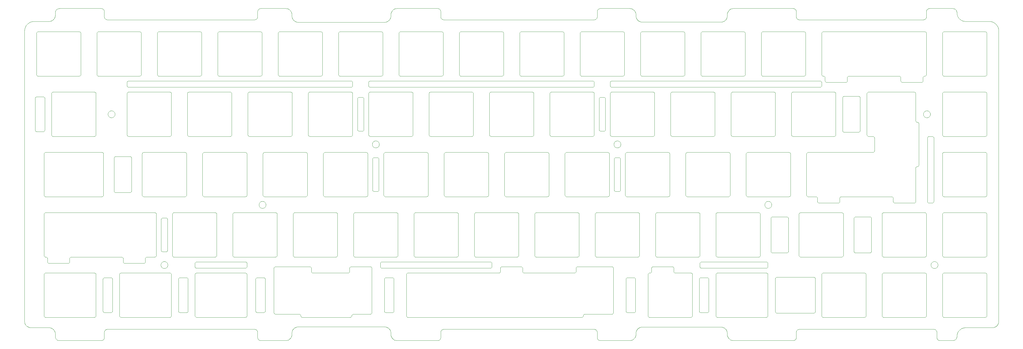
<source format=gbr>
%TF.GenerationSoftware,KiCad,Pcbnew,(5.1.10)-1*%
%TF.CreationDate,2021-09-30T20:56:15+07:00*%
%TF.ProjectId,KBD67 - Lite FR4 Plate,4b424436-3720-42d2-904c-697465204652,rev?*%
%TF.SameCoordinates,Original*%
%TF.FileFunction,Profile,NP*%
%FSLAX46Y46*%
G04 Gerber Fmt 4.6, Leading zero omitted, Abs format (unit mm)*
G04 Created by KiCad (PCBNEW (5.1.10)-1) date 2021-09-30 20:56:15*
%MOMM*%
%LPD*%
G01*
G04 APERTURE LIST*
%TA.AperFunction,Profile*%
%ADD10C,0.100000*%
%TD*%
G04 APERTURE END LIST*
D10*
X168186990Y-192608143D02*
X168176831Y-192708910D01*
X168176831Y-192708910D02*
X168137684Y-192824913D01*
X168137684Y-192824913D02*
X168072814Y-192926189D01*
X168072814Y-192926189D02*
X167986147Y-193008810D01*
X167986147Y-193008810D02*
X167881612Y-193068850D01*
X167881612Y-193068850D02*
X167763134Y-193102381D01*
X167763134Y-193102381D02*
X167686990Y-193108143D01*
X168186990Y-182573471D02*
X168186990Y-192608143D01*
X167686990Y-182073471D02*
X167787757Y-182083629D01*
X167787757Y-182083629D02*
X167903760Y-182122776D01*
X167903760Y-182122776D02*
X168005036Y-182187646D01*
X168005036Y-182187646D02*
X168087657Y-182274313D01*
X168087657Y-182274313D02*
X168147697Y-182378848D01*
X168147697Y-182378848D02*
X168181228Y-182497326D01*
X168181228Y-182497326D02*
X168186990Y-182573471D01*
X165686990Y-182073471D02*
X167686990Y-182073471D01*
X165186990Y-182573471D02*
X165197148Y-182472703D01*
X165197148Y-182472703D02*
X165236295Y-182356700D01*
X165236295Y-182356700D02*
X165301165Y-182255424D01*
X165301165Y-182255424D02*
X165387832Y-182172803D01*
X165387832Y-182172803D02*
X165492367Y-182112763D01*
X165492367Y-182112763D02*
X165610845Y-182079232D01*
X165610845Y-182079232D02*
X165686990Y-182073471D01*
X165186990Y-192608143D02*
X165186990Y-182573471D01*
X165686990Y-193108143D02*
X165586222Y-193097984D01*
X165586222Y-193097984D02*
X165470219Y-193058837D01*
X165470219Y-193058837D02*
X165368943Y-192993967D01*
X165368943Y-192993967D02*
X165286322Y-192907300D01*
X165286322Y-192907300D02*
X165226282Y-192802765D01*
X165226282Y-192802765D02*
X165192751Y-192684287D01*
X165192751Y-192684287D02*
X165186990Y-192608143D01*
X167686990Y-193108143D02*
X165686990Y-193108143D01*
X-41244262Y-135458143D02*
X-41254420Y-135558910D01*
X-41254420Y-135558910D02*
X-41293567Y-135674913D01*
X-41293567Y-135674913D02*
X-41358437Y-135776189D01*
X-41358437Y-135776189D02*
X-41445104Y-135858810D01*
X-41445104Y-135858810D02*
X-41549639Y-135918850D01*
X-41549639Y-135918850D02*
X-41668117Y-135952381D01*
X-41668117Y-135952381D02*
X-41744262Y-135958143D01*
X-41244262Y-125423471D02*
X-41244262Y-135458143D01*
X-41744262Y-124923471D02*
X-41643494Y-124933629D01*
X-41643494Y-124933629D02*
X-41527491Y-124972776D01*
X-41527491Y-124972776D02*
X-41426215Y-125037646D01*
X-41426215Y-125037646D02*
X-41343594Y-125124313D01*
X-41343594Y-125124313D02*
X-41283554Y-125228848D01*
X-41283554Y-125228848D02*
X-41250023Y-125347326D01*
X-41250023Y-125347326D02*
X-41244262Y-125423471D01*
X-43744262Y-124923471D02*
X-41744262Y-124923471D01*
X-44244262Y-125423471D02*
X-44234103Y-125322703D01*
X-44234103Y-125322703D02*
X-44194956Y-125206700D01*
X-44194956Y-125206700D02*
X-44130086Y-125105424D01*
X-44130086Y-125105424D02*
X-44043420Y-125022803D01*
X-44043420Y-125022803D02*
X-43938884Y-124962763D01*
X-43938884Y-124962763D02*
X-43820407Y-124929232D01*
X-43820407Y-124929232D02*
X-43744262Y-124923471D01*
X-44244262Y-135458143D02*
X-44244262Y-125423471D01*
X-43744262Y-135958143D02*
X-43845029Y-135947984D01*
X-43845029Y-135947984D02*
X-43961032Y-135908837D01*
X-43961032Y-135908837D02*
X-44062308Y-135843967D01*
X-44062308Y-135843967D02*
X-44144929Y-135757300D01*
X-44144929Y-135757300D02*
X-44204969Y-135652765D01*
X-44204969Y-135652765D02*
X-44238500Y-135534287D01*
X-44238500Y-135534287D02*
X-44244262Y-135458143D01*
X-41744262Y-135958143D02*
X-43744262Y-135958143D01*
X145068531Y-192608143D02*
X145058372Y-192708910D01*
X145058372Y-192708910D02*
X145019225Y-192824913D01*
X145019225Y-192824913D02*
X144954355Y-192926189D01*
X144954355Y-192926189D02*
X144867688Y-193008810D01*
X144867688Y-193008810D02*
X144763153Y-193068850D01*
X144763153Y-193068850D02*
X144644675Y-193102381D01*
X144644675Y-193102381D02*
X144568531Y-193108143D01*
X145068531Y-182573471D02*
X145068531Y-192608143D01*
X144568531Y-182073471D02*
X144669298Y-182083629D01*
X144669298Y-182083629D02*
X144785301Y-182122776D01*
X144785301Y-182122776D02*
X144886577Y-182187646D01*
X144886577Y-182187646D02*
X144969198Y-182274313D01*
X144969198Y-182274313D02*
X145029238Y-182378848D01*
X145029238Y-182378848D02*
X145062769Y-182497326D01*
X145062769Y-182497326D02*
X145068531Y-182573471D01*
X142568531Y-182073471D02*
X144568531Y-182073471D01*
X142068531Y-182573471D02*
X142078689Y-182472703D01*
X142078689Y-182472703D02*
X142117836Y-182356700D01*
X142117836Y-182356700D02*
X142182706Y-182255424D01*
X142182706Y-182255424D02*
X142269373Y-182172803D01*
X142269373Y-182172803D02*
X142373908Y-182112763D01*
X142373908Y-182112763D02*
X142492386Y-182079232D01*
X142492386Y-182079232D02*
X142568531Y-182073471D01*
X142068531Y-192608143D02*
X142068531Y-182573471D01*
X142568531Y-193108143D02*
X142467763Y-193097984D01*
X142467763Y-193097984D02*
X142351760Y-193058837D01*
X142351760Y-193058837D02*
X142250484Y-192993967D01*
X142250484Y-192993967D02*
X142167863Y-192907300D01*
X142167863Y-192907300D02*
X142107823Y-192802765D01*
X142107823Y-192802765D02*
X142074292Y-192684287D01*
X142074292Y-192684287D02*
X142068531Y-192608143D01*
X144568531Y-193108143D02*
X142568531Y-193108143D01*
X68868499Y-192608143D02*
X68858340Y-192708910D01*
X68858340Y-192708910D02*
X68819193Y-192824913D01*
X68819193Y-192824913D02*
X68754323Y-192926189D01*
X68754323Y-192926189D02*
X68667656Y-193008810D01*
X68667656Y-193008810D02*
X68563121Y-193068850D01*
X68563121Y-193068850D02*
X68444643Y-193102381D01*
X68444643Y-193102381D02*
X68368499Y-193108143D01*
X68868499Y-182573471D02*
X68868499Y-192608143D01*
X68368499Y-182073471D02*
X68469266Y-182083629D01*
X68469266Y-182083629D02*
X68585269Y-182122776D01*
X68585269Y-182122776D02*
X68686545Y-182187646D01*
X68686545Y-182187646D02*
X68769166Y-182274313D01*
X68769166Y-182274313D02*
X68829206Y-182378848D01*
X68829206Y-182378848D02*
X68862737Y-182497326D01*
X68862737Y-182497326D02*
X68868499Y-182573471D01*
X66368499Y-182073471D02*
X68368499Y-182073471D01*
X65868499Y-182573471D02*
X65878657Y-182472703D01*
X65878657Y-182472703D02*
X65917804Y-182356700D01*
X65917804Y-182356700D02*
X65982674Y-182255424D01*
X65982674Y-182255424D02*
X66069340Y-182172803D01*
X66069340Y-182172803D02*
X66173876Y-182112763D01*
X66173876Y-182112763D02*
X66292353Y-182079232D01*
X66292353Y-182079232D02*
X66368499Y-182073471D01*
X65868499Y-192608143D02*
X65868499Y-182573471D01*
X66368499Y-193108143D02*
X66267731Y-193097984D01*
X66267731Y-193097984D02*
X66151728Y-193058837D01*
X66151728Y-193058837D02*
X66050452Y-192993967D01*
X66050452Y-192993967D02*
X65967831Y-192907300D01*
X65967831Y-192907300D02*
X65907791Y-192802765D01*
X65907791Y-192802765D02*
X65874260Y-192684287D01*
X65874260Y-192684287D02*
X65868499Y-192608143D01*
X68368499Y-193108143D02*
X66368499Y-193108143D01*
X28283601Y-192608143D02*
X28273442Y-192708910D01*
X28273442Y-192708910D02*
X28234295Y-192824913D01*
X28234295Y-192824913D02*
X28169425Y-192926189D01*
X28169425Y-192926189D02*
X28082759Y-193008810D01*
X28082759Y-193008810D02*
X27978223Y-193068850D01*
X27978223Y-193068850D02*
X27859746Y-193102381D01*
X27859746Y-193102381D02*
X27783601Y-193108143D01*
X28283601Y-182573471D02*
X28283601Y-192608143D01*
X27783601Y-182073471D02*
X27884368Y-182083629D01*
X27884368Y-182083629D02*
X28000371Y-182122776D01*
X28000371Y-182122776D02*
X28101647Y-182187646D01*
X28101647Y-182187646D02*
X28184268Y-182274313D01*
X28184268Y-182274313D02*
X28244308Y-182378848D01*
X28244308Y-182378848D02*
X28277839Y-182497326D01*
X28277839Y-182497326D02*
X28283601Y-182573471D01*
X25783601Y-182073471D02*
X27783601Y-182073471D01*
X25283601Y-182573471D02*
X25293759Y-182472703D01*
X25293759Y-182472703D02*
X25332906Y-182356700D01*
X25332906Y-182356700D02*
X25397776Y-182255424D01*
X25397776Y-182255424D02*
X25484443Y-182172803D01*
X25484443Y-182172803D02*
X25588978Y-182112763D01*
X25588978Y-182112763D02*
X25707456Y-182079232D01*
X25707456Y-182079232D02*
X25783601Y-182073471D01*
X25283601Y-192608143D02*
X25283601Y-182573471D01*
X25783601Y-193108143D02*
X25682833Y-193097984D01*
X25682833Y-193097984D02*
X25566830Y-193058837D01*
X25566830Y-193058837D02*
X25465554Y-192993967D01*
X25465554Y-192993967D02*
X25382933Y-192907300D01*
X25382933Y-192907300D02*
X25322893Y-192802765D01*
X25322893Y-192802765D02*
X25289362Y-192684287D01*
X25289362Y-192684287D02*
X25283601Y-192608143D01*
X27783601Y-193108143D02*
X25783601Y-193108143D01*
X3927615Y-192608143D02*
X3917456Y-192708910D01*
X3917456Y-192708910D02*
X3878309Y-192824913D01*
X3878309Y-192824913D02*
X3813439Y-192926189D01*
X3813439Y-192926189D02*
X3726772Y-193008810D01*
X3726772Y-193008810D02*
X3622237Y-193068850D01*
X3622237Y-193068850D02*
X3503759Y-193102381D01*
X3503759Y-193102381D02*
X3427615Y-193108143D01*
X3927615Y-182573471D02*
X3927615Y-192608143D01*
X3427615Y-182073471D02*
X3528382Y-182083629D01*
X3528382Y-182083629D02*
X3644385Y-182122776D01*
X3644385Y-182122776D02*
X3745661Y-182187646D01*
X3745661Y-182187646D02*
X3828282Y-182274313D01*
X3828282Y-182274313D02*
X3888322Y-182378848D01*
X3888322Y-182378848D02*
X3921853Y-182497326D01*
X3921853Y-182497326D02*
X3927615Y-182573471D01*
X1427615Y-182073471D02*
X3427615Y-182073471D01*
X927615Y-182573471D02*
X937773Y-182472703D01*
X937773Y-182472703D02*
X976920Y-182356700D01*
X976920Y-182356700D02*
X1041790Y-182255424D01*
X1041790Y-182255424D02*
X1128457Y-182172803D01*
X1128457Y-182172803D02*
X1232992Y-182112763D01*
X1232992Y-182112763D02*
X1351470Y-182079232D01*
X1351470Y-182079232D02*
X1427615Y-182073471D01*
X927615Y-192608143D02*
X927615Y-182573471D01*
X1427615Y-193108143D02*
X1326847Y-193097984D01*
X1326847Y-193097984D02*
X1210844Y-193058837D01*
X1210844Y-193058837D02*
X1109568Y-192993967D01*
X1109568Y-192993967D02*
X1026947Y-192907300D01*
X1026947Y-192907300D02*
X966907Y-192802765D01*
X966907Y-192802765D02*
X933376Y-192684287D01*
X933376Y-192684287D02*
X927615Y-192608143D01*
X3427615Y-193108143D02*
X1427615Y-193108143D01*
X-19884884Y-192608143D02*
X-19895042Y-192708910D01*
X-19895042Y-192708910D02*
X-19934189Y-192824913D01*
X-19934189Y-192824913D02*
X-19999059Y-192926189D01*
X-19999059Y-192926189D02*
X-20085726Y-193008810D01*
X-20085726Y-193008810D02*
X-20190261Y-193068850D01*
X-20190261Y-193068850D02*
X-20308739Y-193102381D01*
X-20308739Y-193102381D02*
X-20384884Y-193108143D01*
X-19884884Y-182573471D02*
X-19884884Y-192608143D01*
X-20384884Y-182073471D02*
X-20284116Y-182083629D01*
X-20284116Y-182083629D02*
X-20168113Y-182122776D01*
X-20168113Y-182122776D02*
X-20066837Y-182187646D01*
X-20066837Y-182187646D02*
X-19984216Y-182274313D01*
X-19984216Y-182274313D02*
X-19924176Y-182378848D01*
X-19924176Y-182378848D02*
X-19890645Y-182497326D01*
X-19890645Y-182497326D02*
X-19884884Y-182573471D01*
X-22384884Y-182073471D02*
X-20384884Y-182073471D01*
X-22884884Y-182573471D02*
X-22874725Y-182472703D01*
X-22874725Y-182472703D02*
X-22835578Y-182356700D01*
X-22835578Y-182356700D02*
X-22770708Y-182255424D01*
X-22770708Y-182255424D02*
X-22684041Y-182172803D01*
X-22684041Y-182172803D02*
X-22579506Y-182112763D01*
X-22579506Y-182112763D02*
X-22461028Y-182079232D01*
X-22461028Y-182079232D02*
X-22384884Y-182073471D01*
X-22884884Y-192608143D02*
X-22884884Y-182573471D01*
X-22384884Y-193108143D02*
X-22485651Y-193097984D01*
X-22485651Y-193097984D02*
X-22601654Y-193058837D01*
X-22601654Y-193058837D02*
X-22702930Y-192993967D01*
X-22702930Y-192993967D02*
X-22785551Y-192907300D01*
X-22785551Y-192907300D02*
X-22845591Y-192802765D01*
X-22845591Y-192802765D02*
X-22879122Y-192684287D01*
X-22879122Y-192684287D02*
X-22884884Y-192608143D01*
X-20384884Y-193108143D02*
X-22384884Y-193108143D01*
X61918756Y-179090800D02*
X61908597Y-178990034D01*
X61908597Y-178990034D02*
X61869451Y-178874033D01*
X61869451Y-178874033D02*
X61804582Y-178772759D01*
X61804582Y-178772759D02*
X61717918Y-178690139D01*
X61717918Y-178690139D02*
X61613384Y-178630100D01*
X61613384Y-178630100D02*
X61494909Y-178596570D01*
X61494909Y-178596570D02*
X61418766Y-178590809D01*
X61918756Y-193090829D02*
X61918756Y-179090800D01*
X61418766Y-193590820D02*
X61519531Y-193580661D01*
X61519531Y-193580661D02*
X61635532Y-193541515D01*
X61635532Y-193541515D02*
X61736806Y-193476646D01*
X61736806Y-193476646D02*
X61819425Y-193389981D01*
X61819425Y-193389981D02*
X61879464Y-193285447D01*
X61879464Y-193285447D02*
X61912994Y-193166972D01*
X61912994Y-193166972D02*
X61918756Y-193090829D01*
X56099365Y-193590820D02*
X61418766Y-193590820D01*
X55599374Y-194090810D02*
X55609532Y-193990044D01*
X55609532Y-193990044D02*
X55648678Y-193874043D01*
X55648678Y-193874043D02*
X55713547Y-193772769D01*
X55713547Y-193772769D02*
X55800212Y-193690150D01*
X55800212Y-193690150D02*
X55904746Y-193630111D01*
X55904746Y-193630111D02*
X56023221Y-193596581D01*
X56023221Y-193596581D02*
X56099365Y-193590820D01*
X55599374Y-194090811D02*
X55599374Y-194090810D01*
X55099384Y-194590802D02*
X55200149Y-194580643D01*
X55200149Y-194580643D02*
X55316150Y-194541497D01*
X55316150Y-194541497D02*
X55417424Y-194476628D01*
X55417424Y-194476628D02*
X55500043Y-194389963D01*
X55500043Y-194389963D02*
X55560082Y-194285429D01*
X55560082Y-194285429D02*
X55593612Y-194166954D01*
X55593612Y-194166954D02*
X55599374Y-194090811D01*
X39980732Y-194590802D02*
X55099384Y-194590802D01*
X39480742Y-194090811D02*
X39490900Y-194191576D01*
X39490900Y-194191576D02*
X39530046Y-194307577D01*
X39530046Y-194307577D02*
X39594915Y-194408851D01*
X39594915Y-194408851D02*
X39681579Y-194491471D01*
X39681579Y-194491471D02*
X39786113Y-194551510D01*
X39786113Y-194551510D02*
X39904588Y-194585040D01*
X39904588Y-194585040D02*
X39980732Y-194590802D01*
X39480742Y-194090810D02*
X39480742Y-194090811D01*
X38980751Y-193590820D02*
X39081516Y-193600978D01*
X39081516Y-193600978D02*
X39197517Y-193640124D01*
X39197517Y-193640124D02*
X39298791Y-193704993D01*
X39298791Y-193704993D02*
X39381411Y-193791657D01*
X39381411Y-193791657D02*
X39441450Y-193896191D01*
X39441450Y-193896191D02*
X39474980Y-194014666D01*
X39474980Y-194014666D02*
X39480742Y-194090810D01*
X31542703Y-193590820D02*
X38980751Y-193590820D01*
X31042712Y-193090829D02*
X31052870Y-193191594D01*
X31052870Y-193191594D02*
X31092016Y-193307595D01*
X31092016Y-193307595D02*
X31156885Y-193408869D01*
X31156885Y-193408869D02*
X31243550Y-193491489D01*
X31243550Y-193491489D02*
X31348084Y-193551528D01*
X31348084Y-193551528D02*
X31466559Y-193585058D01*
X31466559Y-193585058D02*
X31542703Y-193590820D01*
X31042712Y-179090800D02*
X31042712Y-193090829D01*
X31542703Y-178590809D02*
X31441937Y-178600967D01*
X31441937Y-178600967D02*
X31325936Y-178640113D01*
X31325936Y-178640113D02*
X31224662Y-178704982D01*
X31224662Y-178704982D02*
X31142042Y-178791647D01*
X31142042Y-178791647D02*
X31082003Y-178896181D01*
X31082003Y-178896181D02*
X31048473Y-179014656D01*
X31048473Y-179014656D02*
X31042712Y-179090800D01*
X42337006Y-178590809D02*
X31542703Y-178590809D01*
X42836997Y-179090800D02*
X42826838Y-178990034D01*
X42826838Y-178990034D02*
X42787692Y-178874033D01*
X42787692Y-178874033D02*
X42722823Y-178772759D01*
X42722823Y-178772759D02*
X42636158Y-178690139D01*
X42636158Y-178690139D02*
X42531624Y-178630100D01*
X42531624Y-178630100D02*
X42413149Y-178596570D01*
X42413149Y-178596570D02*
X42337006Y-178590809D01*
X42836997Y-180090804D02*
X42836997Y-179090800D01*
X43336987Y-180590795D02*
X43236221Y-180580636D01*
X43236221Y-180580636D02*
X43120220Y-180541490D01*
X43120220Y-180541490D02*
X43018946Y-180476621D01*
X43018946Y-180476621D02*
X42936327Y-180389956D01*
X42936327Y-180389956D02*
X42876288Y-180285422D01*
X42876288Y-180285422D02*
X42842758Y-180166947D01*
X42842758Y-180166947D02*
X42836997Y-180090804D01*
X54418762Y-180590795D02*
X43336987Y-180590795D01*
X54918753Y-180090804D02*
X54908594Y-180191569D01*
X54908594Y-180191569D02*
X54869448Y-180307570D01*
X54869448Y-180307570D02*
X54804579Y-180408844D01*
X54804579Y-180408844D02*
X54717914Y-180491464D01*
X54717914Y-180491464D02*
X54613380Y-180551503D01*
X54613380Y-180551503D02*
X54494905Y-180585033D01*
X54494905Y-180585033D02*
X54418762Y-180590795D01*
X54918753Y-179090800D02*
X54918753Y-180090804D01*
X55418743Y-178590809D02*
X55317977Y-178600967D01*
X55317977Y-178600967D02*
X55201976Y-178640113D01*
X55201976Y-178640113D02*
X55100702Y-178704982D01*
X55100702Y-178704982D02*
X55018083Y-178791647D01*
X55018083Y-178791647D02*
X54958044Y-178896181D01*
X54958044Y-178896181D02*
X54924514Y-179014656D01*
X54924514Y-179014656D02*
X54918753Y-179090800D01*
X61418766Y-178590809D02*
X55418743Y-178590809D01*
X138118778Y-179090809D02*
X138108619Y-178990041D01*
X138108619Y-178990041D02*
X138069472Y-178874038D01*
X138069472Y-178874038D02*
X138004602Y-178772762D01*
X138004602Y-178772762D02*
X137917935Y-178690141D01*
X137917935Y-178690141D02*
X137813400Y-178630101D01*
X137813400Y-178630101D02*
X137694922Y-178596570D01*
X137694922Y-178596570D02*
X137618778Y-178590809D01*
X138118778Y-193090820D02*
X138118778Y-179090809D01*
X137618778Y-193590820D02*
X137719545Y-193580661D01*
X137719545Y-193580661D02*
X137835548Y-193541514D01*
X137835548Y-193541514D02*
X137936824Y-193476644D01*
X137936824Y-193476644D02*
X138019445Y-193389977D01*
X138019445Y-193389977D02*
X138079485Y-193285442D01*
X138079485Y-193285442D02*
X138113016Y-193166964D01*
X138113016Y-193166964D02*
X138118778Y-193090820D01*
X129124343Y-193590820D02*
X137618778Y-193590820D01*
X128624374Y-194090788D02*
X128634531Y-193990026D01*
X128634531Y-193990026D02*
X128673676Y-193874031D01*
X128673676Y-193874031D02*
X128738542Y-193772761D01*
X128738542Y-193772761D02*
X128825203Y-193690145D01*
X128825203Y-193690145D02*
X128929732Y-193630109D01*
X128929732Y-193630109D02*
X129048202Y-193596580D01*
X129048202Y-193596580D02*
X129124343Y-193590820D01*
X128624374Y-194090789D02*
X128624374Y-194090788D01*
X128124362Y-194590802D02*
X128225131Y-194580643D01*
X128225131Y-194580643D02*
X128341137Y-194541495D01*
X128341137Y-194541495D02*
X128442416Y-194476623D01*
X128442416Y-194476623D02*
X128525039Y-194389954D01*
X128525039Y-194389954D02*
X128585080Y-194285416D01*
X128585080Y-194285416D02*
X128618612Y-194166935D01*
X128618612Y-194166935D02*
X128624374Y-194090789D01*
X102986986Y-194590802D02*
X128124362Y-194590802D01*
X100960947Y-194590802D02*
X102986986Y-194590802D01*
X73318254Y-194590802D02*
X100960947Y-194590802D01*
X72818242Y-194090789D02*
X72828400Y-194191558D01*
X72828400Y-194191558D02*
X72867548Y-194307565D01*
X72867548Y-194307565D02*
X72932420Y-194408843D01*
X72932420Y-194408843D02*
X73019088Y-194491466D01*
X73019088Y-194491466D02*
X73123626Y-194551508D01*
X73123626Y-194551508D02*
X73242107Y-194585040D01*
X73242107Y-194585040D02*
X73318254Y-194590802D01*
X72818242Y-181090807D02*
X72818242Y-194090789D01*
X73318254Y-180590795D02*
X73217484Y-180600953D01*
X73217484Y-180600953D02*
X73101478Y-180640101D01*
X73101478Y-180640101D02*
X73000199Y-180704973D01*
X73000199Y-180704973D02*
X72917576Y-180791641D01*
X72917576Y-180791641D02*
X72857535Y-180896179D01*
X72857535Y-180896179D02*
X72824003Y-181014660D01*
X72824003Y-181014660D02*
X72818242Y-181090807D01*
X101980255Y-180590795D02*
X73318254Y-180590795D01*
X102480255Y-180090795D02*
X102470096Y-180191562D01*
X102470096Y-180191562D02*
X102430949Y-180307565D01*
X102430949Y-180307565D02*
X102366079Y-180408841D01*
X102366079Y-180408841D02*
X102279413Y-180491462D01*
X102279413Y-180491462D02*
X102174877Y-180551502D01*
X102174877Y-180551502D02*
X102056400Y-180585033D01*
X102056400Y-180585033D02*
X101980255Y-180590795D01*
X102480255Y-179090809D02*
X102480255Y-180090795D01*
X102980255Y-178590809D02*
X102879487Y-178600967D01*
X102879487Y-178600967D02*
X102763484Y-178640114D01*
X102763484Y-178640114D02*
X102662208Y-178704984D01*
X102662208Y-178704984D02*
X102579587Y-178791651D01*
X102579587Y-178791651D02*
X102519547Y-178896186D01*
X102519547Y-178896186D02*
X102486016Y-179014664D01*
X102486016Y-179014664D02*
X102480255Y-179090809D01*
X108980237Y-178590809D02*
X102980255Y-178590809D01*
X109480237Y-179090809D02*
X109470078Y-178990041D01*
X109470078Y-178990041D02*
X109430931Y-178874038D01*
X109430931Y-178874038D02*
X109366061Y-178772762D01*
X109366061Y-178772762D02*
X109279395Y-178690141D01*
X109279395Y-178690141D02*
X109174859Y-178630101D01*
X109174859Y-178630101D02*
X109056382Y-178596570D01*
X109056382Y-178596570D02*
X108980237Y-178590809D01*
X109480237Y-180090795D02*
X109480237Y-179090809D01*
X109980237Y-180590795D02*
X109879469Y-180580636D01*
X109879469Y-180580636D02*
X109763466Y-180541489D01*
X109763466Y-180541489D02*
X109662190Y-180476619D01*
X109662190Y-180476619D02*
X109579569Y-180389952D01*
X109579569Y-180389952D02*
X109519529Y-180285417D01*
X109519529Y-180285417D02*
X109485998Y-180166939D01*
X109485998Y-180166939D02*
X109480237Y-180090795D01*
X125824493Y-180590795D02*
X109980237Y-180590795D01*
X126324493Y-180090795D02*
X126314334Y-180191562D01*
X126314334Y-180191562D02*
X126275187Y-180307565D01*
X126275187Y-180307565D02*
X126210317Y-180408841D01*
X126210317Y-180408841D02*
X126123651Y-180491462D01*
X126123651Y-180491462D02*
X126019115Y-180551502D01*
X126019115Y-180551502D02*
X125900638Y-180585033D01*
X125900638Y-180585033D02*
X125824493Y-180590795D01*
X126324493Y-179090809D02*
X126324493Y-180090795D01*
X126824493Y-178590809D02*
X126723725Y-178600967D01*
X126723725Y-178600967D02*
X126607722Y-178640114D01*
X126607722Y-178640114D02*
X126506446Y-178704984D01*
X126506446Y-178704984D02*
X126423825Y-178791651D01*
X126423825Y-178791651D02*
X126363785Y-178896186D01*
X126363785Y-178896186D02*
X126330254Y-179014664D01*
X126330254Y-179014664D02*
X126324493Y-179090809D01*
X137618778Y-178590809D02*
X126824493Y-178590809D01*
X157656031Y-180590795D02*
X157555263Y-180580636D01*
X157555263Y-180580636D02*
X157439260Y-180541489D01*
X157439260Y-180541489D02*
X157337984Y-180476619D01*
X157337984Y-180476619D02*
X157255363Y-180389952D01*
X157255363Y-180389952D02*
X157195323Y-180285417D01*
X157195323Y-180285417D02*
X157161792Y-180166939D01*
X157161792Y-180166939D02*
X157156031Y-180090795D01*
X162518291Y-180590795D02*
X157656031Y-180590795D01*
X163018291Y-181090795D02*
X163008132Y-180990027D01*
X163008132Y-180990027D02*
X162968985Y-180874024D01*
X162968985Y-180874024D02*
X162904115Y-180772748D01*
X162904115Y-180772748D02*
X162817449Y-180690127D01*
X162817449Y-180690127D02*
X162712913Y-180630087D01*
X162712913Y-180630087D02*
X162594436Y-180596556D01*
X162594436Y-180596556D02*
X162518291Y-180590795D01*
X163018291Y-194090802D02*
X163018291Y-181090795D01*
X162518291Y-194590802D02*
X162619058Y-194580643D01*
X162619058Y-194580643D02*
X162735061Y-194541496D01*
X162735061Y-194541496D02*
X162836337Y-194476626D01*
X162836337Y-194476626D02*
X162918958Y-194389959D01*
X162918958Y-194389959D02*
X162978998Y-194285424D01*
X162978998Y-194285424D02*
X163012529Y-194166946D01*
X163012529Y-194166946D02*
X163018291Y-194090802D01*
X149518285Y-194590802D02*
X162518291Y-194590802D01*
X149018285Y-194090802D02*
X149028443Y-194191569D01*
X149028443Y-194191569D02*
X149067590Y-194307572D01*
X149067590Y-194307572D02*
X149132460Y-194408848D01*
X149132460Y-194408848D02*
X149219126Y-194491469D01*
X149219126Y-194491469D02*
X149323662Y-194551509D01*
X149323662Y-194551509D02*
X149442139Y-194585040D01*
X149442139Y-194585040D02*
X149518285Y-194590802D01*
X149018285Y-181090795D02*
X149018285Y-194090802D01*
X149518285Y-180590795D02*
X149417517Y-180600953D01*
X149417517Y-180600953D02*
X149301514Y-180640100D01*
X149301514Y-180640100D02*
X149200238Y-180704970D01*
X149200238Y-180704970D02*
X149117617Y-180791636D01*
X149117617Y-180791636D02*
X149057577Y-180896172D01*
X149057577Y-180896172D02*
X149024046Y-181014649D01*
X149024046Y-181014649D02*
X149018285Y-181090795D01*
X149656027Y-180590795D02*
X149518285Y-180590795D01*
X150156027Y-180090795D02*
X150145868Y-180191562D01*
X150145868Y-180191562D02*
X150106721Y-180307565D01*
X150106721Y-180307565D02*
X150041851Y-180408841D01*
X150041851Y-180408841D02*
X149955185Y-180491462D01*
X149955185Y-180491462D02*
X149850649Y-180551502D01*
X149850649Y-180551502D02*
X149732172Y-180585033D01*
X149732172Y-180585033D02*
X149656027Y-180590795D01*
X150156027Y-179090809D02*
X150156027Y-180090795D01*
X150656027Y-178590809D02*
X150555259Y-178600967D01*
X150555259Y-178600967D02*
X150439256Y-178640114D01*
X150439256Y-178640114D02*
X150337980Y-178704984D01*
X150337980Y-178704984D02*
X150255359Y-178791651D01*
X150255359Y-178791651D02*
X150195319Y-178896186D01*
X150195319Y-178896186D02*
X150161788Y-179014664D01*
X150161788Y-179014664D02*
X150156027Y-179090809D01*
X156656031Y-178590809D02*
X150656027Y-178590809D01*
X157156031Y-179090809D02*
X157145872Y-178990041D01*
X157145872Y-178990041D02*
X157106725Y-178874038D01*
X157106725Y-178874038D02*
X157041855Y-178772762D01*
X157041855Y-178772762D02*
X156955188Y-178690141D01*
X156955188Y-178690141D02*
X156850653Y-178630101D01*
X156850653Y-178630101D02*
X156732175Y-178596570D01*
X156732175Y-178596570D02*
X156656031Y-178590809D01*
X157156031Y-180090795D02*
X157156031Y-179090809D01*
X135586990Y-135281754D02*
X135576831Y-135382521D01*
X135576831Y-135382521D02*
X135537684Y-135498524D01*
X135537684Y-135498524D02*
X135472814Y-135599800D01*
X135472814Y-135599800D02*
X135386147Y-135682421D01*
X135386147Y-135682421D02*
X135281612Y-135742461D01*
X135281612Y-135742461D02*
X135163134Y-135775992D01*
X135163134Y-135775992D02*
X135086990Y-135781754D01*
X135586990Y-125599860D02*
X135586990Y-135281754D01*
X135086990Y-125099860D02*
X135187757Y-125110018D01*
X135187757Y-125110018D02*
X135303760Y-125149165D01*
X135303760Y-125149165D02*
X135405036Y-125214035D01*
X135405036Y-125214035D02*
X135487657Y-125300702D01*
X135487657Y-125300702D02*
X135547697Y-125405237D01*
X135547697Y-125405237D02*
X135581228Y-125523715D01*
X135581228Y-125523715D02*
X135586990Y-125599860D01*
X134086990Y-125099860D02*
X135086990Y-125099860D01*
X133586990Y-125599860D02*
X133597148Y-125499092D01*
X133597148Y-125499092D02*
X133636295Y-125383089D01*
X133636295Y-125383089D02*
X133701165Y-125281813D01*
X133701165Y-125281813D02*
X133787832Y-125199192D01*
X133787832Y-125199192D02*
X133892367Y-125139152D01*
X133892367Y-125139152D02*
X134010845Y-125105621D01*
X134010845Y-125105621D02*
X134086990Y-125099860D01*
X133586990Y-135281754D02*
X133586990Y-125599860D01*
X134086990Y-135781754D02*
X133986222Y-135771595D01*
X133986222Y-135771595D02*
X133870219Y-135732448D01*
X133870219Y-135732448D02*
X133768943Y-135667578D01*
X133768943Y-135667578D02*
X133686322Y-135580911D01*
X133686322Y-135580911D02*
X133626282Y-135476376D01*
X133626282Y-135476376D02*
X133592751Y-135357898D01*
X133592751Y-135357898D02*
X133586990Y-135281754D01*
X135086990Y-135781754D02*
X134086990Y-135781754D01*
X59386990Y-135281754D02*
X59376831Y-135382521D01*
X59376831Y-135382521D02*
X59337684Y-135498524D01*
X59337684Y-135498524D02*
X59272814Y-135599800D01*
X59272814Y-135599800D02*
X59186147Y-135682421D01*
X59186147Y-135682421D02*
X59081612Y-135742461D01*
X59081612Y-135742461D02*
X58963134Y-135775992D01*
X58963134Y-135775992D02*
X58886990Y-135781754D01*
X59386990Y-125599860D02*
X59386990Y-135281754D01*
X58886990Y-125099860D02*
X58987757Y-125110018D01*
X58987757Y-125110018D02*
X59103760Y-125149165D01*
X59103760Y-125149165D02*
X59205036Y-125214035D01*
X59205036Y-125214035D02*
X59287657Y-125300702D01*
X59287657Y-125300702D02*
X59347697Y-125405237D01*
X59347697Y-125405237D02*
X59381228Y-125523715D01*
X59381228Y-125523715D02*
X59386990Y-125599860D01*
X57886990Y-125099860D02*
X58886990Y-125099860D01*
X57386990Y-125599860D02*
X57397148Y-125499092D01*
X57397148Y-125499092D02*
X57436295Y-125383089D01*
X57436295Y-125383089D02*
X57501165Y-125281813D01*
X57501165Y-125281813D02*
X57587832Y-125199192D01*
X57587832Y-125199192D02*
X57692367Y-125139152D01*
X57692367Y-125139152D02*
X57810845Y-125105621D01*
X57810845Y-125105621D02*
X57886990Y-125099860D01*
X57386990Y-135281754D02*
X57386990Y-125599860D01*
X57886990Y-135781754D02*
X57786222Y-135771595D01*
X57786222Y-135771595D02*
X57670219Y-135732448D01*
X57670219Y-135732448D02*
X57568943Y-135667578D01*
X57568943Y-135667578D02*
X57486322Y-135580911D01*
X57486322Y-135580911D02*
X57426282Y-135476376D01*
X57426282Y-135476376D02*
X57392751Y-135357898D01*
X57392751Y-135357898D02*
X57386990Y-135281754D01*
X58886990Y-135781754D02*
X57886990Y-135781754D01*
X140349490Y-154331754D02*
X140339331Y-154432521D01*
X140339331Y-154432521D02*
X140300184Y-154548524D01*
X140300184Y-154548524D02*
X140235314Y-154649800D01*
X140235314Y-154649800D02*
X140148647Y-154732421D01*
X140148647Y-154732421D02*
X140044112Y-154792461D01*
X140044112Y-154792461D02*
X139925634Y-154825992D01*
X139925634Y-154825992D02*
X139849490Y-154831754D01*
X140349490Y-144649860D02*
X140349490Y-154331754D01*
X139849490Y-144149860D02*
X139950257Y-144160018D01*
X139950257Y-144160018D02*
X140066260Y-144199165D01*
X140066260Y-144199165D02*
X140167536Y-144264035D01*
X140167536Y-144264035D02*
X140250157Y-144350702D01*
X140250157Y-144350702D02*
X140310197Y-144455237D01*
X140310197Y-144455237D02*
X140343728Y-144573715D01*
X140343728Y-144573715D02*
X140349490Y-144649860D01*
X138849490Y-144149860D02*
X139849490Y-144149860D01*
X138349490Y-144649860D02*
X138359648Y-144549092D01*
X138359648Y-144549092D02*
X138398795Y-144433089D01*
X138398795Y-144433089D02*
X138463665Y-144331813D01*
X138463665Y-144331813D02*
X138550332Y-144249192D01*
X138550332Y-144249192D02*
X138654867Y-144189152D01*
X138654867Y-144189152D02*
X138773345Y-144155621D01*
X138773345Y-144155621D02*
X138849490Y-144149860D01*
X138349490Y-154331754D02*
X138349490Y-144649860D01*
X138849490Y-154831754D02*
X138748722Y-154821595D01*
X138748722Y-154821595D02*
X138632719Y-154782448D01*
X138632719Y-154782448D02*
X138531443Y-154717578D01*
X138531443Y-154717578D02*
X138448822Y-154630911D01*
X138448822Y-154630911D02*
X138388782Y-154526376D01*
X138388782Y-154526376D02*
X138355251Y-154407898D01*
X138355251Y-154407898D02*
X138349490Y-154331754D01*
X139849490Y-154831754D02*
X138849490Y-154831754D01*
X64149490Y-154331754D02*
X64139331Y-154432521D01*
X64139331Y-154432521D02*
X64100184Y-154548524D01*
X64100184Y-154548524D02*
X64035314Y-154649800D01*
X64035314Y-154649800D02*
X63948647Y-154732421D01*
X63948647Y-154732421D02*
X63844112Y-154792461D01*
X63844112Y-154792461D02*
X63725634Y-154825992D01*
X63725634Y-154825992D02*
X63649490Y-154831754D01*
X64149490Y-144649860D02*
X64149490Y-154331754D01*
X63649490Y-144149860D02*
X63750257Y-144160018D01*
X63750257Y-144160018D02*
X63866260Y-144199165D01*
X63866260Y-144199165D02*
X63967536Y-144264035D01*
X63967536Y-144264035D02*
X64050157Y-144350702D01*
X64050157Y-144350702D02*
X64110197Y-144455237D01*
X64110197Y-144455237D02*
X64143728Y-144573715D01*
X64143728Y-144573715D02*
X64149490Y-144649860D01*
X62649490Y-144149860D02*
X63649490Y-144149860D01*
X62149490Y-144649860D02*
X62159648Y-144549092D01*
X62159648Y-144549092D02*
X62198795Y-144433089D01*
X62198795Y-144433089D02*
X62263665Y-144331813D01*
X62263665Y-144331813D02*
X62350332Y-144249192D01*
X62350332Y-144249192D02*
X62454867Y-144189152D01*
X62454867Y-144189152D02*
X62573345Y-144155621D01*
X62573345Y-144155621D02*
X62649490Y-144149860D01*
X62149490Y-154331754D02*
X62149490Y-144649860D01*
X62649490Y-154831754D02*
X62548722Y-154821595D01*
X62548722Y-154821595D02*
X62432719Y-154782448D01*
X62432719Y-154782448D02*
X62331443Y-154717578D01*
X62331443Y-154717578D02*
X62248822Y-154630911D01*
X62248822Y-154630911D02*
X62188782Y-154526376D01*
X62188782Y-154526376D02*
X62155251Y-154407898D01*
X62155251Y-154407898D02*
X62149490Y-154331754D01*
X63649490Y-154831754D02*
X62649490Y-154831754D01*
X-2525510Y-173381753D02*
X-2535668Y-173482520D01*
X-2535668Y-173482520D02*
X-2574815Y-173598523D01*
X-2574815Y-173598523D02*
X-2639685Y-173699799D01*
X-2639685Y-173699799D02*
X-2726351Y-173782420D01*
X-2726351Y-173782420D02*
X-2830887Y-173842460D01*
X-2830887Y-173842460D02*
X-2949364Y-173875991D01*
X-2949364Y-173875991D02*
X-3025510Y-173881753D01*
X-2525509Y-163699859D02*
X-2525510Y-173381753D01*
X-3025509Y-163199859D02*
X-2924741Y-163210017D01*
X-2924741Y-163210017D02*
X-2808738Y-163249164D01*
X-2808738Y-163249164D02*
X-2707462Y-163314034D01*
X-2707462Y-163314034D02*
X-2624841Y-163400701D01*
X-2624841Y-163400701D02*
X-2564801Y-163505236D01*
X-2564801Y-163505236D02*
X-2531270Y-163623714D01*
X-2531270Y-163623714D02*
X-2525509Y-163699859D01*
X-4025509Y-163199859D02*
X-3025509Y-163199859D01*
X-4525509Y-163699859D02*
X-4515350Y-163599091D01*
X-4515350Y-163599091D02*
X-4476203Y-163483088D01*
X-4476203Y-163483088D02*
X-4411333Y-163381812D01*
X-4411333Y-163381812D02*
X-4324667Y-163299191D01*
X-4324667Y-163299191D02*
X-4220131Y-163239151D01*
X-4220131Y-163239151D02*
X-4101654Y-163205620D01*
X-4101654Y-163205620D02*
X-4025509Y-163199859D01*
X-4525509Y-173381753D02*
X-4525509Y-163699859D01*
X-4025509Y-173881753D02*
X-4126276Y-173871594D01*
X-4126276Y-173871594D02*
X-4242279Y-173832447D01*
X-4242279Y-173832447D02*
X-4343555Y-173767577D01*
X-4343555Y-173767577D02*
X-4426176Y-173680910D01*
X-4426176Y-173680910D02*
X-4486216Y-173576375D01*
X-4486216Y-173576375D02*
X-4519747Y-173457897D01*
X-4519747Y-173457897D02*
X-4525509Y-173381753D01*
X-3025510Y-173881753D02*
X-4025509Y-173881753D01*
X201767014Y-192784532D02*
X201756855Y-192885299D01*
X201756855Y-192885299D02*
X201717708Y-193001302D01*
X201717708Y-193001302D02*
X201652838Y-193102578D01*
X201652838Y-193102578D02*
X201566171Y-193185199D01*
X201566171Y-193185199D02*
X201461636Y-193245239D01*
X201461636Y-193245239D02*
X201343158Y-193278770D01*
X201343158Y-193278770D02*
X201267014Y-193284532D01*
X201767014Y-182397083D02*
X201767014Y-192784532D01*
X201267014Y-181897083D02*
X201367781Y-181907241D01*
X201367781Y-181907241D02*
X201483784Y-181946388D01*
X201483784Y-181946388D02*
X201585060Y-182011258D01*
X201585060Y-182011258D02*
X201667681Y-182097924D01*
X201667681Y-182097924D02*
X201727721Y-182202460D01*
X201727721Y-182202460D02*
X201761252Y-182320937D01*
X201761252Y-182320937D02*
X201767014Y-182397083D01*
X189711990Y-181897083D02*
X201267014Y-181897083D01*
X189211990Y-182397083D02*
X189222148Y-182296315D01*
X189222148Y-182296315D02*
X189261295Y-182180312D01*
X189261295Y-182180312D02*
X189326165Y-182079036D01*
X189326165Y-182079036D02*
X189412832Y-181996415D01*
X189412832Y-181996415D02*
X189517367Y-181936375D01*
X189517367Y-181936375D02*
X189635845Y-181902844D01*
X189635845Y-181902844D02*
X189711990Y-181897083D01*
X189211990Y-192784532D02*
X189211990Y-182397083D01*
X189711990Y-193284532D02*
X189611222Y-193274373D01*
X189611222Y-193274373D02*
X189495219Y-193235226D01*
X189495219Y-193235226D02*
X189393943Y-193170356D01*
X189393943Y-193170356D02*
X189311322Y-193083689D01*
X189311322Y-193083689D02*
X189251282Y-192979154D01*
X189251282Y-192979154D02*
X189217751Y-192860676D01*
X189217751Y-192860676D02*
X189211990Y-192784532D01*
X201267014Y-193284532D02*
X189711990Y-193284532D01*
X193288889Y-173734532D02*
X193278730Y-173835299D01*
X193278730Y-173835299D02*
X193239583Y-173951302D01*
X193239583Y-173951302D02*
X193174713Y-174052578D01*
X193174713Y-174052578D02*
X193088046Y-174135199D01*
X193088046Y-174135199D02*
X192983511Y-174195239D01*
X192983511Y-174195239D02*
X192865033Y-174228770D01*
X192865033Y-174228770D02*
X192788889Y-174234532D01*
X193288889Y-163347082D02*
X193288889Y-173734532D01*
X192788889Y-162847082D02*
X192889656Y-162857240D01*
X192889656Y-162857240D02*
X193005659Y-162896387D01*
X193005659Y-162896387D02*
X193106935Y-162961257D01*
X193106935Y-162961257D02*
X193189556Y-163047924D01*
X193189556Y-163047924D02*
X193249596Y-163152459D01*
X193249596Y-163152459D02*
X193283127Y-163270937D01*
X193283127Y-163270937D02*
X193288889Y-163347082D01*
X188303841Y-162847082D02*
X192788889Y-162847082D01*
X187803841Y-163347082D02*
X187813999Y-163246314D01*
X187813999Y-163246314D02*
X187853146Y-163130311D01*
X187853146Y-163130311D02*
X187918016Y-163029035D01*
X187918016Y-163029035D02*
X188004683Y-162946414D01*
X188004683Y-162946414D02*
X188109218Y-162886374D01*
X188109218Y-162886374D02*
X188227696Y-162852843D01*
X188227696Y-162852843D02*
X188303841Y-162847082D01*
X187803841Y-173734532D02*
X187803841Y-163347082D01*
X188303841Y-174234532D02*
X188203073Y-174224373D01*
X188203073Y-174224373D02*
X188087070Y-174185226D01*
X188087070Y-174185226D02*
X187985794Y-174120356D01*
X187985794Y-174120356D02*
X187903173Y-174033689D01*
X187903173Y-174033689D02*
X187843133Y-173929154D01*
X187843133Y-173929154D02*
X187809602Y-173810676D01*
X187809602Y-173810676D02*
X187803841Y-173734532D01*
X192788889Y-174234532D02*
X188303841Y-174234532D01*
X219482639Y-173734532D02*
X219472480Y-173835299D01*
X219472480Y-173835299D02*
X219433333Y-173951302D01*
X219433333Y-173951302D02*
X219368463Y-174052578D01*
X219368463Y-174052578D02*
X219281796Y-174135199D01*
X219281796Y-174135199D02*
X219177261Y-174195239D01*
X219177261Y-174195239D02*
X219058783Y-174228770D01*
X219058783Y-174228770D02*
X218982639Y-174234532D01*
X219482639Y-163347082D02*
X219482639Y-173734532D01*
X218982639Y-162847082D02*
X219083406Y-162857240D01*
X219083406Y-162857240D02*
X219199409Y-162896387D01*
X219199409Y-162896387D02*
X219300685Y-162961257D01*
X219300685Y-162961257D02*
X219383306Y-163047924D01*
X219383306Y-163047924D02*
X219443346Y-163152459D01*
X219443346Y-163152459D02*
X219476877Y-163270937D01*
X219476877Y-163270937D02*
X219482639Y-163347082D01*
X214497591Y-162847082D02*
X218982639Y-162847082D01*
X213997591Y-163347082D02*
X214007749Y-163246314D01*
X214007749Y-163246314D02*
X214046896Y-163130311D01*
X214046896Y-163130311D02*
X214111766Y-163029035D01*
X214111766Y-163029035D02*
X214198433Y-162946414D01*
X214198433Y-162946414D02*
X214302968Y-162886374D01*
X214302968Y-162886374D02*
X214421446Y-162852843D01*
X214421446Y-162852843D02*
X214497591Y-162847082D01*
X213997591Y-173734532D02*
X213997591Y-163347082D01*
X214497591Y-174234532D02*
X214396823Y-174224373D01*
X214396823Y-174224373D02*
X214280820Y-174185226D01*
X214280820Y-174185226D02*
X214179544Y-174120356D01*
X214179544Y-174120356D02*
X214096923Y-174033689D01*
X214096923Y-174033689D02*
X214036883Y-173929154D01*
X214036883Y-173929154D02*
X214003352Y-173810676D01*
X214003352Y-173810676D02*
X213997591Y-173734532D01*
X218982639Y-174234532D02*
X214497591Y-174234532D01*
X215910764Y-135634532D02*
X215900605Y-135735299D01*
X215900605Y-135735299D02*
X215861458Y-135851302D01*
X215861458Y-135851302D02*
X215796588Y-135952578D01*
X215796588Y-135952578D02*
X215709921Y-136035199D01*
X215709921Y-136035199D02*
X215605386Y-136095239D01*
X215605386Y-136095239D02*
X215486908Y-136128770D01*
X215486908Y-136128770D02*
X215410764Y-136134532D01*
X215910764Y-125247083D02*
X215910764Y-135634532D01*
X215410764Y-124747083D02*
X215511531Y-124757241D01*
X215511531Y-124757241D02*
X215627534Y-124796388D01*
X215627534Y-124796388D02*
X215728810Y-124861258D01*
X215728810Y-124861258D02*
X215811431Y-124947925D01*
X215811431Y-124947925D02*
X215871471Y-125052460D01*
X215871471Y-125052460D02*
X215905002Y-125170938D01*
X215905002Y-125170938D02*
X215910764Y-125247083D01*
X210925716Y-124747083D02*
X215410764Y-124747083D01*
X210425716Y-125247083D02*
X210435874Y-125146315D01*
X210435874Y-125146315D02*
X210475021Y-125030312D01*
X210475021Y-125030312D02*
X210539891Y-124929036D01*
X210539891Y-124929036D02*
X210626558Y-124846415D01*
X210626558Y-124846415D02*
X210731093Y-124786375D01*
X210731093Y-124786375D02*
X210849571Y-124752844D01*
X210849571Y-124752844D02*
X210925716Y-124747083D01*
X210425716Y-135634532D02*
X210425716Y-125247083D01*
X210925716Y-136134532D02*
X210824948Y-136124373D01*
X210824948Y-136124373D02*
X210708945Y-136085226D01*
X210708945Y-136085226D02*
X210607669Y-136020356D01*
X210607669Y-136020356D02*
X210525048Y-135933690D01*
X210525048Y-135933690D02*
X210465008Y-135829154D01*
X210465008Y-135829154D02*
X210431477Y-135710677D01*
X210431477Y-135710677D02*
X210425716Y-135634532D01*
X215410764Y-136134532D02*
X210925716Y-136134532D01*
X-13879860Y-154684532D02*
X-13890018Y-154785299D01*
X-13890018Y-154785299D02*
X-13929165Y-154901302D01*
X-13929165Y-154901302D02*
X-13994035Y-155002578D01*
X-13994035Y-155002578D02*
X-14080702Y-155085199D01*
X-14080702Y-155085199D02*
X-14185237Y-155145239D01*
X-14185237Y-155145239D02*
X-14303715Y-155178770D01*
X-14303715Y-155178770D02*
X-14379860Y-155184532D01*
X-13879860Y-144297082D02*
X-13879860Y-154684532D01*
X-14379860Y-143797082D02*
X-14279092Y-143807240D01*
X-14279092Y-143807240D02*
X-14163089Y-143846387D01*
X-14163089Y-143846387D02*
X-14061813Y-143911257D01*
X-14061813Y-143911257D02*
X-13979192Y-143997924D01*
X-13979192Y-143997924D02*
X-13919152Y-144102459D01*
X-13919152Y-144102459D02*
X-13885621Y-144220937D01*
X-13885621Y-144220937D02*
X-13879860Y-144297082D01*
X-18864908Y-143797082D02*
X-14379860Y-143797082D01*
X-19364908Y-144297082D02*
X-19354749Y-144196314D01*
X-19354749Y-144196314D02*
X-19315602Y-144080311D01*
X-19315602Y-144080311D02*
X-19250732Y-143979035D01*
X-19250732Y-143979035D02*
X-19164065Y-143896414D01*
X-19164065Y-143896414D02*
X-19059530Y-143836374D01*
X-19059530Y-143836374D02*
X-18941052Y-143802843D01*
X-18941052Y-143802843D02*
X-18864908Y-143797082D01*
X-19364908Y-154684532D02*
X-19364908Y-144297082D01*
X-18864908Y-155184532D02*
X-18965675Y-155174373D01*
X-18965675Y-155174373D02*
X-19081678Y-155135226D01*
X-19081678Y-155135226D02*
X-19182954Y-155070356D01*
X-19182954Y-155070356D02*
X-19265575Y-154983689D01*
X-19265575Y-154983689D02*
X-19325615Y-154879154D01*
X-19325615Y-154879154D02*
X-19359146Y-154760676D01*
X-19359146Y-154760676D02*
X-19364908Y-154684532D01*
X-14379860Y-155184532D02*
X-18864908Y-155184532D01*
X239171404Y-157990803D02*
X239161245Y-158091570D01*
X239161245Y-158091570D02*
X239122098Y-158207573D01*
X239122098Y-158207573D02*
X239057228Y-158308849D01*
X239057228Y-158308849D02*
X238970562Y-158391470D01*
X238970562Y-158391470D02*
X238866026Y-158451510D01*
X238866026Y-158451510D02*
X238747549Y-158485041D01*
X238747549Y-158485041D02*
X238671404Y-158490803D01*
X239171405Y-137940803D02*
X239171404Y-157990803D01*
X238671405Y-137440803D02*
X238772172Y-137450961D01*
X238772172Y-137450961D02*
X238888175Y-137490108D01*
X238888175Y-137490108D02*
X238989451Y-137554978D01*
X238989451Y-137554978D02*
X239072072Y-137641645D01*
X239072072Y-137641645D02*
X239132112Y-137746180D01*
X239132112Y-137746180D02*
X239165643Y-137864658D01*
X239165643Y-137864658D02*
X239171405Y-137940803D01*
X237671404Y-137440803D02*
X238671405Y-137440803D01*
X237171404Y-137940803D02*
X237181562Y-137840035D01*
X237181562Y-137840035D02*
X237220709Y-137724032D01*
X237220709Y-137724032D02*
X237285579Y-137622756D01*
X237285579Y-137622756D02*
X237372246Y-137540135D01*
X237372246Y-137540135D02*
X237476781Y-137480095D01*
X237476781Y-137480095D02*
X237595259Y-137446564D01*
X237595259Y-137446564D02*
X237671404Y-137440803D01*
X237171405Y-157990803D02*
X237171404Y-137940803D01*
X237671405Y-158490803D02*
X237570637Y-158480644D01*
X237570637Y-158480644D02*
X237454634Y-158441497D01*
X237454634Y-158441497D02*
X237353358Y-158376627D01*
X237353358Y-158376627D02*
X237270737Y-158289961D01*
X237270737Y-158289961D02*
X237210697Y-158185425D01*
X237210697Y-158185425D02*
X237177166Y-158066948D01*
X237177166Y-158066948D02*
X237171405Y-157990803D01*
X238671404Y-158490803D02*
X237671405Y-158490803D01*
X203786990Y-121415807D02*
X203776831Y-121516574D01*
X203776831Y-121516574D02*
X203737684Y-121632577D01*
X203737684Y-121632577D02*
X203672814Y-121733853D01*
X203672814Y-121733853D02*
X203586147Y-121816474D01*
X203586147Y-121816474D02*
X203481612Y-121876514D01*
X203481612Y-121876514D02*
X203363134Y-121910045D01*
X203363134Y-121910045D02*
X203286990Y-121915807D01*
X203786990Y-120415807D02*
X203786990Y-121415807D01*
X203286990Y-119915807D02*
X203387757Y-119925965D01*
X203387757Y-119925965D02*
X203503760Y-119965112D01*
X203503760Y-119965112D02*
X203605036Y-120029982D01*
X203605036Y-120029982D02*
X203687657Y-120116649D01*
X203687657Y-120116649D02*
X203747697Y-120221184D01*
X203747697Y-120221184D02*
X203781228Y-120339662D01*
X203781228Y-120339662D02*
X203786990Y-120415807D01*
X137611990Y-119915807D02*
X203286990Y-119915807D01*
X137111990Y-120415807D02*
X137122148Y-120315039D01*
X137122148Y-120315039D02*
X137161295Y-120199036D01*
X137161295Y-120199036D02*
X137226165Y-120097760D01*
X137226165Y-120097760D02*
X137312832Y-120015139D01*
X137312832Y-120015139D02*
X137417367Y-119955099D01*
X137417367Y-119955099D02*
X137535845Y-119921568D01*
X137535845Y-119921568D02*
X137611990Y-119915807D01*
X137111990Y-121415807D02*
X137111990Y-120415807D01*
X137611990Y-121915807D02*
X137511222Y-121905648D01*
X137511222Y-121905648D02*
X137395219Y-121866501D01*
X137395219Y-121866501D02*
X137293943Y-121801631D01*
X137293943Y-121801631D02*
X137211322Y-121714964D01*
X137211322Y-121714964D02*
X137151282Y-121610429D01*
X137151282Y-121610429D02*
X137117751Y-121491951D01*
X137117751Y-121491951D02*
X137111990Y-121415807D01*
X203286990Y-121915807D02*
X137611990Y-121915807D01*
X132061990Y-121415807D02*
X132051831Y-121516574D01*
X132051831Y-121516574D02*
X132012684Y-121632577D01*
X132012684Y-121632577D02*
X131947814Y-121733853D01*
X131947814Y-121733853D02*
X131861147Y-121816474D01*
X131861147Y-121816474D02*
X131756612Y-121876514D01*
X131756612Y-121876514D02*
X131638134Y-121910045D01*
X131638134Y-121910045D02*
X131561990Y-121915807D01*
X132061990Y-120415807D02*
X132061990Y-121415807D01*
X131561990Y-119915807D02*
X131662757Y-119925965D01*
X131662757Y-119925965D02*
X131778760Y-119965112D01*
X131778760Y-119965112D02*
X131880036Y-120029982D01*
X131880036Y-120029982D02*
X131962657Y-120116649D01*
X131962657Y-120116649D02*
X132022697Y-120221184D01*
X132022697Y-120221184D02*
X132056228Y-120339662D01*
X132056228Y-120339662D02*
X132061990Y-120415807D01*
X61411990Y-119915807D02*
X131561990Y-119915807D01*
X60911990Y-120415807D02*
X60922148Y-120315039D01*
X60922148Y-120315039D02*
X60961295Y-120199036D01*
X60961295Y-120199036D02*
X61026165Y-120097760D01*
X61026165Y-120097760D02*
X61112832Y-120015139D01*
X61112832Y-120015139D02*
X61217367Y-119955099D01*
X61217367Y-119955099D02*
X61335845Y-119921568D01*
X61335845Y-119921568D02*
X61411990Y-119915807D01*
X60911990Y-121415807D02*
X60911990Y-120415807D01*
X61411990Y-121915807D02*
X61311222Y-121905648D01*
X61311222Y-121905648D02*
X61195219Y-121866501D01*
X61195219Y-121866501D02*
X61093943Y-121801631D01*
X61093943Y-121801631D02*
X61011322Y-121714964D01*
X61011322Y-121714964D02*
X60951282Y-121610429D01*
X60951282Y-121610429D02*
X60917751Y-121491951D01*
X60917751Y-121491951D02*
X60911990Y-121415807D01*
X131561990Y-121915807D02*
X61411990Y-121915807D01*
X55861990Y-121415807D02*
X55851831Y-121516574D01*
X55851831Y-121516574D02*
X55812684Y-121632577D01*
X55812684Y-121632577D02*
X55747814Y-121733853D01*
X55747814Y-121733853D02*
X55661147Y-121816474D01*
X55661147Y-121816474D02*
X55556612Y-121876514D01*
X55556612Y-121876514D02*
X55438134Y-121910045D01*
X55438134Y-121910045D02*
X55361990Y-121915807D01*
X55861990Y-120415807D02*
X55861990Y-121415807D01*
X55361990Y-119915807D02*
X55462757Y-119925965D01*
X55462757Y-119925965D02*
X55578760Y-119965112D01*
X55578760Y-119965112D02*
X55680036Y-120029982D01*
X55680036Y-120029982D02*
X55762657Y-120116649D01*
X55762657Y-120116649D02*
X55822697Y-120221184D01*
X55822697Y-120221184D02*
X55856228Y-120339662D01*
X55856228Y-120339662D02*
X55861990Y-120415807D01*
X-14788009Y-119915807D02*
X55361990Y-119915807D01*
X-15288009Y-120415807D02*
X-15277850Y-120315039D01*
X-15277850Y-120315039D02*
X-15238703Y-120199036D01*
X-15238703Y-120199036D02*
X-15173833Y-120097760D01*
X-15173833Y-120097760D02*
X-15087166Y-120015139D01*
X-15087166Y-120015139D02*
X-14982631Y-119955099D01*
X-14982631Y-119955099D02*
X-14864153Y-119921568D01*
X-14864153Y-119921568D02*
X-14788009Y-119915807D01*
X-15288009Y-121415807D02*
X-15288009Y-120415807D01*
X-14788009Y-121915807D02*
X-14888776Y-121905648D01*
X-14888776Y-121905648D02*
X-15004779Y-121866501D01*
X-15004779Y-121866501D02*
X-15106055Y-121801631D01*
X-15106055Y-121801631D02*
X-15188676Y-121714964D01*
X-15188676Y-121714964D02*
X-15248716Y-121610429D01*
X-15248716Y-121610429D02*
X-15282247Y-121491951D01*
X-15282247Y-121491951D02*
X-15288009Y-121415807D01*
X55361990Y-121915807D02*
X-14788009Y-121915807D01*
X186830740Y-178565807D02*
X186820581Y-178666574D01*
X186820581Y-178666574D02*
X186781434Y-178782577D01*
X186781434Y-178782577D02*
X186716564Y-178883853D01*
X186716564Y-178883853D02*
X186629897Y-178966474D01*
X186629897Y-178966474D02*
X186525362Y-179026514D01*
X186525362Y-179026514D02*
X186406884Y-179060045D01*
X186406884Y-179060045D02*
X186330740Y-179065807D01*
X186830740Y-177565807D02*
X186830740Y-178565807D01*
X186330740Y-177065807D02*
X186431507Y-177075965D01*
X186431507Y-177075965D02*
X186547510Y-177115112D01*
X186547510Y-177115112D02*
X186648786Y-177179982D01*
X186648786Y-177179982D02*
X186731407Y-177266648D01*
X186731407Y-177266648D02*
X186791447Y-177371184D01*
X186791447Y-177371184D02*
X186824978Y-177489661D01*
X186824978Y-177489661D02*
X186830740Y-177565807D01*
X165899490Y-177065807D02*
X186330740Y-177065807D01*
X165399490Y-177565807D02*
X165409648Y-177465039D01*
X165409648Y-177465039D02*
X165448795Y-177349036D01*
X165448795Y-177349036D02*
X165513665Y-177247760D01*
X165513665Y-177247760D02*
X165600332Y-177165139D01*
X165600332Y-177165139D02*
X165704867Y-177105099D01*
X165704867Y-177105099D02*
X165823345Y-177071568D01*
X165823345Y-177071568D02*
X165899490Y-177065807D01*
X165399490Y-178565807D02*
X165399490Y-177565807D01*
X165899490Y-179065807D02*
X165798722Y-179055648D01*
X165798722Y-179055648D02*
X165682719Y-179016501D01*
X165682719Y-179016501D02*
X165581443Y-178951631D01*
X165581443Y-178951631D02*
X165498822Y-178864964D01*
X165498822Y-178864964D02*
X165438782Y-178760429D01*
X165438782Y-178760429D02*
X165405251Y-178641951D01*
X165405251Y-178641951D02*
X165399490Y-178565807D01*
X186330740Y-179065807D02*
X165899490Y-179065807D01*
X99797349Y-178565807D02*
X99787190Y-178666574D01*
X99787190Y-178666574D02*
X99748043Y-178782577D01*
X99748043Y-178782577D02*
X99683173Y-178883853D01*
X99683173Y-178883853D02*
X99596506Y-178966474D01*
X99596506Y-178966474D02*
X99491971Y-179026514D01*
X99491971Y-179026514D02*
X99373493Y-179060045D01*
X99373493Y-179060045D02*
X99297349Y-179065807D01*
X99797349Y-177565807D02*
X99797349Y-178565807D01*
X99297349Y-177065807D02*
X99398116Y-177075965D01*
X99398116Y-177075965D02*
X99514119Y-177115112D01*
X99514119Y-177115112D02*
X99615395Y-177179982D01*
X99615395Y-177179982D02*
X99698016Y-177266648D01*
X99698016Y-177266648D02*
X99758056Y-177371184D01*
X99758056Y-177371184D02*
X99791587Y-177489661D01*
X99791587Y-177489661D02*
X99797349Y-177565807D01*
X65101662Y-177065807D02*
X99297349Y-177065807D01*
X64601662Y-177565807D02*
X64611820Y-177465039D01*
X64611820Y-177465039D02*
X64650967Y-177349036D01*
X64650967Y-177349036D02*
X64715837Y-177247760D01*
X64715837Y-177247760D02*
X64802504Y-177165139D01*
X64802504Y-177165139D02*
X64907039Y-177105099D01*
X64907039Y-177105099D02*
X65025517Y-177071568D01*
X65025517Y-177071568D02*
X65101662Y-177065807D01*
X64601662Y-178565807D02*
X64601662Y-177565807D01*
X65101662Y-179065807D02*
X65000894Y-179055648D01*
X65000894Y-179055648D02*
X64884891Y-179016501D01*
X64884891Y-179016501D02*
X64783615Y-178951631D01*
X64783615Y-178951631D02*
X64700994Y-178864964D01*
X64700994Y-178864964D02*
X64640954Y-178760429D01*
X64640954Y-178760429D02*
X64607423Y-178641951D01*
X64607423Y-178641951D02*
X64601662Y-178565807D01*
X99297349Y-179065807D02*
X65101662Y-179065807D01*
X22524490Y-178565807D02*
X22514331Y-178666574D01*
X22514331Y-178666574D02*
X22475184Y-178782577D01*
X22475184Y-178782577D02*
X22410314Y-178883853D01*
X22410314Y-178883853D02*
X22323647Y-178966474D01*
X22323647Y-178966474D02*
X22219112Y-179026514D01*
X22219112Y-179026514D02*
X22100634Y-179060045D01*
X22100634Y-179060045D02*
X22024490Y-179065807D01*
X22524490Y-177565807D02*
X22524490Y-178565807D01*
X22024490Y-177065807D02*
X22125257Y-177075965D01*
X22125257Y-177075965D02*
X22241260Y-177115112D01*
X22241260Y-177115112D02*
X22342536Y-177179982D01*
X22342536Y-177179982D02*
X22425157Y-177266648D01*
X22425157Y-177266648D02*
X22485197Y-177371184D01*
X22485197Y-177371184D02*
X22518728Y-177489661D01*
X22518728Y-177489661D02*
X22524490Y-177565807D01*
X6643240Y-177065807D02*
X22024490Y-177065807D01*
X6143240Y-177565807D02*
X6153398Y-177465039D01*
X6153398Y-177465039D02*
X6192545Y-177349036D01*
X6192545Y-177349036D02*
X6257415Y-177247760D01*
X6257415Y-177247760D02*
X6344082Y-177165139D01*
X6344082Y-177165139D02*
X6448617Y-177105099D01*
X6448617Y-177105099D02*
X6567095Y-177071568D01*
X6567095Y-177071568D02*
X6643240Y-177065807D01*
X6143240Y-178565807D02*
X6143240Y-177565807D01*
X6643240Y-179065807D02*
X6542472Y-179055648D01*
X6542472Y-179055648D02*
X6426469Y-179016501D01*
X6426469Y-179016501D02*
X6325193Y-178951631D01*
X6325193Y-178951631D02*
X6242572Y-178864964D01*
X6242572Y-178864964D02*
X6182532Y-178760429D01*
X6182532Y-178760429D02*
X6149001Y-178641951D01*
X6149001Y-178641951D02*
X6143240Y-178565807D01*
X22024490Y-179065807D02*
X6643240Y-179065807D01*
X234455740Y-133465807D02*
X234445581Y-133365039D01*
X234445581Y-133365039D02*
X234406434Y-133249036D01*
X234406434Y-133249036D02*
X234341564Y-133147760D01*
X234341564Y-133147760D02*
X234254897Y-133065139D01*
X234254897Y-133065139D02*
X234150362Y-133005099D01*
X234150362Y-133005099D02*
X234031884Y-132971568D01*
X234031884Y-132971568D02*
X233955740Y-132965807D01*
X234455740Y-146465807D02*
X234455740Y-133465807D01*
X233955740Y-146965807D02*
X234056507Y-146955648D01*
X234056507Y-146955648D02*
X234172510Y-146916501D01*
X234172510Y-146916501D02*
X234273786Y-146851631D01*
X234273786Y-146851631D02*
X234356407Y-146764964D01*
X234356407Y-146764964D02*
X234416447Y-146660429D01*
X234416447Y-146660429D02*
X234449978Y-146541951D01*
X234449978Y-146541951D02*
X234455740Y-146465807D01*
X233455740Y-147465807D02*
X233465898Y-147365039D01*
X233465898Y-147365039D02*
X233505045Y-147249036D01*
X233505045Y-147249036D02*
X233569915Y-147147760D01*
X233569915Y-147147760D02*
X233656582Y-147065139D01*
X233656582Y-147065139D02*
X233761117Y-147005099D01*
X233761117Y-147005099D02*
X233879595Y-146971568D01*
X233879595Y-146971568D02*
X233955740Y-146965807D01*
X233455740Y-157990807D02*
X233455740Y-147465807D01*
X232955740Y-158490807D02*
X233056507Y-158480648D01*
X233056507Y-158480648D02*
X233172510Y-158441501D01*
X233172510Y-158441501D02*
X233273786Y-158376631D01*
X233273786Y-158376631D02*
X233356407Y-158289964D01*
X233356407Y-158289964D02*
X233416447Y-158185429D01*
X233416447Y-158185429D02*
X233449978Y-158066951D01*
X233449978Y-158066951D02*
X233455740Y-157990807D01*
X226868740Y-158490807D02*
X232955740Y-158490807D01*
X226368740Y-157990807D02*
X226378898Y-158091574D01*
X226378898Y-158091574D02*
X226418045Y-158207577D01*
X226418045Y-158207577D02*
X226482915Y-158308853D01*
X226482915Y-158308853D02*
X226569582Y-158391474D01*
X226569582Y-158391474D02*
X226674117Y-158451514D01*
X226674117Y-158451514D02*
X226792595Y-158485045D01*
X226792595Y-158485045D02*
X226868740Y-158490807D01*
X226368740Y-156990807D02*
X226368740Y-157990807D01*
X225868740Y-156490807D02*
X225969507Y-156500965D01*
X225969507Y-156500965D02*
X226085510Y-156540112D01*
X226085510Y-156540112D02*
X226186786Y-156604982D01*
X226186786Y-156604982D02*
X226269407Y-156691649D01*
X226269407Y-156691649D02*
X226329447Y-156796184D01*
X226329447Y-156796184D02*
X226362978Y-156914662D01*
X226362978Y-156914662D02*
X226368740Y-156990807D01*
X209992740Y-156490807D02*
X225868740Y-156490807D01*
X209492740Y-156990807D02*
X209502898Y-156890039D01*
X209502898Y-156890039D02*
X209542045Y-156774036D01*
X209542045Y-156774036D02*
X209606915Y-156672760D01*
X209606915Y-156672760D02*
X209693582Y-156590139D01*
X209693582Y-156590139D02*
X209798117Y-156530099D01*
X209798117Y-156530099D02*
X209916595Y-156496568D01*
X209916595Y-156496568D02*
X209992740Y-156490807D01*
X209492740Y-157990807D02*
X209492740Y-156990807D01*
X208992740Y-158490807D02*
X209093507Y-158480648D01*
X209093507Y-158480648D02*
X209209510Y-158441501D01*
X209209510Y-158441501D02*
X209310786Y-158376631D01*
X209310786Y-158376631D02*
X209393407Y-158289964D01*
X209393407Y-158289964D02*
X209453447Y-158185429D01*
X209453447Y-158185429D02*
X209486978Y-158066951D01*
X209486978Y-158066951D02*
X209492740Y-157990807D01*
X202992740Y-158490807D02*
X208992740Y-158490807D01*
X202492740Y-157990807D02*
X202502898Y-158091574D01*
X202502898Y-158091574D02*
X202542045Y-158207577D01*
X202542045Y-158207577D02*
X202606915Y-158308853D01*
X202606915Y-158308853D02*
X202693582Y-158391474D01*
X202693582Y-158391474D02*
X202798117Y-158451514D01*
X202798117Y-158451514D02*
X202916595Y-158485045D01*
X202916595Y-158485045D02*
X202992740Y-158490807D01*
X202492740Y-156990807D02*
X202492740Y-157990807D01*
X201992740Y-156490807D02*
X202093507Y-156500965D01*
X202093507Y-156500965D02*
X202209510Y-156540112D01*
X202209510Y-156540112D02*
X202310786Y-156604982D01*
X202310786Y-156604982D02*
X202393407Y-156691649D01*
X202393407Y-156691649D02*
X202453447Y-156796184D01*
X202453447Y-156796184D02*
X202486978Y-156914662D01*
X202486978Y-156914662D02*
X202492740Y-156990807D01*
X199524490Y-156490807D02*
X201992740Y-156490807D01*
X199024490Y-155990807D02*
X199034648Y-156091574D01*
X199034648Y-156091574D02*
X199073795Y-156207577D01*
X199073795Y-156207577D02*
X199138665Y-156308853D01*
X199138665Y-156308853D02*
X199225332Y-156391474D01*
X199225332Y-156391474D02*
X199329867Y-156451514D01*
X199329867Y-156451514D02*
X199448345Y-156485045D01*
X199448345Y-156485045D02*
X199524490Y-156490807D01*
X199024490Y-142990807D02*
X199024490Y-155990807D01*
X199524490Y-142490807D02*
X199423722Y-142500965D01*
X199423722Y-142500965D02*
X199307719Y-142540112D01*
X199307719Y-142540112D02*
X199206443Y-142604982D01*
X199206443Y-142604982D02*
X199123822Y-142691649D01*
X199123822Y-142691649D02*
X199063782Y-142796184D01*
X199063782Y-142796184D02*
X199030251Y-142914662D01*
X199030251Y-142914662D02*
X199024490Y-142990807D01*
X219955740Y-142490807D02*
X199524490Y-142490807D01*
X220455740Y-141990807D02*
X220445581Y-142091574D01*
X220445581Y-142091574D02*
X220406434Y-142207577D01*
X220406434Y-142207577D02*
X220341564Y-142308853D01*
X220341564Y-142308853D02*
X220254897Y-142391474D01*
X220254897Y-142391474D02*
X220150362Y-142451514D01*
X220150362Y-142451514D02*
X220031884Y-142485045D01*
X220031884Y-142485045D02*
X219955740Y-142490807D01*
X220455740Y-137940807D02*
X220455740Y-141990807D01*
X219955740Y-137440807D02*
X220056507Y-137450965D01*
X220056507Y-137450965D02*
X220172510Y-137490112D01*
X220172510Y-137490112D02*
X220273786Y-137554982D01*
X220273786Y-137554982D02*
X220356407Y-137641649D01*
X220356407Y-137641649D02*
X220416447Y-137746184D01*
X220416447Y-137746184D02*
X220449978Y-137864662D01*
X220449978Y-137864662D02*
X220455740Y-137940807D01*
X218574490Y-137440807D02*
X219955740Y-137440807D01*
X218074490Y-136940807D02*
X218084648Y-137041574D01*
X218084648Y-137041574D02*
X218123795Y-137157577D01*
X218123795Y-137157577D02*
X218188665Y-137258853D01*
X218188665Y-137258853D02*
X218275332Y-137341474D01*
X218275332Y-137341474D02*
X218379867Y-137401514D01*
X218379867Y-137401514D02*
X218498345Y-137435045D01*
X218498345Y-137435045D02*
X218574490Y-137440807D01*
X218074490Y-123940807D02*
X218074490Y-136940807D01*
X218574490Y-123440807D02*
X218473722Y-123450965D01*
X218473722Y-123450965D02*
X218357719Y-123490112D01*
X218357719Y-123490112D02*
X218256443Y-123554982D01*
X218256443Y-123554982D02*
X218173822Y-123641649D01*
X218173822Y-123641649D02*
X218113782Y-123746184D01*
X218113782Y-123746184D02*
X218080251Y-123864662D01*
X218080251Y-123864662D02*
X218074490Y-123940807D01*
X232955740Y-123440807D02*
X218574490Y-123440807D01*
X233455740Y-123940807D02*
X233445581Y-123840039D01*
X233445581Y-123840039D02*
X233406434Y-123724036D01*
X233406434Y-123724036D02*
X233341564Y-123622760D01*
X233341564Y-123622760D02*
X233254897Y-123540139D01*
X233254897Y-123540139D02*
X233150362Y-123480099D01*
X233150362Y-123480099D02*
X233031884Y-123446568D01*
X233031884Y-123446568D02*
X232955740Y-123440807D01*
X233455740Y-132465807D02*
X233455740Y-123940807D01*
X233955740Y-132965807D02*
X233854972Y-132955648D01*
X233854972Y-132955648D02*
X233738969Y-132916501D01*
X233738969Y-132916501D02*
X233637693Y-132851631D01*
X233637693Y-132851631D02*
X233555072Y-132764964D01*
X233555072Y-132764964D02*
X233495032Y-132660429D01*
X233495032Y-132660429D02*
X233461501Y-132541951D01*
X233461501Y-132541951D02*
X233455740Y-132465807D01*
X255886990Y-181090807D02*
X255876831Y-180990039D01*
X255876831Y-180990039D02*
X255837684Y-180874036D01*
X255837684Y-180874036D02*
X255772814Y-180772760D01*
X255772814Y-180772760D02*
X255686147Y-180690139D01*
X255686147Y-180690139D02*
X255581612Y-180630099D01*
X255581612Y-180630099D02*
X255463134Y-180596568D01*
X255463134Y-180596568D02*
X255386990Y-180590807D01*
X255886990Y-194090807D02*
X255886990Y-181090807D01*
X255386990Y-194590807D02*
X255487757Y-194580648D01*
X255487757Y-194580648D02*
X255603760Y-194541501D01*
X255603760Y-194541501D02*
X255705036Y-194476631D01*
X255705036Y-194476631D02*
X255787657Y-194389964D01*
X255787657Y-194389964D02*
X255847697Y-194285429D01*
X255847697Y-194285429D02*
X255881228Y-194166951D01*
X255881228Y-194166951D02*
X255886990Y-194090807D01*
X242386990Y-194590807D02*
X255386990Y-194590807D01*
X241886990Y-194090807D02*
X241897148Y-194191574D01*
X241897148Y-194191574D02*
X241936295Y-194307577D01*
X241936295Y-194307577D02*
X242001165Y-194408853D01*
X242001165Y-194408853D02*
X242087832Y-194491474D01*
X242087832Y-194491474D02*
X242192367Y-194551514D01*
X242192367Y-194551514D02*
X242310845Y-194585045D01*
X242310845Y-194585045D02*
X242386990Y-194590807D01*
X241886990Y-181090807D02*
X241886990Y-194090807D01*
X242386990Y-180590807D02*
X242286222Y-180600965D01*
X242286222Y-180600965D02*
X242170219Y-180640112D01*
X242170219Y-180640112D02*
X242068943Y-180704982D01*
X242068943Y-180704982D02*
X241986322Y-180791649D01*
X241986322Y-180791649D02*
X241926282Y-180896184D01*
X241926282Y-180896184D02*
X241892751Y-181014662D01*
X241892751Y-181014662D02*
X241886990Y-181090807D01*
X255386990Y-180590807D02*
X242386990Y-180590807D01*
X-25600509Y-137440807D02*
X-25499741Y-137430648D01*
X-25499741Y-137430648D02*
X-25383738Y-137391501D01*
X-25383738Y-137391501D02*
X-25282462Y-137326631D01*
X-25282462Y-137326631D02*
X-25199841Y-137239964D01*
X-25199841Y-137239964D02*
X-25139801Y-137135429D01*
X-25139801Y-137135429D02*
X-25106270Y-137016951D01*
X-25106270Y-137016951D02*
X-25100509Y-136940807D01*
X-38600509Y-137440807D02*
X-25600509Y-137440807D01*
X-39100509Y-136940807D02*
X-39090350Y-137041574D01*
X-39090350Y-137041574D02*
X-39051203Y-137157577D01*
X-39051203Y-137157577D02*
X-38986333Y-137258853D01*
X-38986333Y-137258853D02*
X-38899666Y-137341474D01*
X-38899666Y-137341474D02*
X-38795131Y-137401514D01*
X-38795131Y-137401514D02*
X-38676653Y-137435045D01*
X-38676653Y-137435045D02*
X-38600509Y-137440807D01*
X-39100509Y-123940807D02*
X-39100509Y-136940807D01*
X-38600509Y-123440807D02*
X-38701276Y-123450965D01*
X-38701276Y-123450965D02*
X-38817279Y-123490112D01*
X-38817279Y-123490112D02*
X-38918555Y-123554982D01*
X-38918555Y-123554982D02*
X-39001176Y-123641649D01*
X-39001176Y-123641649D02*
X-39061216Y-123746184D01*
X-39061216Y-123746184D02*
X-39094747Y-123864662D01*
X-39094747Y-123864662D02*
X-39100509Y-123940807D01*
X-25600509Y-123440807D02*
X-38600509Y-123440807D01*
X-25100509Y-123940807D02*
X-25110667Y-123840039D01*
X-25110667Y-123840039D02*
X-25149814Y-123724036D01*
X-25149814Y-123724036D02*
X-25214684Y-123622760D01*
X-25214684Y-123622760D02*
X-25301351Y-123540139D01*
X-25301351Y-123540139D02*
X-25405886Y-123480099D01*
X-25405886Y-123480099D02*
X-25524364Y-123446568D01*
X-25524364Y-123446568D02*
X-25600509Y-123440807D01*
X-25100509Y-136940807D02*
X-25100509Y-123940807D01*
X146349490Y-162040807D02*
X146339331Y-161940039D01*
X146339331Y-161940039D02*
X146300184Y-161824036D01*
X146300184Y-161824036D02*
X146235314Y-161722760D01*
X146235314Y-161722760D02*
X146148647Y-161640139D01*
X146148647Y-161640139D02*
X146044112Y-161580099D01*
X146044112Y-161580099D02*
X145925634Y-161546568D01*
X145925634Y-161546568D02*
X145849490Y-161540807D01*
X146349490Y-175040807D02*
X146349490Y-162040807D01*
X145849490Y-175540807D02*
X145950257Y-175530648D01*
X145950257Y-175530648D02*
X146066260Y-175491501D01*
X146066260Y-175491501D02*
X146167536Y-175426631D01*
X146167536Y-175426631D02*
X146250157Y-175339964D01*
X146250157Y-175339964D02*
X146310197Y-175235429D01*
X146310197Y-175235429D02*
X146343728Y-175116951D01*
X146343728Y-175116951D02*
X146349490Y-175040807D01*
X132849490Y-175540807D02*
X145849490Y-175540807D01*
X132349490Y-175040807D02*
X132359648Y-175141574D01*
X132359648Y-175141574D02*
X132398795Y-175257577D01*
X132398795Y-175257577D02*
X132463665Y-175358853D01*
X132463665Y-175358853D02*
X132550332Y-175441474D01*
X132550332Y-175441474D02*
X132654867Y-175501514D01*
X132654867Y-175501514D02*
X132773345Y-175535045D01*
X132773345Y-175535045D02*
X132849490Y-175540807D01*
X132349490Y-162040807D02*
X132349490Y-175040807D01*
X132849490Y-161540807D02*
X132748722Y-161550965D01*
X132748722Y-161550965D02*
X132632719Y-161590112D01*
X132632719Y-161590112D02*
X132531443Y-161654982D01*
X132531443Y-161654982D02*
X132448822Y-161741649D01*
X132448822Y-161741649D02*
X132388782Y-161846184D01*
X132388782Y-161846184D02*
X132355251Y-161964662D01*
X132355251Y-161964662D02*
X132349490Y-162040807D01*
X145849490Y-161540807D02*
X132849490Y-161540807D01*
X155874490Y-142990807D02*
X155864331Y-142890039D01*
X155864331Y-142890039D02*
X155825184Y-142774036D01*
X155825184Y-142774036D02*
X155760314Y-142672760D01*
X155760314Y-142672760D02*
X155673647Y-142590139D01*
X155673647Y-142590139D02*
X155569112Y-142530099D01*
X155569112Y-142530099D02*
X155450634Y-142496568D01*
X155450634Y-142496568D02*
X155374490Y-142490807D01*
X155874490Y-155990807D02*
X155874490Y-142990807D01*
X155374490Y-156490807D02*
X155475257Y-156480648D01*
X155475257Y-156480648D02*
X155591260Y-156441501D01*
X155591260Y-156441501D02*
X155692536Y-156376631D01*
X155692536Y-156376631D02*
X155775157Y-156289964D01*
X155775157Y-156289964D02*
X155835197Y-156185429D01*
X155835197Y-156185429D02*
X155868728Y-156066951D01*
X155868728Y-156066951D02*
X155874490Y-155990807D01*
X142374490Y-156490807D02*
X155374490Y-156490807D01*
X141874490Y-155990807D02*
X141884648Y-156091574D01*
X141884648Y-156091574D02*
X141923795Y-156207577D01*
X141923795Y-156207577D02*
X141988665Y-156308853D01*
X141988665Y-156308853D02*
X142075332Y-156391474D01*
X142075332Y-156391474D02*
X142179867Y-156451514D01*
X142179867Y-156451514D02*
X142298345Y-156485045D01*
X142298345Y-156485045D02*
X142374490Y-156490807D01*
X141874490Y-142990807D02*
X141874490Y-155990807D01*
X142374490Y-142490807D02*
X142273722Y-142500965D01*
X142273722Y-142500965D02*
X142157719Y-142540112D01*
X142157719Y-142540112D02*
X142056443Y-142604982D01*
X142056443Y-142604982D02*
X141973822Y-142691649D01*
X141973822Y-142691649D02*
X141913782Y-142796184D01*
X141913782Y-142796184D02*
X141880251Y-142914662D01*
X141880251Y-142914662D02*
X141874490Y-142990807D01*
X155374490Y-142490807D02*
X142374490Y-142490807D01*
X27574490Y-155990807D02*
X27574490Y-142990807D01*
X28074490Y-156490807D02*
X27973722Y-156480648D01*
X27973722Y-156480648D02*
X27857719Y-156441501D01*
X27857719Y-156441501D02*
X27756443Y-156376631D01*
X27756443Y-156376631D02*
X27673822Y-156289964D01*
X27673822Y-156289964D02*
X27613782Y-156185429D01*
X27613782Y-156185429D02*
X27580251Y-156066951D01*
X27580251Y-156066951D02*
X27574490Y-155990807D01*
X41074490Y-156490807D02*
X28074490Y-156490807D01*
X41574490Y-155990807D02*
X41564331Y-156091574D01*
X41564331Y-156091574D02*
X41525184Y-156207577D01*
X41525184Y-156207577D02*
X41460314Y-156308853D01*
X41460314Y-156308853D02*
X41373647Y-156391474D01*
X41373647Y-156391474D02*
X41269112Y-156451514D01*
X41269112Y-156451514D02*
X41150634Y-156485045D01*
X41150634Y-156485045D02*
X41074490Y-156490807D01*
X41574490Y-142990807D02*
X41574490Y-155990807D01*
X41074490Y-142490807D02*
X41175257Y-142500965D01*
X41175257Y-142500965D02*
X41291260Y-142540112D01*
X41291260Y-142540112D02*
X41392536Y-142604982D01*
X41392536Y-142604982D02*
X41475157Y-142691649D01*
X41475157Y-142691649D02*
X41535197Y-142796184D01*
X41535197Y-142796184D02*
X41568728Y-142914662D01*
X41568728Y-142914662D02*
X41574490Y-142990807D01*
X28074490Y-142490807D02*
X41074490Y-142490807D01*
X27574490Y-142990807D02*
X27584648Y-142890039D01*
X27584648Y-142890039D02*
X27623795Y-142774036D01*
X27623795Y-142774036D02*
X27688665Y-142672760D01*
X27688665Y-142672760D02*
X27775332Y-142590139D01*
X27775332Y-142590139D02*
X27879867Y-142530099D01*
X27879867Y-142530099D02*
X27998345Y-142496568D01*
X27998345Y-142496568D02*
X28074490Y-142490807D01*
X255886990Y-162040807D02*
X255876831Y-161940039D01*
X255876831Y-161940039D02*
X255837684Y-161824036D01*
X255837684Y-161824036D02*
X255772814Y-161722760D01*
X255772814Y-161722760D02*
X255686147Y-161640139D01*
X255686147Y-161640139D02*
X255581612Y-161580099D01*
X255581612Y-161580099D02*
X255463134Y-161546568D01*
X255463134Y-161546568D02*
X255386990Y-161540807D01*
X255886990Y-175040807D02*
X255886990Y-162040807D01*
X255386990Y-175540807D02*
X255487757Y-175530648D01*
X255487757Y-175530648D02*
X255603760Y-175491501D01*
X255603760Y-175491501D02*
X255705036Y-175426631D01*
X255705036Y-175426631D02*
X255787657Y-175339964D01*
X255787657Y-175339964D02*
X255847697Y-175235429D01*
X255847697Y-175235429D02*
X255881228Y-175116951D01*
X255881228Y-175116951D02*
X255886990Y-175040807D01*
X242386990Y-175540807D02*
X255386990Y-175540807D01*
X241886990Y-175040807D02*
X241897148Y-175141574D01*
X241897148Y-175141574D02*
X241936295Y-175257577D01*
X241936295Y-175257577D02*
X242001165Y-175358853D01*
X242001165Y-175358853D02*
X242087832Y-175441474D01*
X242087832Y-175441474D02*
X242192367Y-175501514D01*
X242192367Y-175501514D02*
X242310845Y-175535045D01*
X242310845Y-175535045D02*
X242386990Y-175540807D01*
X241886990Y-162040807D02*
X241886990Y-175040807D01*
X242386990Y-161540807D02*
X242286222Y-161550965D01*
X242286222Y-161550965D02*
X242170219Y-161590112D01*
X242170219Y-161590112D02*
X242068943Y-161654982D01*
X242068943Y-161654982D02*
X241986322Y-161741649D01*
X241986322Y-161741649D02*
X241926282Y-161846184D01*
X241926282Y-161846184D02*
X241892751Y-161964662D01*
X241892751Y-161964662D02*
X241886990Y-162040807D01*
X255386990Y-161540807D02*
X242386990Y-161540807D01*
X36311990Y-137440807D02*
X36412757Y-137430648D01*
X36412757Y-137430648D02*
X36528760Y-137391501D01*
X36528760Y-137391501D02*
X36630036Y-137326631D01*
X36630036Y-137326631D02*
X36712657Y-137239964D01*
X36712657Y-137239964D02*
X36772697Y-137135429D01*
X36772697Y-137135429D02*
X36806228Y-137016951D01*
X36806228Y-137016951D02*
X36811990Y-136940807D01*
X23311990Y-137440807D02*
X36311990Y-137440807D01*
X22811990Y-136940807D02*
X22822148Y-137041574D01*
X22822148Y-137041574D02*
X22861295Y-137157577D01*
X22861295Y-137157577D02*
X22926165Y-137258853D01*
X22926165Y-137258853D02*
X23012832Y-137341474D01*
X23012832Y-137341474D02*
X23117367Y-137401514D01*
X23117367Y-137401514D02*
X23235845Y-137435045D01*
X23235845Y-137435045D02*
X23311990Y-137440807D01*
X22811990Y-123940807D02*
X22811990Y-136940807D01*
X23311990Y-123440807D02*
X23211222Y-123450965D01*
X23211222Y-123450965D02*
X23095219Y-123490112D01*
X23095219Y-123490112D02*
X22993943Y-123554982D01*
X22993943Y-123554982D02*
X22911322Y-123641649D01*
X22911322Y-123641649D02*
X22851282Y-123746184D01*
X22851282Y-123746184D02*
X22817751Y-123864662D01*
X22817751Y-123864662D02*
X22811990Y-123940807D01*
X36311990Y-123440807D02*
X23311990Y-123440807D01*
X36811990Y-123940807D02*
X36801831Y-123840039D01*
X36801831Y-123840039D02*
X36762684Y-123724036D01*
X36762684Y-123724036D02*
X36697814Y-123622760D01*
X36697814Y-123622760D02*
X36611147Y-123540139D01*
X36611147Y-123540139D02*
X36506612Y-123480099D01*
X36506612Y-123480099D02*
X36388134Y-123446568D01*
X36388134Y-123446568D02*
X36311990Y-123440807D01*
X36811990Y-136940807D02*
X36811990Y-123940807D01*
X55861990Y-123940807D02*
X55851831Y-123840039D01*
X55851831Y-123840039D02*
X55812684Y-123724036D01*
X55812684Y-123724036D02*
X55747814Y-123622760D01*
X55747814Y-123622760D02*
X55661147Y-123540139D01*
X55661147Y-123540139D02*
X55556612Y-123480099D01*
X55556612Y-123480099D02*
X55438134Y-123446568D01*
X55438134Y-123446568D02*
X55361990Y-123440807D01*
X55861990Y-136940807D02*
X55861990Y-123940807D01*
X55361990Y-137440807D02*
X55462757Y-137430648D01*
X55462757Y-137430648D02*
X55578760Y-137391501D01*
X55578760Y-137391501D02*
X55680036Y-137326631D01*
X55680036Y-137326631D02*
X55762657Y-137239964D01*
X55762657Y-137239964D02*
X55822697Y-137135429D01*
X55822697Y-137135429D02*
X55856228Y-137016951D01*
X55856228Y-137016951D02*
X55861990Y-136940807D01*
X42361990Y-137440807D02*
X55361990Y-137440807D01*
X41861990Y-136940807D02*
X41872148Y-137041574D01*
X41872148Y-137041574D02*
X41911295Y-137157577D01*
X41911295Y-137157577D02*
X41976165Y-137258853D01*
X41976165Y-137258853D02*
X42062832Y-137341474D01*
X42062832Y-137341474D02*
X42167367Y-137401514D01*
X42167367Y-137401514D02*
X42285845Y-137435045D01*
X42285845Y-137435045D02*
X42361990Y-137440807D01*
X41861990Y-123940807D02*
X41861990Y-136940807D01*
X42361990Y-123440807D02*
X42261222Y-123450965D01*
X42261222Y-123450965D02*
X42145219Y-123490112D01*
X42145219Y-123490112D02*
X42043943Y-123554982D01*
X42043943Y-123554982D02*
X41961322Y-123641649D01*
X41961322Y-123641649D02*
X41901282Y-123746184D01*
X41901282Y-123746184D02*
X41867751Y-123864662D01*
X41867751Y-123864662D02*
X41861990Y-123940807D01*
X55361990Y-123440807D02*
X42361990Y-123440807D01*
X-1288009Y-123940807D02*
X-1298167Y-123840039D01*
X-1298167Y-123840039D02*
X-1337314Y-123724036D01*
X-1337314Y-123724036D02*
X-1402184Y-123622760D01*
X-1402184Y-123622760D02*
X-1488851Y-123540139D01*
X-1488851Y-123540139D02*
X-1593386Y-123480099D01*
X-1593386Y-123480099D02*
X-1711864Y-123446568D01*
X-1711864Y-123446568D02*
X-1788009Y-123440807D01*
X-1288009Y-136940807D02*
X-1288009Y-123940807D01*
X-1788009Y-137440807D02*
X-1687241Y-137430648D01*
X-1687241Y-137430648D02*
X-1571238Y-137391501D01*
X-1571238Y-137391501D02*
X-1469962Y-137326631D01*
X-1469962Y-137326631D02*
X-1387341Y-137239964D01*
X-1387341Y-137239964D02*
X-1327301Y-137135429D01*
X-1327301Y-137135429D02*
X-1293770Y-137016951D01*
X-1293770Y-137016951D02*
X-1288009Y-136940807D01*
X-14788009Y-137440807D02*
X-1788009Y-137440807D01*
X-15288009Y-136940807D02*
X-15277850Y-137041574D01*
X-15277850Y-137041574D02*
X-15238703Y-137157577D01*
X-15238703Y-137157577D02*
X-15173833Y-137258853D01*
X-15173833Y-137258853D02*
X-15087166Y-137341474D01*
X-15087166Y-137341474D02*
X-14982631Y-137401514D01*
X-14982631Y-137401514D02*
X-14864153Y-137435045D01*
X-14864153Y-137435045D02*
X-14788009Y-137440807D01*
X-15288009Y-123940807D02*
X-15288009Y-136940807D01*
X-14788009Y-123440807D02*
X-14888776Y-123450965D01*
X-14888776Y-123450965D02*
X-15004779Y-123490112D01*
X-15004779Y-123490112D02*
X-15106055Y-123554982D01*
X-15106055Y-123554982D02*
X-15188676Y-123641649D01*
X-15188676Y-123641649D02*
X-15248716Y-123746184D01*
X-15248716Y-123746184D02*
X-15282247Y-123864662D01*
X-15282247Y-123864662D02*
X-15288009Y-123940807D01*
X-1788009Y-123440807D02*
X-14788009Y-123440807D01*
X113011990Y-123940807D02*
X113001831Y-123840039D01*
X113001831Y-123840039D02*
X112962684Y-123724036D01*
X112962684Y-123724036D02*
X112897814Y-123622760D01*
X112897814Y-123622760D02*
X112811147Y-123540139D01*
X112811147Y-123540139D02*
X112706612Y-123480099D01*
X112706612Y-123480099D02*
X112588134Y-123446568D01*
X112588134Y-123446568D02*
X112511990Y-123440807D01*
X113011990Y-136940807D02*
X113011990Y-123940807D01*
X112511990Y-137440807D02*
X112612757Y-137430648D01*
X112612757Y-137430648D02*
X112728760Y-137391501D01*
X112728760Y-137391501D02*
X112830036Y-137326631D01*
X112830036Y-137326631D02*
X112912657Y-137239964D01*
X112912657Y-137239964D02*
X112972697Y-137135429D01*
X112972697Y-137135429D02*
X113006228Y-137016951D01*
X113006228Y-137016951D02*
X113011990Y-136940807D01*
X99511990Y-137440807D02*
X112511990Y-137440807D01*
X99011990Y-136940807D02*
X99022148Y-137041574D01*
X99022148Y-137041574D02*
X99061295Y-137157577D01*
X99061295Y-137157577D02*
X99126165Y-137258853D01*
X99126165Y-137258853D02*
X99212832Y-137341474D01*
X99212832Y-137341474D02*
X99317367Y-137401514D01*
X99317367Y-137401514D02*
X99435845Y-137435045D01*
X99435845Y-137435045D02*
X99511990Y-137440807D01*
X99011990Y-123940807D02*
X99011990Y-136940807D01*
X99511990Y-123440807D02*
X99411222Y-123450965D01*
X99411222Y-123450965D02*
X99295219Y-123490112D01*
X99295219Y-123490112D02*
X99193943Y-123554982D01*
X99193943Y-123554982D02*
X99111322Y-123641649D01*
X99111322Y-123641649D02*
X99051282Y-123746184D01*
X99051282Y-123746184D02*
X99017751Y-123864662D01*
X99017751Y-123864662D02*
X99011990Y-123940807D01*
X112511990Y-123440807D02*
X99511990Y-123440807D01*
X-10525509Y-155990807D02*
X-10525509Y-142990807D01*
X-10025509Y-156490807D02*
X-10126276Y-156480648D01*
X-10126276Y-156480648D02*
X-10242279Y-156441501D01*
X-10242279Y-156441501D02*
X-10343555Y-156376631D01*
X-10343555Y-156376631D02*
X-10426176Y-156289964D01*
X-10426176Y-156289964D02*
X-10486216Y-156185429D01*
X-10486216Y-156185429D02*
X-10519747Y-156066951D01*
X-10519747Y-156066951D02*
X-10525509Y-155990807D01*
X2974490Y-156490807D02*
X-10025509Y-156490807D01*
X3474490Y-155990807D02*
X3464331Y-156091574D01*
X3464331Y-156091574D02*
X3425184Y-156207577D01*
X3425184Y-156207577D02*
X3360314Y-156308853D01*
X3360314Y-156308853D02*
X3273647Y-156391474D01*
X3273647Y-156391474D02*
X3169112Y-156451514D01*
X3169112Y-156451514D02*
X3050634Y-156485045D01*
X3050634Y-156485045D02*
X2974490Y-156490807D01*
X3474490Y-142990807D02*
X3474490Y-155990807D01*
X2974490Y-142490807D02*
X3075257Y-142500965D01*
X3075257Y-142500965D02*
X3191260Y-142540112D01*
X3191260Y-142540112D02*
X3292536Y-142604982D01*
X3292536Y-142604982D02*
X3375157Y-142691649D01*
X3375157Y-142691649D02*
X3435197Y-142796184D01*
X3435197Y-142796184D02*
X3468728Y-142914662D01*
X3468728Y-142914662D02*
X3474490Y-142990807D01*
X-10025509Y-142490807D02*
X2974490Y-142490807D01*
X-10525509Y-142990807D02*
X-10515350Y-142890039D01*
X-10515350Y-142890039D02*
X-10476203Y-142774036D01*
X-10476203Y-142774036D02*
X-10411333Y-142672760D01*
X-10411333Y-142672760D02*
X-10324666Y-142590139D01*
X-10324666Y-142590139D02*
X-10220131Y-142530099D01*
X-10220131Y-142530099D02*
X-10101653Y-142496568D01*
X-10101653Y-142496568D02*
X-10025509Y-142490807D01*
X122536990Y-104890807D02*
X122526831Y-104790039D01*
X122526831Y-104790039D02*
X122487684Y-104674036D01*
X122487684Y-104674036D02*
X122422814Y-104572760D01*
X122422814Y-104572760D02*
X122336147Y-104490139D01*
X122336147Y-104490139D02*
X122231612Y-104430099D01*
X122231612Y-104430099D02*
X122113134Y-104396568D01*
X122113134Y-104396568D02*
X122036990Y-104390807D01*
X122536990Y-117890807D02*
X122536990Y-104890807D01*
X122036990Y-118390807D02*
X122137757Y-118380648D01*
X122137757Y-118380648D02*
X122253760Y-118341501D01*
X122253760Y-118341501D02*
X122355036Y-118276631D01*
X122355036Y-118276631D02*
X122437657Y-118189964D01*
X122437657Y-118189964D02*
X122497697Y-118085429D01*
X122497697Y-118085429D02*
X122531228Y-117966951D01*
X122531228Y-117966951D02*
X122536990Y-117890807D01*
X109036990Y-118390807D02*
X122036990Y-118390807D01*
X108536990Y-117890807D02*
X108547148Y-117991574D01*
X108547148Y-117991574D02*
X108586295Y-118107577D01*
X108586295Y-118107577D02*
X108651165Y-118208853D01*
X108651165Y-118208853D02*
X108737832Y-118291474D01*
X108737832Y-118291474D02*
X108842367Y-118351514D01*
X108842367Y-118351514D02*
X108960845Y-118385045D01*
X108960845Y-118385045D02*
X109036990Y-118390807D01*
X108536990Y-104890807D02*
X108536990Y-117890807D01*
X109036990Y-104390807D02*
X108936222Y-104400965D01*
X108936222Y-104400965D02*
X108820219Y-104440112D01*
X108820219Y-104440112D02*
X108718943Y-104504982D01*
X108718943Y-104504982D02*
X108636322Y-104591649D01*
X108636322Y-104591649D02*
X108576282Y-104696184D01*
X108576282Y-104696184D02*
X108542751Y-104814662D01*
X108542751Y-104814662D02*
X108536990Y-104890807D01*
X122036990Y-104390807D02*
X109036990Y-104390807D01*
X160636990Y-104890807D02*
X160626831Y-104790039D01*
X160626831Y-104790039D02*
X160587684Y-104674036D01*
X160587684Y-104674036D02*
X160522814Y-104572760D01*
X160522814Y-104572760D02*
X160436147Y-104490139D01*
X160436147Y-104490139D02*
X160331612Y-104430099D01*
X160331612Y-104430099D02*
X160213134Y-104396568D01*
X160213134Y-104396568D02*
X160136990Y-104390807D01*
X160636990Y-117890807D02*
X160636990Y-104890807D01*
X160136990Y-118390807D02*
X160237757Y-118380648D01*
X160237757Y-118380648D02*
X160353760Y-118341501D01*
X160353760Y-118341501D02*
X160455036Y-118276631D01*
X160455036Y-118276631D02*
X160537657Y-118189964D01*
X160537657Y-118189964D02*
X160597697Y-118085429D01*
X160597697Y-118085429D02*
X160631228Y-117966951D01*
X160631228Y-117966951D02*
X160636990Y-117890807D01*
X147136990Y-118390807D02*
X160136990Y-118390807D01*
X146636990Y-117890807D02*
X146647148Y-117991574D01*
X146647148Y-117991574D02*
X146686295Y-118107577D01*
X146686295Y-118107577D02*
X146751165Y-118208853D01*
X146751165Y-118208853D02*
X146837832Y-118291474D01*
X146837832Y-118291474D02*
X146942367Y-118351514D01*
X146942367Y-118351514D02*
X147060845Y-118385045D01*
X147060845Y-118385045D02*
X147136990Y-118390807D01*
X146636990Y-104890807D02*
X146636990Y-117890807D01*
X147136990Y-104390807D02*
X147036222Y-104400965D01*
X147036222Y-104400965D02*
X146920219Y-104440112D01*
X146920219Y-104440112D02*
X146818943Y-104504982D01*
X146818943Y-104504982D02*
X146736322Y-104591649D01*
X146736322Y-104591649D02*
X146676282Y-104696184D01*
X146676282Y-104696184D02*
X146642751Y-104814662D01*
X146642751Y-104814662D02*
X146636990Y-104890807D01*
X160136990Y-104390807D02*
X147136990Y-104390807D01*
X45836990Y-118390807D02*
X45937757Y-118380648D01*
X45937757Y-118380648D02*
X46053760Y-118341501D01*
X46053760Y-118341501D02*
X46155036Y-118276631D01*
X46155036Y-118276631D02*
X46237657Y-118189964D01*
X46237657Y-118189964D02*
X46297697Y-118085429D01*
X46297697Y-118085429D02*
X46331228Y-117966951D01*
X46331228Y-117966951D02*
X46336990Y-117890807D01*
X32836990Y-118390807D02*
X45836990Y-118390807D01*
X32336990Y-117890807D02*
X32347148Y-117991574D01*
X32347148Y-117991574D02*
X32386295Y-118107577D01*
X32386295Y-118107577D02*
X32451165Y-118208853D01*
X32451165Y-118208853D02*
X32537832Y-118291474D01*
X32537832Y-118291474D02*
X32642367Y-118351514D01*
X32642367Y-118351514D02*
X32760845Y-118385045D01*
X32760845Y-118385045D02*
X32836990Y-118390807D01*
X32336990Y-104890807D02*
X32336990Y-117890807D01*
X32836990Y-104390807D02*
X32736222Y-104400965D01*
X32736222Y-104400965D02*
X32620219Y-104440112D01*
X32620219Y-104440112D02*
X32518943Y-104504982D01*
X32518943Y-104504982D02*
X32436322Y-104591649D01*
X32436322Y-104591649D02*
X32376282Y-104696184D01*
X32376282Y-104696184D02*
X32342751Y-104814662D01*
X32342751Y-104814662D02*
X32336990Y-104890807D01*
X45836990Y-104390807D02*
X32836990Y-104390807D01*
X46336990Y-104890807D02*
X46326831Y-104790039D01*
X46326831Y-104790039D02*
X46287684Y-104674036D01*
X46287684Y-104674036D02*
X46222814Y-104572760D01*
X46222814Y-104572760D02*
X46136147Y-104490139D01*
X46136147Y-104490139D02*
X46031612Y-104430099D01*
X46031612Y-104430099D02*
X45913134Y-104396568D01*
X45913134Y-104396568D02*
X45836990Y-104390807D01*
X46336990Y-117890807D02*
X46336990Y-104890807D01*
X136824490Y-142990807D02*
X136814331Y-142890039D01*
X136814331Y-142890039D02*
X136775184Y-142774036D01*
X136775184Y-142774036D02*
X136710314Y-142672760D01*
X136710314Y-142672760D02*
X136623647Y-142590139D01*
X136623647Y-142590139D02*
X136519112Y-142530099D01*
X136519112Y-142530099D02*
X136400634Y-142496568D01*
X136400634Y-142496568D02*
X136324490Y-142490807D01*
X136824490Y-155990807D02*
X136824490Y-142990807D01*
X136324490Y-156490807D02*
X136425257Y-156480648D01*
X136425257Y-156480648D02*
X136541260Y-156441501D01*
X136541260Y-156441501D02*
X136642536Y-156376631D01*
X136642536Y-156376631D02*
X136725157Y-156289964D01*
X136725157Y-156289964D02*
X136785197Y-156185429D01*
X136785197Y-156185429D02*
X136818728Y-156066951D01*
X136818728Y-156066951D02*
X136824490Y-155990807D01*
X123324490Y-156490807D02*
X136324490Y-156490807D01*
X122824490Y-155990807D02*
X122834648Y-156091574D01*
X122834648Y-156091574D02*
X122873795Y-156207577D01*
X122873795Y-156207577D02*
X122938665Y-156308853D01*
X122938665Y-156308853D02*
X123025332Y-156391474D01*
X123025332Y-156391474D02*
X123129867Y-156451514D01*
X123129867Y-156451514D02*
X123248345Y-156485045D01*
X123248345Y-156485045D02*
X123324490Y-156490807D01*
X122824490Y-142990807D02*
X122824490Y-155990807D01*
X123324490Y-142490807D02*
X123223722Y-142500965D01*
X123223722Y-142500965D02*
X123107719Y-142540112D01*
X123107719Y-142540112D02*
X123006443Y-142604982D01*
X123006443Y-142604982D02*
X122923822Y-142691649D01*
X122923822Y-142691649D02*
X122863782Y-142796184D01*
X122863782Y-142796184D02*
X122830251Y-142914662D01*
X122830251Y-142914662D02*
X122824490Y-142990807D01*
X136324490Y-142490807D02*
X123324490Y-142490807D01*
X-9518759Y-177040807D02*
X-9518759Y-176040807D01*
X-10018759Y-177540807D02*
X-9917991Y-177530648D01*
X-9917991Y-177530648D02*
X-9801988Y-177491501D01*
X-9801988Y-177491501D02*
X-9700712Y-177426631D01*
X-9700712Y-177426631D02*
X-9618091Y-177339964D01*
X-9618091Y-177339964D02*
X-9558051Y-177235429D01*
X-9558051Y-177235429D02*
X-9524520Y-177116951D01*
X-9524520Y-177116951D02*
X-9518759Y-177040807D01*
X-16018759Y-177540807D02*
X-10018759Y-177540807D01*
X-16518759Y-177040807D02*
X-16508600Y-177141574D01*
X-16508600Y-177141574D02*
X-16469453Y-177257577D01*
X-16469453Y-177257577D02*
X-16404583Y-177358853D01*
X-16404583Y-177358853D02*
X-16317916Y-177441474D01*
X-16317916Y-177441474D02*
X-16213381Y-177501514D01*
X-16213381Y-177501514D02*
X-16094903Y-177535045D01*
X-16094903Y-177535045D02*
X-16018759Y-177540807D01*
X-16518759Y-176040807D02*
X-16518759Y-177040807D01*
X-17018759Y-175540807D02*
X-16917991Y-175550965D01*
X-16917991Y-175550965D02*
X-16801988Y-175590112D01*
X-16801988Y-175590112D02*
X-16700712Y-175654982D01*
X-16700712Y-175654982D02*
X-16618091Y-175741649D01*
X-16618091Y-175741649D02*
X-16558051Y-175846184D01*
X-16558051Y-175846184D02*
X-16524520Y-175964662D01*
X-16524520Y-175964662D02*
X-16518759Y-176040807D01*
X-32894759Y-175540807D02*
X-17018759Y-175540807D01*
X-33394759Y-176040807D02*
X-33384600Y-175940039D01*
X-33384600Y-175940039D02*
X-33345453Y-175824036D01*
X-33345453Y-175824036D02*
X-33280583Y-175722760D01*
X-33280583Y-175722760D02*
X-33193916Y-175640139D01*
X-33193916Y-175640139D02*
X-33089381Y-175580099D01*
X-33089381Y-175580099D02*
X-32970903Y-175546568D01*
X-32970903Y-175546568D02*
X-32894759Y-175540807D01*
X-33394759Y-177040807D02*
X-33394759Y-176040807D01*
X-33894759Y-177540807D02*
X-33793991Y-177530648D01*
X-33793991Y-177530648D02*
X-33677988Y-177491501D01*
X-33677988Y-177491501D02*
X-33576712Y-177426631D01*
X-33576712Y-177426631D02*
X-33494091Y-177339964D01*
X-33494091Y-177339964D02*
X-33434051Y-177235429D01*
X-33434051Y-177235429D02*
X-33400520Y-177116951D01*
X-33400520Y-177116951D02*
X-33394759Y-177040807D01*
X-39894759Y-177540807D02*
X-33894759Y-177540807D01*
X-40394759Y-177040807D02*
X-40384600Y-177141574D01*
X-40384600Y-177141574D02*
X-40345453Y-177257577D01*
X-40345453Y-177257577D02*
X-40280583Y-177358853D01*
X-40280583Y-177358853D02*
X-40193916Y-177441474D01*
X-40193916Y-177441474D02*
X-40089381Y-177501514D01*
X-40089381Y-177501514D02*
X-39970903Y-177535045D01*
X-39970903Y-177535045D02*
X-39894759Y-177540807D01*
X-40394759Y-176040807D02*
X-40394759Y-177040807D01*
X-40894759Y-175540807D02*
X-40793991Y-175550965D01*
X-40793991Y-175550965D02*
X-40677988Y-175590112D01*
X-40677988Y-175590112D02*
X-40576712Y-175654982D01*
X-40576712Y-175654982D02*
X-40494091Y-175741649D01*
X-40494091Y-175741649D02*
X-40434051Y-175846184D01*
X-40434051Y-175846184D02*
X-40400520Y-175964662D01*
X-40400520Y-175964662D02*
X-40394759Y-176040807D01*
X-40981759Y-175540807D02*
X-40894759Y-175540807D01*
X-41481759Y-175040807D02*
X-41471600Y-175141574D01*
X-41471600Y-175141574D02*
X-41432453Y-175257577D01*
X-41432453Y-175257577D02*
X-41367583Y-175358853D01*
X-41367583Y-175358853D02*
X-41280916Y-175441474D01*
X-41280916Y-175441474D02*
X-41176381Y-175501514D01*
X-41176381Y-175501514D02*
X-41057903Y-175535045D01*
X-41057903Y-175535045D02*
X-40981759Y-175540807D01*
X-41481759Y-162040807D02*
X-41481759Y-175040807D01*
X-40981759Y-161540807D02*
X-41082526Y-161550965D01*
X-41082526Y-161550965D02*
X-41198529Y-161590112D01*
X-41198529Y-161590112D02*
X-41299805Y-161654982D01*
X-41299805Y-161654982D02*
X-41382426Y-161741649D01*
X-41382426Y-161741649D02*
X-41442466Y-161846184D01*
X-41442466Y-161846184D02*
X-41475997Y-161964662D01*
X-41475997Y-161964662D02*
X-41481759Y-162040807D01*
X-6550509Y-161540807D02*
X-40981759Y-161540807D01*
X-6050509Y-162040807D02*
X-6060667Y-161940039D01*
X-6060667Y-161940039D02*
X-6099814Y-161824036D01*
X-6099814Y-161824036D02*
X-6164684Y-161722760D01*
X-6164684Y-161722760D02*
X-6251351Y-161640139D01*
X-6251351Y-161640139D02*
X-6355886Y-161580099D01*
X-6355886Y-161580099D02*
X-6474364Y-161546568D01*
X-6474364Y-161546568D02*
X-6550509Y-161540807D01*
X-6050509Y-175040807D02*
X-6050509Y-162040807D01*
X-6550509Y-175540807D02*
X-6449741Y-175530648D01*
X-6449741Y-175530648D02*
X-6333738Y-175491501D01*
X-6333738Y-175491501D02*
X-6232462Y-175426631D01*
X-6232462Y-175426631D02*
X-6149841Y-175339964D01*
X-6149841Y-175339964D02*
X-6089801Y-175235429D01*
X-6089801Y-175235429D02*
X-6056270Y-175116951D01*
X-6056270Y-175116951D02*
X-6050509Y-175040807D01*
X-9018759Y-175540807D02*
X-6550509Y-175540807D01*
X-9518759Y-176040807D02*
X-9508600Y-175940039D01*
X-9508600Y-175940039D02*
X-9469453Y-175824036D01*
X-9469453Y-175824036D02*
X-9404583Y-175722760D01*
X-9404583Y-175722760D02*
X-9317916Y-175640139D01*
X-9317916Y-175640139D02*
X-9213381Y-175580099D01*
X-9213381Y-175580099D02*
X-9094903Y-175546568D01*
X-9094903Y-175546568D02*
X-9018759Y-175540807D01*
X-29863009Y-104890807D02*
X-29873167Y-104790039D01*
X-29873167Y-104790039D02*
X-29912314Y-104674036D01*
X-29912314Y-104674036D02*
X-29977184Y-104572760D01*
X-29977184Y-104572760D02*
X-30063851Y-104490139D01*
X-30063851Y-104490139D02*
X-30168386Y-104430099D01*
X-30168386Y-104430099D02*
X-30286864Y-104396568D01*
X-30286864Y-104396568D02*
X-30363009Y-104390807D01*
X-29863009Y-117890807D02*
X-29863009Y-104890807D01*
X-30363009Y-118390807D02*
X-30262241Y-118380648D01*
X-30262241Y-118380648D02*
X-30146238Y-118341501D01*
X-30146238Y-118341501D02*
X-30044962Y-118276631D01*
X-30044962Y-118276631D02*
X-29962341Y-118189964D01*
X-29962341Y-118189964D02*
X-29902301Y-118085429D01*
X-29902301Y-118085429D02*
X-29868770Y-117966951D01*
X-29868770Y-117966951D02*
X-29863009Y-117890807D01*
X-43363009Y-118390807D02*
X-30363009Y-118390807D01*
X-43863009Y-117890807D02*
X-43852850Y-117991574D01*
X-43852850Y-117991574D02*
X-43813703Y-118107577D01*
X-43813703Y-118107577D02*
X-43748833Y-118208853D01*
X-43748833Y-118208853D02*
X-43662166Y-118291474D01*
X-43662166Y-118291474D02*
X-43557631Y-118351514D01*
X-43557631Y-118351514D02*
X-43439153Y-118385045D01*
X-43439153Y-118385045D02*
X-43363009Y-118390807D01*
X-43863009Y-104890807D02*
X-43863009Y-117890807D01*
X-43363009Y-104390807D02*
X-43463776Y-104400965D01*
X-43463776Y-104400965D02*
X-43579779Y-104440112D01*
X-43579779Y-104440112D02*
X-43681055Y-104504982D01*
X-43681055Y-104504982D02*
X-43763676Y-104591649D01*
X-43763676Y-104591649D02*
X-43823716Y-104696184D01*
X-43823716Y-104696184D02*
X-43857247Y-104814662D01*
X-43857247Y-104814662D02*
X-43863009Y-104890807D01*
X-30363009Y-104390807D02*
X-43363009Y-104390807D01*
X69649490Y-175540807D02*
X69750257Y-175530648D01*
X69750257Y-175530648D02*
X69866260Y-175491501D01*
X69866260Y-175491501D02*
X69967536Y-175426631D01*
X69967536Y-175426631D02*
X70050157Y-175339964D01*
X70050157Y-175339964D02*
X70110197Y-175235429D01*
X70110197Y-175235429D02*
X70143728Y-175116951D01*
X70143728Y-175116951D02*
X70149490Y-175040807D01*
X56649490Y-175540807D02*
X69649490Y-175540807D01*
X56149490Y-175040807D02*
X56159648Y-175141574D01*
X56159648Y-175141574D02*
X56198795Y-175257577D01*
X56198795Y-175257577D02*
X56263665Y-175358853D01*
X56263665Y-175358853D02*
X56350332Y-175441474D01*
X56350332Y-175441474D02*
X56454867Y-175501514D01*
X56454867Y-175501514D02*
X56573345Y-175535045D01*
X56573345Y-175535045D02*
X56649490Y-175540807D01*
X56149490Y-162040807D02*
X56149490Y-175040807D01*
X56649490Y-161540807D02*
X56548722Y-161550965D01*
X56548722Y-161550965D02*
X56432719Y-161590112D01*
X56432719Y-161590112D02*
X56331443Y-161654982D01*
X56331443Y-161654982D02*
X56248822Y-161741649D01*
X56248822Y-161741649D02*
X56188782Y-161846184D01*
X56188782Y-161846184D02*
X56155251Y-161964662D01*
X56155251Y-161964662D02*
X56149490Y-162040807D01*
X69649490Y-161540807D02*
X56649490Y-161540807D01*
X70149490Y-162040807D02*
X70139331Y-161940039D01*
X70139331Y-161940039D02*
X70100184Y-161824036D01*
X70100184Y-161824036D02*
X70035314Y-161722760D01*
X70035314Y-161722760D02*
X69948647Y-161640139D01*
X69948647Y-161640139D02*
X69844112Y-161580099D01*
X69844112Y-161580099D02*
X69725634Y-161546568D01*
X69725634Y-161546568D02*
X69649490Y-161540807D01*
X70149490Y-175040807D02*
X70149490Y-162040807D01*
X-10813009Y-104890807D02*
X-10823167Y-104790039D01*
X-10823167Y-104790039D02*
X-10862314Y-104674036D01*
X-10862314Y-104674036D02*
X-10927184Y-104572760D01*
X-10927184Y-104572760D02*
X-11013851Y-104490139D01*
X-11013851Y-104490139D02*
X-11118386Y-104430099D01*
X-11118386Y-104430099D02*
X-11236864Y-104396568D01*
X-11236864Y-104396568D02*
X-11313009Y-104390807D01*
X-10813009Y-117890807D02*
X-10813009Y-104890807D01*
X-11313009Y-118390807D02*
X-11212241Y-118380648D01*
X-11212241Y-118380648D02*
X-11096238Y-118341501D01*
X-11096238Y-118341501D02*
X-10994962Y-118276631D01*
X-10994962Y-118276631D02*
X-10912341Y-118189964D01*
X-10912341Y-118189964D02*
X-10852301Y-118085429D01*
X-10852301Y-118085429D02*
X-10818770Y-117966951D01*
X-10818770Y-117966951D02*
X-10813009Y-117890807D01*
X-24313009Y-118390807D02*
X-11313009Y-118390807D01*
X-24813009Y-117890807D02*
X-24802850Y-117991574D01*
X-24802850Y-117991574D02*
X-24763703Y-118107577D01*
X-24763703Y-118107577D02*
X-24698833Y-118208853D01*
X-24698833Y-118208853D02*
X-24612166Y-118291474D01*
X-24612166Y-118291474D02*
X-24507631Y-118351514D01*
X-24507631Y-118351514D02*
X-24389153Y-118385045D01*
X-24389153Y-118385045D02*
X-24313009Y-118390807D01*
X-24813009Y-104890807D02*
X-24813009Y-117890807D01*
X-24313009Y-104390807D02*
X-24413776Y-104400965D01*
X-24413776Y-104400965D02*
X-24529779Y-104440112D01*
X-24529779Y-104440112D02*
X-24631055Y-104504982D01*
X-24631055Y-104504982D02*
X-24713676Y-104591649D01*
X-24713676Y-104591649D02*
X-24773716Y-104696184D01*
X-24773716Y-104696184D02*
X-24807247Y-104814662D01*
X-24807247Y-104814662D02*
X-24813009Y-104890807D01*
X-11313009Y-104390807D02*
X-24313009Y-104390807D01*
X255886990Y-123940807D02*
X255876831Y-123840039D01*
X255876831Y-123840039D02*
X255837684Y-123724036D01*
X255837684Y-123724036D02*
X255772814Y-123622760D01*
X255772814Y-123622760D02*
X255686147Y-123540139D01*
X255686147Y-123540139D02*
X255581612Y-123480099D01*
X255581612Y-123480099D02*
X255463134Y-123446568D01*
X255463134Y-123446568D02*
X255386990Y-123440807D01*
X255886990Y-136940807D02*
X255886990Y-123940807D01*
X255386990Y-137440807D02*
X255487757Y-137430648D01*
X255487757Y-137430648D02*
X255603760Y-137391501D01*
X255603760Y-137391501D02*
X255705036Y-137326631D01*
X255705036Y-137326631D02*
X255787657Y-137239964D01*
X255787657Y-137239964D02*
X255847697Y-137135429D01*
X255847697Y-137135429D02*
X255881228Y-137016951D01*
X255881228Y-137016951D02*
X255886990Y-136940807D01*
X242386990Y-137440807D02*
X255386990Y-137440807D01*
X241886990Y-136940807D02*
X241897148Y-137041574D01*
X241897148Y-137041574D02*
X241936295Y-137157577D01*
X241936295Y-137157577D02*
X242001165Y-137258853D01*
X242001165Y-137258853D02*
X242087832Y-137341474D01*
X242087832Y-137341474D02*
X242192367Y-137401514D01*
X242192367Y-137401514D02*
X242310845Y-137435045D01*
X242310845Y-137435045D02*
X242386990Y-137440807D01*
X241886990Y-123940807D02*
X241886990Y-136940807D01*
X242386990Y-123440807D02*
X242286222Y-123450965D01*
X242286222Y-123450965D02*
X242170219Y-123490112D01*
X242170219Y-123490112D02*
X242068943Y-123554982D01*
X242068943Y-123554982D02*
X241986322Y-123641649D01*
X241986322Y-123641649D02*
X241926282Y-123746184D01*
X241926282Y-123746184D02*
X241892751Y-123864662D01*
X241892751Y-123864662D02*
X241886990Y-123940807D01*
X255386990Y-123440807D02*
X242386990Y-123440807D01*
X108249490Y-162040807D02*
X108239331Y-161940039D01*
X108239331Y-161940039D02*
X108200184Y-161824036D01*
X108200184Y-161824036D02*
X108135314Y-161722760D01*
X108135314Y-161722760D02*
X108048647Y-161640139D01*
X108048647Y-161640139D02*
X107944112Y-161580099D01*
X107944112Y-161580099D02*
X107825634Y-161546568D01*
X107825634Y-161546568D02*
X107749490Y-161540807D01*
X108249490Y-175040807D02*
X108249490Y-162040807D01*
X107749490Y-175540807D02*
X107850257Y-175530648D01*
X107850257Y-175530648D02*
X107966260Y-175491501D01*
X107966260Y-175491501D02*
X108067536Y-175426631D01*
X108067536Y-175426631D02*
X108150157Y-175339964D01*
X108150157Y-175339964D02*
X108210197Y-175235429D01*
X108210197Y-175235429D02*
X108243728Y-175116951D01*
X108243728Y-175116951D02*
X108249490Y-175040807D01*
X94749490Y-175540807D02*
X107749490Y-175540807D01*
X94249490Y-175040807D02*
X94259648Y-175141574D01*
X94259648Y-175141574D02*
X94298795Y-175257577D01*
X94298795Y-175257577D02*
X94363665Y-175358853D01*
X94363665Y-175358853D02*
X94450332Y-175441474D01*
X94450332Y-175441474D02*
X94554867Y-175501514D01*
X94554867Y-175501514D02*
X94673345Y-175535045D01*
X94673345Y-175535045D02*
X94749490Y-175540807D01*
X94249490Y-162040807D02*
X94249490Y-175040807D01*
X94749490Y-161540807D02*
X94648722Y-161550965D01*
X94648722Y-161550965D02*
X94532719Y-161590112D01*
X94532719Y-161590112D02*
X94431443Y-161654982D01*
X94431443Y-161654982D02*
X94348822Y-161741649D01*
X94348822Y-161741649D02*
X94288782Y-161846184D01*
X94288782Y-161846184D02*
X94255251Y-161964662D01*
X94255251Y-161964662D02*
X94249490Y-162040807D01*
X107749490Y-161540807D02*
X94749490Y-161540807D01*
X79674490Y-142990807D02*
X79664331Y-142890039D01*
X79664331Y-142890039D02*
X79625184Y-142774036D01*
X79625184Y-142774036D02*
X79560314Y-142672760D01*
X79560314Y-142672760D02*
X79473647Y-142590139D01*
X79473647Y-142590139D02*
X79369112Y-142530099D01*
X79369112Y-142530099D02*
X79250634Y-142496568D01*
X79250634Y-142496568D02*
X79174490Y-142490807D01*
X79674490Y-155990807D02*
X79674490Y-142990807D01*
X79174490Y-156490807D02*
X79275257Y-156480648D01*
X79275257Y-156480648D02*
X79391260Y-156441501D01*
X79391260Y-156441501D02*
X79492536Y-156376631D01*
X79492536Y-156376631D02*
X79575157Y-156289964D01*
X79575157Y-156289964D02*
X79635197Y-156185429D01*
X79635197Y-156185429D02*
X79668728Y-156066951D01*
X79668728Y-156066951D02*
X79674490Y-155990807D01*
X66174490Y-156490807D02*
X79174490Y-156490807D01*
X65674490Y-155990807D02*
X65684648Y-156091574D01*
X65684648Y-156091574D02*
X65723795Y-156207577D01*
X65723795Y-156207577D02*
X65788665Y-156308853D01*
X65788665Y-156308853D02*
X65875332Y-156391474D01*
X65875332Y-156391474D02*
X65979867Y-156451514D01*
X65979867Y-156451514D02*
X66098345Y-156485045D01*
X66098345Y-156485045D02*
X66174490Y-156490807D01*
X65674490Y-142990807D02*
X65674490Y-155990807D01*
X66174490Y-142490807D02*
X66073722Y-142500965D01*
X66073722Y-142500965D02*
X65957719Y-142540112D01*
X65957719Y-142540112D02*
X65856443Y-142604982D01*
X65856443Y-142604982D02*
X65773822Y-142691649D01*
X65773822Y-142691649D02*
X65713782Y-142796184D01*
X65713782Y-142796184D02*
X65680251Y-142914662D01*
X65680251Y-142914662D02*
X65674490Y-142990807D01*
X79174490Y-142490807D02*
X66174490Y-142490807D01*
X12499490Y-175540807D02*
X12600257Y-175530648D01*
X12600257Y-175530648D02*
X12716260Y-175491501D01*
X12716260Y-175491501D02*
X12817536Y-175426631D01*
X12817536Y-175426631D02*
X12900157Y-175339964D01*
X12900157Y-175339964D02*
X12960197Y-175235429D01*
X12960197Y-175235429D02*
X12993728Y-175116951D01*
X12993728Y-175116951D02*
X12999490Y-175040807D01*
X-500509Y-175540807D02*
X12499490Y-175540807D01*
X-1000509Y-175040807D02*
X-990350Y-175141574D01*
X-990350Y-175141574D02*
X-951203Y-175257577D01*
X-951203Y-175257577D02*
X-886333Y-175358853D01*
X-886333Y-175358853D02*
X-799666Y-175441474D01*
X-799666Y-175441474D02*
X-695131Y-175501514D01*
X-695131Y-175501514D02*
X-576653Y-175535045D01*
X-576653Y-175535045D02*
X-500509Y-175540807D01*
X-1000509Y-162040807D02*
X-1000509Y-175040807D01*
X-500509Y-161540807D02*
X-601276Y-161550965D01*
X-601276Y-161550965D02*
X-717279Y-161590112D01*
X-717279Y-161590112D02*
X-818555Y-161654982D01*
X-818555Y-161654982D02*
X-901176Y-161741649D01*
X-901176Y-161741649D02*
X-961216Y-161846184D01*
X-961216Y-161846184D02*
X-994747Y-161964662D01*
X-994747Y-161964662D02*
X-1000509Y-162040807D01*
X12499490Y-161540807D02*
X-500509Y-161540807D01*
X12999490Y-162040807D02*
X12989331Y-161940039D01*
X12989331Y-161940039D02*
X12950184Y-161824036D01*
X12950184Y-161824036D02*
X12885314Y-161722760D01*
X12885314Y-161722760D02*
X12798647Y-161640139D01*
X12798647Y-161640139D02*
X12694112Y-161580099D01*
X12694112Y-161580099D02*
X12575634Y-161546568D01*
X12575634Y-161546568D02*
X12499490Y-161540807D01*
X12999490Y-175040807D02*
X12999490Y-162040807D01*
X141586990Y-104890807D02*
X141576831Y-104790039D01*
X141576831Y-104790039D02*
X141537684Y-104674036D01*
X141537684Y-104674036D02*
X141472814Y-104572760D01*
X141472814Y-104572760D02*
X141386147Y-104490139D01*
X141386147Y-104490139D02*
X141281612Y-104430099D01*
X141281612Y-104430099D02*
X141163134Y-104396568D01*
X141163134Y-104396568D02*
X141086990Y-104390807D01*
X141586990Y-117890807D02*
X141586990Y-104890807D01*
X141086990Y-118390807D02*
X141187757Y-118380648D01*
X141187757Y-118380648D02*
X141303760Y-118341501D01*
X141303760Y-118341501D02*
X141405036Y-118276631D01*
X141405036Y-118276631D02*
X141487657Y-118189964D01*
X141487657Y-118189964D02*
X141547697Y-118085429D01*
X141547697Y-118085429D02*
X141581228Y-117966951D01*
X141581228Y-117966951D02*
X141586990Y-117890807D01*
X128086990Y-118390807D02*
X141086990Y-118390807D01*
X127586990Y-117890807D02*
X127597148Y-117991574D01*
X127597148Y-117991574D02*
X127636295Y-118107577D01*
X127636295Y-118107577D02*
X127701165Y-118208853D01*
X127701165Y-118208853D02*
X127787832Y-118291474D01*
X127787832Y-118291474D02*
X127892367Y-118351514D01*
X127892367Y-118351514D02*
X128010845Y-118385045D01*
X128010845Y-118385045D02*
X128086990Y-118390807D01*
X127586990Y-104890807D02*
X127586990Y-117890807D01*
X128086990Y-104390807D02*
X127986222Y-104400965D01*
X127986222Y-104400965D02*
X127870219Y-104440112D01*
X127870219Y-104440112D02*
X127768943Y-104504982D01*
X127768943Y-104504982D02*
X127686322Y-104591649D01*
X127686322Y-104591649D02*
X127626282Y-104696184D01*
X127626282Y-104696184D02*
X127592751Y-104814662D01*
X127592751Y-104814662D02*
X127586990Y-104890807D01*
X141086990Y-104390807D02*
X128086990Y-104390807D01*
X89199490Y-162040807D02*
X89189331Y-161940039D01*
X89189331Y-161940039D02*
X89150184Y-161824036D01*
X89150184Y-161824036D02*
X89085314Y-161722760D01*
X89085314Y-161722760D02*
X88998647Y-161640139D01*
X88998647Y-161640139D02*
X88894112Y-161580099D01*
X88894112Y-161580099D02*
X88775634Y-161546568D01*
X88775634Y-161546568D02*
X88699490Y-161540807D01*
X89199490Y-175040807D02*
X89199490Y-162040807D01*
X88699490Y-175540807D02*
X88800257Y-175530648D01*
X88800257Y-175530648D02*
X88916260Y-175491501D01*
X88916260Y-175491501D02*
X89017536Y-175426631D01*
X89017536Y-175426631D02*
X89100157Y-175339964D01*
X89100157Y-175339964D02*
X89160197Y-175235429D01*
X89160197Y-175235429D02*
X89193728Y-175116951D01*
X89193728Y-175116951D02*
X89199490Y-175040807D01*
X75699490Y-175540807D02*
X88699490Y-175540807D01*
X75199490Y-175040807D02*
X75209648Y-175141574D01*
X75209648Y-175141574D02*
X75248795Y-175257577D01*
X75248795Y-175257577D02*
X75313665Y-175358853D01*
X75313665Y-175358853D02*
X75400332Y-175441474D01*
X75400332Y-175441474D02*
X75504867Y-175501514D01*
X75504867Y-175501514D02*
X75623345Y-175535045D01*
X75623345Y-175535045D02*
X75699490Y-175540807D01*
X75199490Y-162040807D02*
X75199490Y-175040807D01*
X75699490Y-161540807D02*
X75598722Y-161550965D01*
X75598722Y-161550965D02*
X75482719Y-161590112D01*
X75482719Y-161590112D02*
X75381443Y-161654982D01*
X75381443Y-161654982D02*
X75298822Y-161741649D01*
X75298822Y-161741649D02*
X75238782Y-161846184D01*
X75238782Y-161846184D02*
X75205251Y-161964662D01*
X75205251Y-161964662D02*
X75199490Y-162040807D01*
X88699490Y-161540807D02*
X75699490Y-161540807D01*
X50599490Y-175540807D02*
X50700257Y-175530648D01*
X50700257Y-175530648D02*
X50816260Y-175491501D01*
X50816260Y-175491501D02*
X50917536Y-175426631D01*
X50917536Y-175426631D02*
X51000157Y-175339964D01*
X51000157Y-175339964D02*
X51060197Y-175235429D01*
X51060197Y-175235429D02*
X51093728Y-175116951D01*
X51093728Y-175116951D02*
X51099490Y-175040807D01*
X37599490Y-175540807D02*
X50599490Y-175540807D01*
X37099490Y-175040807D02*
X37109648Y-175141574D01*
X37109648Y-175141574D02*
X37148795Y-175257577D01*
X37148795Y-175257577D02*
X37213665Y-175358853D01*
X37213665Y-175358853D02*
X37300332Y-175441474D01*
X37300332Y-175441474D02*
X37404867Y-175501514D01*
X37404867Y-175501514D02*
X37523345Y-175535045D01*
X37523345Y-175535045D02*
X37599490Y-175540807D01*
X37099490Y-162040807D02*
X37099490Y-175040807D01*
X37599490Y-161540807D02*
X37498722Y-161550965D01*
X37498722Y-161550965D02*
X37382719Y-161590112D01*
X37382719Y-161590112D02*
X37281443Y-161654982D01*
X37281443Y-161654982D02*
X37198822Y-161741649D01*
X37198822Y-161741649D02*
X37138782Y-161846184D01*
X37138782Y-161846184D02*
X37105251Y-161964662D01*
X37105251Y-161964662D02*
X37099490Y-162040807D01*
X50599490Y-161540807D02*
X37599490Y-161540807D01*
X51099490Y-162040807D02*
X51089331Y-161940039D01*
X51089331Y-161940039D02*
X51050184Y-161824036D01*
X51050184Y-161824036D02*
X50985314Y-161722760D01*
X50985314Y-161722760D02*
X50898647Y-161640139D01*
X50898647Y-161640139D02*
X50794112Y-161580099D01*
X50794112Y-161580099D02*
X50675634Y-161546568D01*
X50675634Y-161546568D02*
X50599490Y-161540807D01*
X51099490Y-175040807D02*
X51099490Y-162040807D01*
X204286990Y-118390807D02*
X204373990Y-118390807D01*
X203786990Y-117890807D02*
X203797148Y-117991574D01*
X203797148Y-117991574D02*
X203836295Y-118107577D01*
X203836295Y-118107577D02*
X203901165Y-118208853D01*
X203901165Y-118208853D02*
X203987832Y-118291474D01*
X203987832Y-118291474D02*
X204092367Y-118351514D01*
X204092367Y-118351514D02*
X204210845Y-118385045D01*
X204210845Y-118385045D02*
X204286990Y-118390807D01*
X203786990Y-104890807D02*
X203786990Y-117890807D01*
X204286990Y-104390807D02*
X204186222Y-104400965D01*
X204186222Y-104400965D02*
X204070219Y-104440112D01*
X204070219Y-104440112D02*
X203968943Y-104504982D01*
X203968943Y-104504982D02*
X203886322Y-104591649D01*
X203886322Y-104591649D02*
X203826282Y-104696184D01*
X203826282Y-104696184D02*
X203792751Y-104814662D01*
X203792751Y-104814662D02*
X203786990Y-104890807D01*
X236336990Y-104390807D02*
X204286990Y-104390807D01*
X236836990Y-104890807D02*
X236826831Y-104790039D01*
X236826831Y-104790039D02*
X236787684Y-104674036D01*
X236787684Y-104674036D02*
X236722814Y-104572760D01*
X236722814Y-104572760D02*
X236636147Y-104490139D01*
X236636147Y-104490139D02*
X236531612Y-104430099D01*
X236531612Y-104430099D02*
X236413134Y-104396568D01*
X236413134Y-104396568D02*
X236336990Y-104390807D01*
X236836990Y-117890807D02*
X236836990Y-104890807D01*
X236336990Y-118390807D02*
X236437757Y-118380648D01*
X236437757Y-118380648D02*
X236553760Y-118341501D01*
X236553760Y-118341501D02*
X236655036Y-118276631D01*
X236655036Y-118276631D02*
X236737657Y-118189964D01*
X236737657Y-118189964D02*
X236797697Y-118085429D01*
X236797697Y-118085429D02*
X236831228Y-117966951D01*
X236831228Y-117966951D02*
X236836990Y-117890807D01*
X236249990Y-118390807D02*
X236336990Y-118390807D01*
X235749990Y-118890807D02*
X235760148Y-118790039D01*
X235760148Y-118790039D02*
X235799295Y-118674036D01*
X235799295Y-118674036D02*
X235864165Y-118572760D01*
X235864165Y-118572760D02*
X235950832Y-118490139D01*
X235950832Y-118490139D02*
X236055367Y-118430099D01*
X236055367Y-118430099D02*
X236173845Y-118396568D01*
X236173845Y-118396568D02*
X236249990Y-118390807D01*
X235749990Y-119890807D02*
X235749990Y-118890807D01*
X235249990Y-120390807D02*
X235350757Y-120380648D01*
X235350757Y-120380648D02*
X235466760Y-120341501D01*
X235466760Y-120341501D02*
X235568036Y-120276631D01*
X235568036Y-120276631D02*
X235650657Y-120189964D01*
X235650657Y-120189964D02*
X235710697Y-120085429D01*
X235710697Y-120085429D02*
X235744228Y-119966951D01*
X235744228Y-119966951D02*
X235749990Y-119890807D01*
X229249990Y-120390807D02*
X235249990Y-120390807D01*
X228749990Y-119890807D02*
X228760148Y-119991574D01*
X228760148Y-119991574D02*
X228799295Y-120107577D01*
X228799295Y-120107577D02*
X228864165Y-120208853D01*
X228864165Y-120208853D02*
X228950832Y-120291474D01*
X228950832Y-120291474D02*
X229055367Y-120351514D01*
X229055367Y-120351514D02*
X229173845Y-120385045D01*
X229173845Y-120385045D02*
X229249990Y-120390807D01*
X228749990Y-118890807D02*
X228749990Y-119890807D01*
X228249990Y-118390807D02*
X228350757Y-118400965D01*
X228350757Y-118400965D02*
X228466760Y-118440112D01*
X228466760Y-118440112D02*
X228568036Y-118504982D01*
X228568036Y-118504982D02*
X228650657Y-118591649D01*
X228650657Y-118591649D02*
X228710697Y-118696184D01*
X228710697Y-118696184D02*
X228744228Y-118814662D01*
X228744228Y-118814662D02*
X228749990Y-118890807D01*
X212373990Y-118390807D02*
X228249990Y-118390807D01*
X211873990Y-118890807D02*
X211884148Y-118790039D01*
X211884148Y-118790039D02*
X211923295Y-118674036D01*
X211923295Y-118674036D02*
X211988165Y-118572760D01*
X211988165Y-118572760D02*
X212074832Y-118490139D01*
X212074832Y-118490139D02*
X212179367Y-118430099D01*
X212179367Y-118430099D02*
X212297845Y-118396568D01*
X212297845Y-118396568D02*
X212373990Y-118390807D01*
X211873990Y-119890807D02*
X211873990Y-118890807D01*
X211373990Y-120390807D02*
X211474757Y-120380648D01*
X211474757Y-120380648D02*
X211590760Y-120341501D01*
X211590760Y-120341501D02*
X211692036Y-120276631D01*
X211692036Y-120276631D02*
X211774657Y-120189964D01*
X211774657Y-120189964D02*
X211834697Y-120085429D01*
X211834697Y-120085429D02*
X211868228Y-119966951D01*
X211868228Y-119966951D02*
X211873990Y-119890807D01*
X205373990Y-120390807D02*
X211373990Y-120390807D01*
X204873990Y-119890807D02*
X204884148Y-119991574D01*
X204884148Y-119991574D02*
X204923295Y-120107577D01*
X204923295Y-120107577D02*
X204988165Y-120208853D01*
X204988165Y-120208853D02*
X205074832Y-120291474D01*
X205074832Y-120291474D02*
X205179367Y-120351514D01*
X205179367Y-120351514D02*
X205297845Y-120385045D01*
X205297845Y-120385045D02*
X205373990Y-120390807D01*
X204873990Y-118890807D02*
X204873990Y-119890807D01*
X204373990Y-118390807D02*
X204474757Y-118400965D01*
X204474757Y-118400965D02*
X204590760Y-118440112D01*
X204590760Y-118440112D02*
X204692036Y-118504982D01*
X204692036Y-118504982D02*
X204774657Y-118591649D01*
X204774657Y-118591649D02*
X204834697Y-118696184D01*
X204834697Y-118696184D02*
X204868228Y-118814662D01*
X204868228Y-118814662D02*
X204873990Y-118890807D01*
X186830740Y-181090807D02*
X186820581Y-180990039D01*
X186820581Y-180990039D02*
X186781434Y-180874036D01*
X186781434Y-180874036D02*
X186716564Y-180772760D01*
X186716564Y-180772760D02*
X186629897Y-180690139D01*
X186629897Y-180690139D02*
X186525362Y-180630099D01*
X186525362Y-180630099D02*
X186406884Y-180596568D01*
X186406884Y-180596568D02*
X186330740Y-180590807D01*
X186830740Y-194090807D02*
X186830740Y-181090807D01*
X186330740Y-194590807D02*
X186431507Y-194580648D01*
X186431507Y-194580648D02*
X186547510Y-194541501D01*
X186547510Y-194541501D02*
X186648786Y-194476631D01*
X186648786Y-194476631D02*
X186731407Y-194389964D01*
X186731407Y-194389964D02*
X186791447Y-194285429D01*
X186791447Y-194285429D02*
X186824978Y-194166951D01*
X186824978Y-194166951D02*
X186830740Y-194090807D01*
X170949490Y-194590807D02*
X186330740Y-194590807D01*
X170449490Y-194090807D02*
X170459648Y-194191574D01*
X170459648Y-194191574D02*
X170498795Y-194307577D01*
X170498795Y-194307577D02*
X170563665Y-194408853D01*
X170563665Y-194408853D02*
X170650332Y-194491474D01*
X170650332Y-194491474D02*
X170754867Y-194551514D01*
X170754867Y-194551514D02*
X170873345Y-194585045D01*
X170873345Y-194585045D02*
X170949490Y-194590807D01*
X170449490Y-181090807D02*
X170449490Y-194090807D01*
X170949490Y-180590807D02*
X170848722Y-180600965D01*
X170848722Y-180600965D02*
X170732719Y-180640112D01*
X170732719Y-180640112D02*
X170631443Y-180704982D01*
X170631443Y-180704982D02*
X170548822Y-180791649D01*
X170548822Y-180791649D02*
X170488782Y-180896184D01*
X170488782Y-180896184D02*
X170455251Y-181014662D01*
X170455251Y-181014662D02*
X170449490Y-181090807D01*
X186330740Y-180590807D02*
X170949490Y-180590807D01*
X217286990Y-194590807D02*
X217387757Y-194580648D01*
X217387757Y-194580648D02*
X217503760Y-194541501D01*
X217503760Y-194541501D02*
X217605036Y-194476631D01*
X217605036Y-194476631D02*
X217687657Y-194389964D01*
X217687657Y-194389964D02*
X217747697Y-194285429D01*
X217747697Y-194285429D02*
X217781228Y-194166951D01*
X217781228Y-194166951D02*
X217786990Y-194090807D01*
X204286990Y-194590807D02*
X217286990Y-194590807D01*
X203786990Y-194090807D02*
X203797148Y-194191574D01*
X203797148Y-194191574D02*
X203836295Y-194307577D01*
X203836295Y-194307577D02*
X203901165Y-194408853D01*
X203901165Y-194408853D02*
X203987832Y-194491474D01*
X203987832Y-194491474D02*
X204092367Y-194551514D01*
X204092367Y-194551514D02*
X204210845Y-194585045D01*
X204210845Y-194585045D02*
X204286990Y-194590807D01*
X203786990Y-181090807D02*
X203786990Y-194090807D01*
X204286990Y-180590807D02*
X204186222Y-180600965D01*
X204186222Y-180600965D02*
X204070219Y-180640112D01*
X204070219Y-180640112D02*
X203968943Y-180704982D01*
X203968943Y-180704982D02*
X203886322Y-180791649D01*
X203886322Y-180791649D02*
X203826282Y-180896184D01*
X203826282Y-180896184D02*
X203792751Y-181014662D01*
X203792751Y-181014662D02*
X203786990Y-181090807D01*
X217286990Y-180590807D02*
X204286990Y-180590807D01*
X217786990Y-181090807D02*
X217776831Y-180990039D01*
X217776831Y-180990039D02*
X217737684Y-180874036D01*
X217737684Y-180874036D02*
X217672814Y-180772760D01*
X217672814Y-180772760D02*
X217586147Y-180690139D01*
X217586147Y-180690139D02*
X217481612Y-180630099D01*
X217481612Y-180630099D02*
X217363134Y-180596568D01*
X217363134Y-180596568D02*
X217286990Y-180590807D01*
X217786990Y-194090807D02*
X217786990Y-181090807D01*
X255886990Y-104890807D02*
X255876831Y-104790039D01*
X255876831Y-104790039D02*
X255837684Y-104674036D01*
X255837684Y-104674036D02*
X255772814Y-104572760D01*
X255772814Y-104572760D02*
X255686147Y-104490139D01*
X255686147Y-104490139D02*
X255581612Y-104430099D01*
X255581612Y-104430099D02*
X255463134Y-104396568D01*
X255463134Y-104396568D02*
X255386990Y-104390807D01*
X255886990Y-117890807D02*
X255886990Y-104890807D01*
X255386990Y-118390807D02*
X255487757Y-118380648D01*
X255487757Y-118380648D02*
X255603760Y-118341501D01*
X255603760Y-118341501D02*
X255705036Y-118276631D01*
X255705036Y-118276631D02*
X255787657Y-118189964D01*
X255787657Y-118189964D02*
X255847697Y-118085429D01*
X255847697Y-118085429D02*
X255881228Y-117966951D01*
X255881228Y-117966951D02*
X255886990Y-117890807D01*
X242386990Y-118390807D02*
X255386990Y-118390807D01*
X241886990Y-117890807D02*
X241897148Y-117991574D01*
X241897148Y-117991574D02*
X241936295Y-118107577D01*
X241936295Y-118107577D02*
X242001165Y-118208853D01*
X242001165Y-118208853D02*
X242087832Y-118291474D01*
X242087832Y-118291474D02*
X242192367Y-118351514D01*
X242192367Y-118351514D02*
X242310845Y-118385045D01*
X242310845Y-118385045D02*
X242386990Y-118390807D01*
X241886990Y-104890807D02*
X241886990Y-117890807D01*
X242386990Y-104390807D02*
X242286222Y-104400965D01*
X242286222Y-104400965D02*
X242170219Y-104440112D01*
X242170219Y-104440112D02*
X242068943Y-104504982D01*
X242068943Y-104504982D02*
X241986322Y-104591649D01*
X241986322Y-104591649D02*
X241926282Y-104696184D01*
X241926282Y-104696184D02*
X241892751Y-104814662D01*
X241892751Y-104814662D02*
X241886990Y-104890807D01*
X255386990Y-104390807D02*
X242386990Y-104390807D01*
X79961990Y-136940807D02*
X79961990Y-123940807D01*
X80461990Y-137440807D02*
X80361222Y-137430648D01*
X80361222Y-137430648D02*
X80245219Y-137391501D01*
X80245219Y-137391501D02*
X80143943Y-137326631D01*
X80143943Y-137326631D02*
X80061322Y-137239964D01*
X80061322Y-137239964D02*
X80001282Y-137135429D01*
X80001282Y-137135429D02*
X79967751Y-137016951D01*
X79967751Y-137016951D02*
X79961990Y-136940807D01*
X93461990Y-137440807D02*
X80461990Y-137440807D01*
X93961990Y-136940807D02*
X93951831Y-137041574D01*
X93951831Y-137041574D02*
X93912684Y-137157577D01*
X93912684Y-137157577D02*
X93847814Y-137258853D01*
X93847814Y-137258853D02*
X93761147Y-137341474D01*
X93761147Y-137341474D02*
X93656612Y-137401514D01*
X93656612Y-137401514D02*
X93538134Y-137435045D01*
X93538134Y-137435045D02*
X93461990Y-137440807D01*
X93961990Y-123940807D02*
X93961990Y-136940807D01*
X93461990Y-123440807D02*
X93562757Y-123450965D01*
X93562757Y-123450965D02*
X93678760Y-123490112D01*
X93678760Y-123490112D02*
X93780036Y-123554982D01*
X93780036Y-123554982D02*
X93862657Y-123641649D01*
X93862657Y-123641649D02*
X93922697Y-123746184D01*
X93922697Y-123746184D02*
X93956228Y-123864662D01*
X93956228Y-123864662D02*
X93961990Y-123940807D01*
X80461990Y-123440807D02*
X93461990Y-123440807D01*
X79961990Y-123940807D02*
X79972148Y-123840039D01*
X79972148Y-123840039D02*
X80011295Y-123724036D01*
X80011295Y-123724036D02*
X80076165Y-123622760D01*
X80076165Y-123622760D02*
X80162832Y-123540139D01*
X80162832Y-123540139D02*
X80267367Y-123480099D01*
X80267367Y-123480099D02*
X80385845Y-123446568D01*
X80385845Y-123446568D02*
X80461990Y-123440807D01*
X3761990Y-136940807D02*
X3761990Y-123940807D01*
X4261990Y-137440807D02*
X4161222Y-137430648D01*
X4161222Y-137430648D02*
X4045219Y-137391501D01*
X4045219Y-137391501D02*
X3943943Y-137326631D01*
X3943943Y-137326631D02*
X3861322Y-137239964D01*
X3861322Y-137239964D02*
X3801282Y-137135429D01*
X3801282Y-137135429D02*
X3767751Y-137016951D01*
X3767751Y-137016951D02*
X3761990Y-136940807D01*
X17261990Y-137440807D02*
X4261990Y-137440807D01*
X17761990Y-136940807D02*
X17751831Y-137041574D01*
X17751831Y-137041574D02*
X17712684Y-137157577D01*
X17712684Y-137157577D02*
X17647814Y-137258853D01*
X17647814Y-137258853D02*
X17561147Y-137341474D01*
X17561147Y-137341474D02*
X17456612Y-137401514D01*
X17456612Y-137401514D02*
X17338134Y-137435045D01*
X17338134Y-137435045D02*
X17261990Y-137440807D01*
X17761990Y-123940807D02*
X17761990Y-136940807D01*
X17261990Y-123440807D02*
X17362757Y-123450965D01*
X17362757Y-123450965D02*
X17478760Y-123490112D01*
X17478760Y-123490112D02*
X17580036Y-123554982D01*
X17580036Y-123554982D02*
X17662657Y-123641649D01*
X17662657Y-123641649D02*
X17722697Y-123746184D01*
X17722697Y-123746184D02*
X17756228Y-123864662D01*
X17756228Y-123864662D02*
X17761990Y-123940807D01*
X4261990Y-123440807D02*
X17261990Y-123440807D01*
X3761990Y-123940807D02*
X3772148Y-123840039D01*
X3772148Y-123840039D02*
X3811295Y-123724036D01*
X3811295Y-123724036D02*
X3876165Y-123622760D01*
X3876165Y-123622760D02*
X3962832Y-123540139D01*
X3962832Y-123540139D02*
X4067367Y-123480099D01*
X4067367Y-123480099D02*
X4185845Y-123446568D01*
X4185845Y-123446568D02*
X4261990Y-123440807D01*
X98224490Y-156490807D02*
X98325257Y-156480648D01*
X98325257Y-156480648D02*
X98441260Y-156441501D01*
X98441260Y-156441501D02*
X98542536Y-156376631D01*
X98542536Y-156376631D02*
X98625157Y-156289964D01*
X98625157Y-156289964D02*
X98685197Y-156185429D01*
X98685197Y-156185429D02*
X98718728Y-156066951D01*
X98718728Y-156066951D02*
X98724490Y-155990807D01*
X85224490Y-156490807D02*
X98224490Y-156490807D01*
X84724490Y-155990807D02*
X84734648Y-156091574D01*
X84734648Y-156091574D02*
X84773795Y-156207577D01*
X84773795Y-156207577D02*
X84838665Y-156308853D01*
X84838665Y-156308853D02*
X84925332Y-156391474D01*
X84925332Y-156391474D02*
X85029867Y-156451514D01*
X85029867Y-156451514D02*
X85148345Y-156485045D01*
X85148345Y-156485045D02*
X85224490Y-156490807D01*
X84724490Y-142990807D02*
X84724490Y-155990807D01*
X85224490Y-142490807D02*
X85123722Y-142500965D01*
X85123722Y-142500965D02*
X85007719Y-142540112D01*
X85007719Y-142540112D02*
X84906443Y-142604982D01*
X84906443Y-142604982D02*
X84823822Y-142691649D01*
X84823822Y-142691649D02*
X84763782Y-142796184D01*
X84763782Y-142796184D02*
X84730251Y-142914662D01*
X84730251Y-142914662D02*
X84724490Y-142990807D01*
X98224490Y-142490807D02*
X85224490Y-142490807D01*
X98724490Y-142990807D02*
X98714331Y-142890039D01*
X98714331Y-142890039D02*
X98675184Y-142774036D01*
X98675184Y-142774036D02*
X98610314Y-142672760D01*
X98610314Y-142672760D02*
X98523647Y-142590139D01*
X98523647Y-142590139D02*
X98419112Y-142530099D01*
X98419112Y-142530099D02*
X98300634Y-142496568D01*
X98300634Y-142496568D02*
X98224490Y-142490807D01*
X98724490Y-155990807D02*
X98724490Y-142990807D01*
X131561990Y-137440807D02*
X131662757Y-137430648D01*
X131662757Y-137430648D02*
X131778760Y-137391501D01*
X131778760Y-137391501D02*
X131880036Y-137326631D01*
X131880036Y-137326631D02*
X131962657Y-137239964D01*
X131962657Y-137239964D02*
X132022697Y-137135429D01*
X132022697Y-137135429D02*
X132056228Y-137016951D01*
X132056228Y-137016951D02*
X132061990Y-136940807D01*
X118561990Y-137440807D02*
X131561990Y-137440807D01*
X118061990Y-136940807D02*
X118072148Y-137041574D01*
X118072148Y-137041574D02*
X118111295Y-137157577D01*
X118111295Y-137157577D02*
X118176165Y-137258853D01*
X118176165Y-137258853D02*
X118262832Y-137341474D01*
X118262832Y-137341474D02*
X118367367Y-137401514D01*
X118367367Y-137401514D02*
X118485845Y-137435045D01*
X118485845Y-137435045D02*
X118561990Y-137440807D01*
X118061990Y-123940807D02*
X118061990Y-136940807D01*
X118561990Y-123440807D02*
X118461222Y-123450965D01*
X118461222Y-123450965D02*
X118345219Y-123490112D01*
X118345219Y-123490112D02*
X118243943Y-123554982D01*
X118243943Y-123554982D02*
X118161322Y-123641649D01*
X118161322Y-123641649D02*
X118101282Y-123746184D01*
X118101282Y-123746184D02*
X118067751Y-123864662D01*
X118067751Y-123864662D02*
X118061990Y-123940807D01*
X131561990Y-123440807D02*
X118561990Y-123440807D01*
X132061990Y-123940807D02*
X132051831Y-123840039D01*
X132051831Y-123840039D02*
X132012684Y-123724036D01*
X132012684Y-123724036D02*
X131947814Y-123622760D01*
X131947814Y-123622760D02*
X131861147Y-123540139D01*
X131861147Y-123540139D02*
X131756612Y-123480099D01*
X131756612Y-123480099D02*
X131638134Y-123446568D01*
X131638134Y-123446568D02*
X131561990Y-123440807D01*
X132061990Y-136940807D02*
X132061990Y-123940807D01*
X165399490Y-162040807D02*
X165389331Y-161940039D01*
X165389331Y-161940039D02*
X165350184Y-161824036D01*
X165350184Y-161824036D02*
X165285314Y-161722760D01*
X165285314Y-161722760D02*
X165198647Y-161640139D01*
X165198647Y-161640139D02*
X165094112Y-161580099D01*
X165094112Y-161580099D02*
X164975634Y-161546568D01*
X164975634Y-161546568D02*
X164899490Y-161540807D01*
X165399490Y-175040807D02*
X165399490Y-162040807D01*
X164899490Y-175540807D02*
X165000257Y-175530648D01*
X165000257Y-175530648D02*
X165116260Y-175491501D01*
X165116260Y-175491501D02*
X165217536Y-175426631D01*
X165217536Y-175426631D02*
X165300157Y-175339964D01*
X165300157Y-175339964D02*
X165360197Y-175235429D01*
X165360197Y-175235429D02*
X165393728Y-175116951D01*
X165393728Y-175116951D02*
X165399490Y-175040807D01*
X151899490Y-175540807D02*
X164899490Y-175540807D01*
X151399490Y-175040807D02*
X151409648Y-175141574D01*
X151409648Y-175141574D02*
X151448795Y-175257577D01*
X151448795Y-175257577D02*
X151513665Y-175358853D01*
X151513665Y-175358853D02*
X151600332Y-175441474D01*
X151600332Y-175441474D02*
X151704867Y-175501514D01*
X151704867Y-175501514D02*
X151823345Y-175535045D01*
X151823345Y-175535045D02*
X151899490Y-175540807D01*
X151399490Y-162040807D02*
X151399490Y-175040807D01*
X151899490Y-161540807D02*
X151798722Y-161550965D01*
X151798722Y-161550965D02*
X151682719Y-161590112D01*
X151682719Y-161590112D02*
X151581443Y-161654982D01*
X151581443Y-161654982D02*
X151498822Y-161741649D01*
X151498822Y-161741649D02*
X151438782Y-161846184D01*
X151438782Y-161846184D02*
X151405251Y-161964662D01*
X151405251Y-161964662D02*
X151399490Y-162040807D01*
X164899490Y-161540807D02*
X151899490Y-161540807D01*
X198736990Y-104890807D02*
X198726831Y-104790039D01*
X198726831Y-104790039D02*
X198687684Y-104674036D01*
X198687684Y-104674036D02*
X198622814Y-104572760D01*
X198622814Y-104572760D02*
X198536147Y-104490139D01*
X198536147Y-104490139D02*
X198431612Y-104430099D01*
X198431612Y-104430099D02*
X198313134Y-104396568D01*
X198313134Y-104396568D02*
X198236990Y-104390807D01*
X198736990Y-117890807D02*
X198736990Y-104890807D01*
X198236990Y-118390807D02*
X198337757Y-118380648D01*
X198337757Y-118380648D02*
X198453760Y-118341501D01*
X198453760Y-118341501D02*
X198555036Y-118276631D01*
X198555036Y-118276631D02*
X198637657Y-118189964D01*
X198637657Y-118189964D02*
X198697697Y-118085429D01*
X198697697Y-118085429D02*
X198731228Y-117966951D01*
X198731228Y-117966951D02*
X198736990Y-117890807D01*
X185236990Y-118390807D02*
X198236990Y-118390807D01*
X184736990Y-117890807D02*
X184747148Y-117991574D01*
X184747148Y-117991574D02*
X184786295Y-118107577D01*
X184786295Y-118107577D02*
X184851165Y-118208853D01*
X184851165Y-118208853D02*
X184937832Y-118291474D01*
X184937832Y-118291474D02*
X185042367Y-118351514D01*
X185042367Y-118351514D02*
X185160845Y-118385045D01*
X185160845Y-118385045D02*
X185236990Y-118390807D01*
X184736990Y-104890807D02*
X184736990Y-117890807D01*
X185236990Y-104390807D02*
X185136222Y-104400965D01*
X185136222Y-104400965D02*
X185020219Y-104440112D01*
X185020219Y-104440112D02*
X184918943Y-104504982D01*
X184918943Y-104504982D02*
X184836322Y-104591649D01*
X184836322Y-104591649D02*
X184776282Y-104696184D01*
X184776282Y-104696184D02*
X184742751Y-104814662D01*
X184742751Y-104814662D02*
X184736990Y-104890807D01*
X198236990Y-104390807D02*
X185236990Y-104390807D01*
X127299490Y-162040807D02*
X127289331Y-161940039D01*
X127289331Y-161940039D02*
X127250184Y-161824036D01*
X127250184Y-161824036D02*
X127185314Y-161722760D01*
X127185314Y-161722760D02*
X127098647Y-161640139D01*
X127098647Y-161640139D02*
X126994112Y-161580099D01*
X126994112Y-161580099D02*
X126875634Y-161546568D01*
X126875634Y-161546568D02*
X126799490Y-161540807D01*
X127299490Y-175040807D02*
X127299490Y-162040807D01*
X126799490Y-175540807D02*
X126900257Y-175530648D01*
X126900257Y-175530648D02*
X127016260Y-175491501D01*
X127016260Y-175491501D02*
X127117536Y-175426631D01*
X127117536Y-175426631D02*
X127200157Y-175339964D01*
X127200157Y-175339964D02*
X127260197Y-175235429D01*
X127260197Y-175235429D02*
X127293728Y-175116951D01*
X127293728Y-175116951D02*
X127299490Y-175040807D01*
X113799490Y-175540807D02*
X126799490Y-175540807D01*
X113299490Y-175040807D02*
X113309648Y-175141574D01*
X113309648Y-175141574D02*
X113348795Y-175257577D01*
X113348795Y-175257577D02*
X113413665Y-175358853D01*
X113413665Y-175358853D02*
X113500332Y-175441474D01*
X113500332Y-175441474D02*
X113604867Y-175501514D01*
X113604867Y-175501514D02*
X113723345Y-175535045D01*
X113723345Y-175535045D02*
X113799490Y-175540807D01*
X113299490Y-162040807D02*
X113299490Y-175040807D01*
X113799490Y-161540807D02*
X113698722Y-161550965D01*
X113698722Y-161550965D02*
X113582719Y-161590112D01*
X113582719Y-161590112D02*
X113481443Y-161654982D01*
X113481443Y-161654982D02*
X113398822Y-161741649D01*
X113398822Y-161741649D02*
X113338782Y-161846184D01*
X113338782Y-161846184D02*
X113305251Y-161964662D01*
X113305251Y-161964662D02*
X113299490Y-162040807D01*
X126799490Y-161540807D02*
X113799490Y-161540807D01*
X32049490Y-162040807D02*
X32039331Y-161940039D01*
X32039331Y-161940039D02*
X32000184Y-161824036D01*
X32000184Y-161824036D02*
X31935314Y-161722760D01*
X31935314Y-161722760D02*
X31848647Y-161640139D01*
X31848647Y-161640139D02*
X31744112Y-161580099D01*
X31744112Y-161580099D02*
X31625634Y-161546568D01*
X31625634Y-161546568D02*
X31549490Y-161540807D01*
X32049490Y-175040807D02*
X32049490Y-162040807D01*
X31549490Y-175540807D02*
X31650257Y-175530648D01*
X31650257Y-175530648D02*
X31766260Y-175491501D01*
X31766260Y-175491501D02*
X31867536Y-175426631D01*
X31867536Y-175426631D02*
X31950157Y-175339964D01*
X31950157Y-175339964D02*
X32010197Y-175235429D01*
X32010197Y-175235429D02*
X32043728Y-175116951D01*
X32043728Y-175116951D02*
X32049490Y-175040807D01*
X18549490Y-175540807D02*
X31549490Y-175540807D01*
X18049490Y-175040807D02*
X18059648Y-175141574D01*
X18059648Y-175141574D02*
X18098795Y-175257577D01*
X18098795Y-175257577D02*
X18163665Y-175358853D01*
X18163665Y-175358853D02*
X18250332Y-175441474D01*
X18250332Y-175441474D02*
X18354867Y-175501514D01*
X18354867Y-175501514D02*
X18473345Y-175535045D01*
X18473345Y-175535045D02*
X18549490Y-175540807D01*
X18049490Y-162040807D02*
X18049490Y-175040807D01*
X18549490Y-161540807D02*
X18448722Y-161550965D01*
X18448722Y-161550965D02*
X18332719Y-161590112D01*
X18332719Y-161590112D02*
X18231443Y-161654982D01*
X18231443Y-161654982D02*
X18148822Y-161741649D01*
X18148822Y-161741649D02*
X18088782Y-161846184D01*
X18088782Y-161846184D02*
X18055251Y-161964662D01*
X18055251Y-161964662D02*
X18049490Y-162040807D01*
X31549490Y-161540807D02*
X18549490Y-161540807D01*
X-25600509Y-194590807D02*
X-25499741Y-194580648D01*
X-25499741Y-194580648D02*
X-25383738Y-194541501D01*
X-25383738Y-194541501D02*
X-25282462Y-194476631D01*
X-25282462Y-194476631D02*
X-25199841Y-194389964D01*
X-25199841Y-194389964D02*
X-25139801Y-194285429D01*
X-25139801Y-194285429D02*
X-25106270Y-194166951D01*
X-25106270Y-194166951D02*
X-25100509Y-194090807D01*
X-40981759Y-194590807D02*
X-25600509Y-194590807D01*
X-41481759Y-194090807D02*
X-41471600Y-194191574D01*
X-41471600Y-194191574D02*
X-41432453Y-194307577D01*
X-41432453Y-194307577D02*
X-41367583Y-194408853D01*
X-41367583Y-194408853D02*
X-41280916Y-194491474D01*
X-41280916Y-194491474D02*
X-41176381Y-194551514D01*
X-41176381Y-194551514D02*
X-41057903Y-194585045D01*
X-41057903Y-194585045D02*
X-40981759Y-194590807D01*
X-41481759Y-181090807D02*
X-41481759Y-194090807D01*
X-40981759Y-180590807D02*
X-41082526Y-180600965D01*
X-41082526Y-180600965D02*
X-41198529Y-180640112D01*
X-41198529Y-180640112D02*
X-41299805Y-180704982D01*
X-41299805Y-180704982D02*
X-41382426Y-180791649D01*
X-41382426Y-180791649D02*
X-41442466Y-180896184D01*
X-41442466Y-180896184D02*
X-41475997Y-181014662D01*
X-41475997Y-181014662D02*
X-41481759Y-181090807D01*
X-25600509Y-180590807D02*
X-40981759Y-180590807D01*
X-25100509Y-181090807D02*
X-25110667Y-180990039D01*
X-25110667Y-180990039D02*
X-25149814Y-180874036D01*
X-25149814Y-180874036D02*
X-25214684Y-180772760D01*
X-25214684Y-180772760D02*
X-25301351Y-180690139D01*
X-25301351Y-180690139D02*
X-25405886Y-180630099D01*
X-25405886Y-180630099D02*
X-25524364Y-180596568D01*
X-25524364Y-180596568D02*
X-25600509Y-180590807D01*
X-25100509Y-194090807D02*
X-25100509Y-181090807D01*
X241886990Y-155990807D02*
X241886990Y-142990807D01*
X242386990Y-156490807D02*
X242286222Y-156480648D01*
X242286222Y-156480648D02*
X242170219Y-156441501D01*
X242170219Y-156441501D02*
X242068943Y-156376631D01*
X242068943Y-156376631D02*
X241986322Y-156289964D01*
X241986322Y-156289964D02*
X241926282Y-156185429D01*
X241926282Y-156185429D02*
X241892751Y-156066951D01*
X241892751Y-156066951D02*
X241886990Y-155990807D01*
X255386990Y-156490807D02*
X242386990Y-156490807D01*
X255886990Y-155990807D02*
X255876831Y-156091574D01*
X255876831Y-156091574D02*
X255837684Y-156207577D01*
X255837684Y-156207577D02*
X255772814Y-156308853D01*
X255772814Y-156308853D02*
X255686147Y-156391474D01*
X255686147Y-156391474D02*
X255581612Y-156451514D01*
X255581612Y-156451514D02*
X255463134Y-156485045D01*
X255463134Y-156485045D02*
X255386990Y-156490807D01*
X255886990Y-142990807D02*
X255886990Y-155990807D01*
X255386990Y-142490807D02*
X255487757Y-142500965D01*
X255487757Y-142500965D02*
X255603760Y-142540112D01*
X255603760Y-142540112D02*
X255705036Y-142604982D01*
X255705036Y-142604982D02*
X255787657Y-142691649D01*
X255787657Y-142691649D02*
X255847697Y-142796184D01*
X255847697Y-142796184D02*
X255881228Y-142914662D01*
X255881228Y-142914662D02*
X255886990Y-142990807D01*
X242386990Y-142490807D02*
X255386990Y-142490807D01*
X241886990Y-142990807D02*
X241897148Y-142890039D01*
X241897148Y-142890039D02*
X241936295Y-142774036D01*
X241936295Y-142774036D02*
X242001165Y-142672760D01*
X242001165Y-142672760D02*
X242087832Y-142590139D01*
X242087832Y-142590139D02*
X242192367Y-142530099D01*
X242192367Y-142530099D02*
X242310845Y-142496568D01*
X242310845Y-142496568D02*
X242386990Y-142490807D01*
X193974490Y-142990807D02*
X193964331Y-142890039D01*
X193964331Y-142890039D02*
X193925184Y-142774036D01*
X193925184Y-142774036D02*
X193860314Y-142672760D01*
X193860314Y-142672760D02*
X193773647Y-142590139D01*
X193773647Y-142590139D02*
X193669112Y-142530099D01*
X193669112Y-142530099D02*
X193550634Y-142496568D01*
X193550634Y-142496568D02*
X193474490Y-142490807D01*
X193974490Y-155990807D02*
X193974490Y-142990807D01*
X193474490Y-156490807D02*
X193575257Y-156480648D01*
X193575257Y-156480648D02*
X193691260Y-156441501D01*
X193691260Y-156441501D02*
X193792536Y-156376631D01*
X193792536Y-156376631D02*
X193875157Y-156289964D01*
X193875157Y-156289964D02*
X193935197Y-156185429D01*
X193935197Y-156185429D02*
X193968728Y-156066951D01*
X193968728Y-156066951D02*
X193974490Y-155990807D01*
X180474490Y-156490807D02*
X193474490Y-156490807D01*
X179974490Y-155990807D02*
X179984648Y-156091574D01*
X179984648Y-156091574D02*
X180023795Y-156207577D01*
X180023795Y-156207577D02*
X180088665Y-156308853D01*
X180088665Y-156308853D02*
X180175332Y-156391474D01*
X180175332Y-156391474D02*
X180279867Y-156451514D01*
X180279867Y-156451514D02*
X180398345Y-156485045D01*
X180398345Y-156485045D02*
X180474490Y-156490807D01*
X179974490Y-142990807D02*
X179974490Y-155990807D01*
X180474490Y-142490807D02*
X180373722Y-142500965D01*
X180373722Y-142500965D02*
X180257719Y-142540112D01*
X180257719Y-142540112D02*
X180156443Y-142604982D01*
X180156443Y-142604982D02*
X180073822Y-142691649D01*
X180073822Y-142691649D02*
X180013782Y-142796184D01*
X180013782Y-142796184D02*
X179980251Y-142914662D01*
X179980251Y-142914662D02*
X179974490Y-142990807D01*
X193474490Y-142490807D02*
X180474490Y-142490807D01*
X22524490Y-181090807D02*
X22514331Y-180990039D01*
X22514331Y-180990039D02*
X22475184Y-180874036D01*
X22475184Y-180874036D02*
X22410314Y-180772760D01*
X22410314Y-180772760D02*
X22323647Y-180690139D01*
X22323647Y-180690139D02*
X22219112Y-180630099D01*
X22219112Y-180630099D02*
X22100634Y-180596568D01*
X22100634Y-180596568D02*
X22024490Y-180590807D01*
X22524490Y-194090807D02*
X22524490Y-181090807D01*
X22024490Y-194590807D02*
X22125257Y-194580648D01*
X22125257Y-194580648D02*
X22241260Y-194541501D01*
X22241260Y-194541501D02*
X22342536Y-194476631D01*
X22342536Y-194476631D02*
X22425157Y-194389964D01*
X22425157Y-194389964D02*
X22485197Y-194285429D01*
X22485197Y-194285429D02*
X22518728Y-194166951D01*
X22518728Y-194166951D02*
X22524490Y-194090807D01*
X6643240Y-194590807D02*
X22024490Y-194590807D01*
X6143240Y-194090807D02*
X6153398Y-194191574D01*
X6153398Y-194191574D02*
X6192545Y-194307577D01*
X6192545Y-194307577D02*
X6257415Y-194408853D01*
X6257415Y-194408853D02*
X6344082Y-194491474D01*
X6344082Y-194491474D02*
X6448617Y-194551514D01*
X6448617Y-194551514D02*
X6567095Y-194585045D01*
X6567095Y-194585045D02*
X6643240Y-194590807D01*
X6143240Y-181090807D02*
X6143240Y-194090807D01*
X6643240Y-180590807D02*
X6542472Y-180600965D01*
X6542472Y-180600965D02*
X6426469Y-180640112D01*
X6426469Y-180640112D02*
X6325193Y-180704982D01*
X6325193Y-180704982D02*
X6242572Y-180791649D01*
X6242572Y-180791649D02*
X6182532Y-180896184D01*
X6182532Y-180896184D02*
X6149001Y-181014662D01*
X6149001Y-181014662D02*
X6143240Y-181090807D01*
X22024490Y-180590807D02*
X6643240Y-180590807D01*
X60624490Y-142990807D02*
X60614331Y-142890039D01*
X60614331Y-142890039D02*
X60575184Y-142774036D01*
X60575184Y-142774036D02*
X60510314Y-142672760D01*
X60510314Y-142672760D02*
X60423647Y-142590139D01*
X60423647Y-142590139D02*
X60319112Y-142530099D01*
X60319112Y-142530099D02*
X60200634Y-142496568D01*
X60200634Y-142496568D02*
X60124490Y-142490807D01*
X60624490Y-155990807D02*
X60624490Y-142990807D01*
X60124490Y-156490807D02*
X60225257Y-156480648D01*
X60225257Y-156480648D02*
X60341260Y-156441501D01*
X60341260Y-156441501D02*
X60442536Y-156376631D01*
X60442536Y-156376631D02*
X60525157Y-156289964D01*
X60525157Y-156289964D02*
X60585197Y-156185429D01*
X60585197Y-156185429D02*
X60618728Y-156066951D01*
X60618728Y-156066951D02*
X60624490Y-155990807D01*
X47124490Y-156490807D02*
X60124490Y-156490807D01*
X46624490Y-155990807D02*
X46634648Y-156091574D01*
X46634648Y-156091574D02*
X46673795Y-156207577D01*
X46673795Y-156207577D02*
X46738665Y-156308853D01*
X46738665Y-156308853D02*
X46825332Y-156391474D01*
X46825332Y-156391474D02*
X46929867Y-156451514D01*
X46929867Y-156451514D02*
X47048345Y-156485045D01*
X47048345Y-156485045D02*
X47124490Y-156490807D01*
X46624490Y-142990807D02*
X46624490Y-155990807D01*
X47124490Y-142490807D02*
X47023722Y-142500965D01*
X47023722Y-142500965D02*
X46907719Y-142540112D01*
X46907719Y-142540112D02*
X46806443Y-142604982D01*
X46806443Y-142604982D02*
X46723822Y-142691649D01*
X46723822Y-142691649D02*
X46663782Y-142796184D01*
X46663782Y-142796184D02*
X46630251Y-142914662D01*
X46630251Y-142914662D02*
X46624490Y-142990807D01*
X60124490Y-142490807D02*
X47124490Y-142490807D01*
X-17669259Y-194090807D02*
X-17669259Y-181090807D01*
X-17169259Y-194590807D02*
X-17270026Y-194580648D01*
X-17270026Y-194580648D02*
X-17386029Y-194541501D01*
X-17386029Y-194541501D02*
X-17487305Y-194476631D01*
X-17487305Y-194476631D02*
X-17569926Y-194389964D01*
X-17569926Y-194389964D02*
X-17629966Y-194285429D01*
X-17629966Y-194285429D02*
X-17663497Y-194166951D01*
X-17663497Y-194166951D02*
X-17669259Y-194090807D01*
X-1788009Y-194590807D02*
X-17169259Y-194590807D01*
X-1288009Y-194090807D02*
X-1298167Y-194191574D01*
X-1298167Y-194191574D02*
X-1337314Y-194307577D01*
X-1337314Y-194307577D02*
X-1402184Y-194408853D01*
X-1402184Y-194408853D02*
X-1488851Y-194491474D01*
X-1488851Y-194491474D02*
X-1593386Y-194551514D01*
X-1593386Y-194551514D02*
X-1711864Y-194585045D01*
X-1711864Y-194585045D02*
X-1788009Y-194590807D01*
X-1288009Y-181090807D02*
X-1288009Y-194090807D01*
X-1788009Y-180590807D02*
X-1687241Y-180600965D01*
X-1687241Y-180600965D02*
X-1571238Y-180640112D01*
X-1571238Y-180640112D02*
X-1469962Y-180704982D01*
X-1469962Y-180704982D02*
X-1387341Y-180791649D01*
X-1387341Y-180791649D02*
X-1327301Y-180896184D01*
X-1327301Y-180896184D02*
X-1293770Y-181014662D01*
X-1293770Y-181014662D02*
X-1288009Y-181090807D01*
X-17169259Y-180590807D02*
X-1788009Y-180590807D01*
X-17669259Y-181090807D02*
X-17659100Y-180990039D01*
X-17659100Y-180990039D02*
X-17619953Y-180874036D01*
X-17619953Y-180874036D02*
X-17555083Y-180772760D01*
X-17555083Y-180772760D02*
X-17468416Y-180690139D01*
X-17468416Y-180690139D02*
X-17363881Y-180630099D01*
X-17363881Y-180630099D02*
X-17245403Y-180596568D01*
X-17245403Y-180596568D02*
X-17169259Y-180590807D01*
X208261990Y-123940807D02*
X208251831Y-123840039D01*
X208251831Y-123840039D02*
X208212684Y-123724036D01*
X208212684Y-123724036D02*
X208147814Y-123622760D01*
X208147814Y-123622760D02*
X208061147Y-123540139D01*
X208061147Y-123540139D02*
X207956612Y-123480099D01*
X207956612Y-123480099D02*
X207838134Y-123446568D01*
X207838134Y-123446568D02*
X207761990Y-123440807D01*
X208261990Y-136940807D02*
X208261990Y-123940807D01*
X207761990Y-137440807D02*
X207862757Y-137430648D01*
X207862757Y-137430648D02*
X207978760Y-137391501D01*
X207978760Y-137391501D02*
X208080036Y-137326631D01*
X208080036Y-137326631D02*
X208162657Y-137239964D01*
X208162657Y-137239964D02*
X208222697Y-137135429D01*
X208222697Y-137135429D02*
X208256228Y-137016951D01*
X208256228Y-137016951D02*
X208261990Y-136940807D01*
X194761990Y-137440807D02*
X207761990Y-137440807D01*
X194261990Y-136940807D02*
X194272148Y-137041574D01*
X194272148Y-137041574D02*
X194311295Y-137157577D01*
X194311295Y-137157577D02*
X194376165Y-137258853D01*
X194376165Y-137258853D02*
X194462832Y-137341474D01*
X194462832Y-137341474D02*
X194567367Y-137401514D01*
X194567367Y-137401514D02*
X194685845Y-137435045D01*
X194685845Y-137435045D02*
X194761990Y-137440807D01*
X194261990Y-123940807D02*
X194261990Y-136940807D01*
X194761990Y-123440807D02*
X194661222Y-123450965D01*
X194661222Y-123450965D02*
X194545219Y-123490112D01*
X194545219Y-123490112D02*
X194443943Y-123554982D01*
X194443943Y-123554982D02*
X194361322Y-123641649D01*
X194361322Y-123641649D02*
X194301282Y-123746184D01*
X194301282Y-123746184D02*
X194267751Y-123864662D01*
X194267751Y-123864662D02*
X194261990Y-123940807D01*
X207761990Y-123440807D02*
X194761990Y-123440807D01*
X22524490Y-142990807D02*
X22514331Y-142890039D01*
X22514331Y-142890039D02*
X22475184Y-142774036D01*
X22475184Y-142774036D02*
X22410314Y-142672760D01*
X22410314Y-142672760D02*
X22323647Y-142590139D01*
X22323647Y-142590139D02*
X22219112Y-142530099D01*
X22219112Y-142530099D02*
X22100634Y-142496568D01*
X22100634Y-142496568D02*
X22024490Y-142490807D01*
X22524490Y-155990807D02*
X22524490Y-142990807D01*
X22024490Y-156490807D02*
X22125257Y-156480648D01*
X22125257Y-156480648D02*
X22241260Y-156441501D01*
X22241260Y-156441501D02*
X22342536Y-156376631D01*
X22342536Y-156376631D02*
X22425157Y-156289964D01*
X22425157Y-156289964D02*
X22485197Y-156185429D01*
X22485197Y-156185429D02*
X22518728Y-156066951D01*
X22518728Y-156066951D02*
X22524490Y-155990807D01*
X9024490Y-156490807D02*
X22024490Y-156490807D01*
X8524490Y-155990807D02*
X8534648Y-156091574D01*
X8534648Y-156091574D02*
X8573795Y-156207577D01*
X8573795Y-156207577D02*
X8638665Y-156308853D01*
X8638665Y-156308853D02*
X8725332Y-156391474D01*
X8725332Y-156391474D02*
X8829867Y-156451514D01*
X8829867Y-156451514D02*
X8948345Y-156485045D01*
X8948345Y-156485045D02*
X9024490Y-156490807D01*
X8524490Y-142990807D02*
X8524490Y-155990807D01*
X9024490Y-142490807D02*
X8923722Y-142500965D01*
X8923722Y-142500965D02*
X8807719Y-142540112D01*
X8807719Y-142540112D02*
X8706443Y-142604982D01*
X8706443Y-142604982D02*
X8623822Y-142691649D01*
X8623822Y-142691649D02*
X8563782Y-142796184D01*
X8563782Y-142796184D02*
X8530251Y-142914662D01*
X8530251Y-142914662D02*
X8524490Y-142990807D01*
X22024490Y-142490807D02*
X9024490Y-142490807D01*
X74911990Y-123940807D02*
X74901831Y-123840039D01*
X74901831Y-123840039D02*
X74862684Y-123724036D01*
X74862684Y-123724036D02*
X74797814Y-123622760D01*
X74797814Y-123622760D02*
X74711147Y-123540139D01*
X74711147Y-123540139D02*
X74606612Y-123480099D01*
X74606612Y-123480099D02*
X74488134Y-123446568D01*
X74488134Y-123446568D02*
X74411990Y-123440807D01*
X74911990Y-136940807D02*
X74911990Y-123940807D01*
X74411990Y-137440807D02*
X74512757Y-137430648D01*
X74512757Y-137430648D02*
X74628760Y-137391501D01*
X74628760Y-137391501D02*
X74730036Y-137326631D01*
X74730036Y-137326631D02*
X74812657Y-137239964D01*
X74812657Y-137239964D02*
X74872697Y-137135429D01*
X74872697Y-137135429D02*
X74906228Y-137016951D01*
X74906228Y-137016951D02*
X74911990Y-136940807D01*
X61411990Y-137440807D02*
X74411990Y-137440807D01*
X60911990Y-136940807D02*
X60922148Y-137041574D01*
X60922148Y-137041574D02*
X60961295Y-137157577D01*
X60961295Y-137157577D02*
X61026165Y-137258853D01*
X61026165Y-137258853D02*
X61112832Y-137341474D01*
X61112832Y-137341474D02*
X61217367Y-137401514D01*
X61217367Y-137401514D02*
X61335845Y-137435045D01*
X61335845Y-137435045D02*
X61411990Y-137440807D01*
X60911990Y-123940807D02*
X60911990Y-136940807D01*
X61411990Y-123440807D02*
X61311222Y-123450965D01*
X61311222Y-123450965D02*
X61195219Y-123490112D01*
X61195219Y-123490112D02*
X61093943Y-123554982D01*
X61093943Y-123554982D02*
X61011322Y-123641649D01*
X61011322Y-123641649D02*
X60951282Y-123746184D01*
X60951282Y-123746184D02*
X60917751Y-123864662D01*
X60917751Y-123864662D02*
X60911990Y-123940807D01*
X74411990Y-123440807D02*
X61411990Y-123440807D01*
X170449490Y-175040807D02*
X170449490Y-162040807D01*
X170949490Y-175540807D02*
X170848722Y-175530648D01*
X170848722Y-175530648D02*
X170732719Y-175491501D01*
X170732719Y-175491501D02*
X170631443Y-175426631D01*
X170631443Y-175426631D02*
X170548822Y-175339964D01*
X170548822Y-175339964D02*
X170488782Y-175235429D01*
X170488782Y-175235429D02*
X170455251Y-175116951D01*
X170455251Y-175116951D02*
X170449490Y-175040807D01*
X183949490Y-175540807D02*
X170949490Y-175540807D01*
X184449490Y-175040807D02*
X184439331Y-175141574D01*
X184439331Y-175141574D02*
X184400184Y-175257577D01*
X184400184Y-175257577D02*
X184335314Y-175358853D01*
X184335314Y-175358853D02*
X184248647Y-175441474D01*
X184248647Y-175441474D02*
X184144112Y-175501514D01*
X184144112Y-175501514D02*
X184025634Y-175535045D01*
X184025634Y-175535045D02*
X183949490Y-175540807D01*
X184449490Y-162040807D02*
X184449490Y-175040807D01*
X183949490Y-161540807D02*
X184050257Y-161550965D01*
X184050257Y-161550965D02*
X184166260Y-161590112D01*
X184166260Y-161590112D02*
X184267536Y-161654982D01*
X184267536Y-161654982D02*
X184350157Y-161741649D01*
X184350157Y-161741649D02*
X184410197Y-161846184D01*
X184410197Y-161846184D02*
X184443728Y-161964662D01*
X184443728Y-161964662D02*
X184449490Y-162040807D01*
X170949490Y-161540807D02*
X183949490Y-161540807D01*
X170449490Y-162040807D02*
X170459648Y-161940039D01*
X170459648Y-161940039D02*
X170498795Y-161824036D01*
X170498795Y-161824036D02*
X170563665Y-161722760D01*
X170563665Y-161722760D02*
X170650332Y-161640139D01*
X170650332Y-161640139D02*
X170754867Y-161580099D01*
X170754867Y-161580099D02*
X170873345Y-161546568D01*
X170873345Y-161546568D02*
X170949490Y-161540807D01*
X117774490Y-142990807D02*
X117764331Y-142890039D01*
X117764331Y-142890039D02*
X117725184Y-142774036D01*
X117725184Y-142774036D02*
X117660314Y-142672760D01*
X117660314Y-142672760D02*
X117573647Y-142590139D01*
X117573647Y-142590139D02*
X117469112Y-142530099D01*
X117469112Y-142530099D02*
X117350634Y-142496568D01*
X117350634Y-142496568D02*
X117274490Y-142490807D01*
X117774490Y-155990807D02*
X117774490Y-142990807D01*
X117274490Y-156490807D02*
X117375257Y-156480648D01*
X117375257Y-156480648D02*
X117491260Y-156441501D01*
X117491260Y-156441501D02*
X117592536Y-156376631D01*
X117592536Y-156376631D02*
X117675157Y-156289964D01*
X117675157Y-156289964D02*
X117735197Y-156185429D01*
X117735197Y-156185429D02*
X117768728Y-156066951D01*
X117768728Y-156066951D02*
X117774490Y-155990807D01*
X104274490Y-156490807D02*
X117274490Y-156490807D01*
X103774490Y-155990807D02*
X103784648Y-156091574D01*
X103784648Y-156091574D02*
X103823795Y-156207577D01*
X103823795Y-156207577D02*
X103888665Y-156308853D01*
X103888665Y-156308853D02*
X103975332Y-156391474D01*
X103975332Y-156391474D02*
X104079867Y-156451514D01*
X104079867Y-156451514D02*
X104198345Y-156485045D01*
X104198345Y-156485045D02*
X104274490Y-156490807D01*
X103774490Y-142990807D02*
X103774490Y-155990807D01*
X104274490Y-142490807D02*
X104173722Y-142500965D01*
X104173722Y-142500965D02*
X104057719Y-142540112D01*
X104057719Y-142540112D02*
X103956443Y-142604982D01*
X103956443Y-142604982D02*
X103873822Y-142691649D01*
X103873822Y-142691649D02*
X103813782Y-142796184D01*
X103813782Y-142796184D02*
X103780251Y-142914662D01*
X103780251Y-142914662D02*
X103774490Y-142990807D01*
X117274490Y-142490807D02*
X104274490Y-142490807D01*
X160924490Y-155990807D02*
X160924490Y-142990807D01*
X161424490Y-156490807D02*
X161323722Y-156480648D01*
X161323722Y-156480648D02*
X161207719Y-156441501D01*
X161207719Y-156441501D02*
X161106443Y-156376631D01*
X161106443Y-156376631D02*
X161023822Y-156289964D01*
X161023822Y-156289964D02*
X160963782Y-156185429D01*
X160963782Y-156185429D02*
X160930251Y-156066951D01*
X160930251Y-156066951D02*
X160924490Y-155990807D01*
X174424490Y-156490807D02*
X161424490Y-156490807D01*
X174924490Y-155990807D02*
X174914331Y-156091574D01*
X174914331Y-156091574D02*
X174875184Y-156207577D01*
X174875184Y-156207577D02*
X174810314Y-156308853D01*
X174810314Y-156308853D02*
X174723647Y-156391474D01*
X174723647Y-156391474D02*
X174619112Y-156451514D01*
X174619112Y-156451514D02*
X174500634Y-156485045D01*
X174500634Y-156485045D02*
X174424490Y-156490807D01*
X174924490Y-142990807D02*
X174924490Y-155990807D01*
X174424490Y-142490807D02*
X174525257Y-142500965D01*
X174525257Y-142500965D02*
X174641260Y-142540112D01*
X174641260Y-142540112D02*
X174742536Y-142604982D01*
X174742536Y-142604982D02*
X174825157Y-142691649D01*
X174825157Y-142691649D02*
X174885197Y-142796184D01*
X174885197Y-142796184D02*
X174918728Y-142914662D01*
X174918728Y-142914662D02*
X174924490Y-142990807D01*
X161424490Y-142490807D02*
X174424490Y-142490807D01*
X160924490Y-142990807D02*
X160934648Y-142890039D01*
X160934648Y-142890039D02*
X160973795Y-142774036D01*
X160973795Y-142774036D02*
X161038665Y-142672760D01*
X161038665Y-142672760D02*
X161125332Y-142590139D01*
X161125332Y-142590139D02*
X161229867Y-142530099D01*
X161229867Y-142530099D02*
X161348345Y-142496568D01*
X161348345Y-142496568D02*
X161424490Y-142490807D01*
X170161990Y-123940807D02*
X170151831Y-123840039D01*
X170151831Y-123840039D02*
X170112684Y-123724036D01*
X170112684Y-123724036D02*
X170047814Y-123622760D01*
X170047814Y-123622760D02*
X169961147Y-123540139D01*
X169961147Y-123540139D02*
X169856612Y-123480099D01*
X169856612Y-123480099D02*
X169738134Y-123446568D01*
X169738134Y-123446568D02*
X169661990Y-123440807D01*
X170161990Y-136940807D02*
X170161990Y-123940807D01*
X169661990Y-137440807D02*
X169762757Y-137430648D01*
X169762757Y-137430648D02*
X169878760Y-137391501D01*
X169878760Y-137391501D02*
X169980036Y-137326631D01*
X169980036Y-137326631D02*
X170062657Y-137239964D01*
X170062657Y-137239964D02*
X170122697Y-137135429D01*
X170122697Y-137135429D02*
X170156228Y-137016951D01*
X170156228Y-137016951D02*
X170161990Y-136940807D01*
X156661990Y-137440807D02*
X169661990Y-137440807D01*
X156161990Y-136940807D02*
X156172148Y-137041574D01*
X156172148Y-137041574D02*
X156211295Y-137157577D01*
X156211295Y-137157577D02*
X156276165Y-137258853D01*
X156276165Y-137258853D02*
X156362832Y-137341474D01*
X156362832Y-137341474D02*
X156467367Y-137401514D01*
X156467367Y-137401514D02*
X156585845Y-137435045D01*
X156585845Y-137435045D02*
X156661990Y-137440807D01*
X156161990Y-123940807D02*
X156161990Y-136940807D01*
X156661990Y-123440807D02*
X156561222Y-123450965D01*
X156561222Y-123450965D02*
X156445219Y-123490112D01*
X156445219Y-123490112D02*
X156343943Y-123554982D01*
X156343943Y-123554982D02*
X156261322Y-123641649D01*
X156261322Y-123641649D02*
X156201282Y-123746184D01*
X156201282Y-123746184D02*
X156167751Y-123864662D01*
X156167751Y-123864662D02*
X156161990Y-123940807D01*
X169661990Y-123440807D02*
X156661990Y-123440807D01*
X150611990Y-137440807D02*
X150712757Y-137430648D01*
X150712757Y-137430648D02*
X150828760Y-137391501D01*
X150828760Y-137391501D02*
X150930036Y-137326631D01*
X150930036Y-137326631D02*
X151012657Y-137239964D01*
X151012657Y-137239964D02*
X151072697Y-137135429D01*
X151072697Y-137135429D02*
X151106228Y-137016951D01*
X151106228Y-137016951D02*
X151111990Y-136940807D01*
X137611990Y-137440807D02*
X150611990Y-137440807D01*
X137111990Y-136940807D02*
X137122148Y-137041574D01*
X137122148Y-137041574D02*
X137161295Y-137157577D01*
X137161295Y-137157577D02*
X137226165Y-137258853D01*
X137226165Y-137258853D02*
X137312832Y-137341474D01*
X137312832Y-137341474D02*
X137417367Y-137401514D01*
X137417367Y-137401514D02*
X137535845Y-137435045D01*
X137535845Y-137435045D02*
X137611990Y-137440807D01*
X137111990Y-123940807D02*
X137111990Y-136940807D01*
X137611990Y-123440807D02*
X137511222Y-123450965D01*
X137511222Y-123450965D02*
X137395219Y-123490112D01*
X137395219Y-123490112D02*
X137293943Y-123554982D01*
X137293943Y-123554982D02*
X137211322Y-123641649D01*
X137211322Y-123641649D02*
X137151282Y-123746184D01*
X137151282Y-123746184D02*
X137117751Y-123864662D01*
X137117751Y-123864662D02*
X137111990Y-123940807D01*
X150611990Y-123440807D02*
X137611990Y-123440807D01*
X151111990Y-123940807D02*
X151101831Y-123840039D01*
X151101831Y-123840039D02*
X151062684Y-123724036D01*
X151062684Y-123724036D02*
X150997814Y-123622760D01*
X150997814Y-123622760D02*
X150911147Y-123540139D01*
X150911147Y-123540139D02*
X150806612Y-123480099D01*
X150806612Y-123480099D02*
X150688134Y-123446568D01*
X150688134Y-123446568D02*
X150611990Y-123440807D01*
X151111990Y-136940807D02*
X151111990Y-123940807D01*
X26786990Y-118390807D02*
X26887757Y-118380648D01*
X26887757Y-118380648D02*
X27003760Y-118341501D01*
X27003760Y-118341501D02*
X27105036Y-118276631D01*
X27105036Y-118276631D02*
X27187657Y-118189964D01*
X27187657Y-118189964D02*
X27247697Y-118085429D01*
X27247697Y-118085429D02*
X27281228Y-117966951D01*
X27281228Y-117966951D02*
X27286990Y-117890807D01*
X13786990Y-118390807D02*
X26786990Y-118390807D01*
X13286990Y-117890807D02*
X13297148Y-117991574D01*
X13297148Y-117991574D02*
X13336295Y-118107577D01*
X13336295Y-118107577D02*
X13401165Y-118208853D01*
X13401165Y-118208853D02*
X13487832Y-118291474D01*
X13487832Y-118291474D02*
X13592367Y-118351514D01*
X13592367Y-118351514D02*
X13710845Y-118385045D01*
X13710845Y-118385045D02*
X13786990Y-118390807D01*
X13286990Y-104890807D02*
X13286990Y-117890807D01*
X13786990Y-104390807D02*
X13686222Y-104400965D01*
X13686222Y-104400965D02*
X13570219Y-104440112D01*
X13570219Y-104440112D02*
X13468943Y-104504982D01*
X13468943Y-104504982D02*
X13386322Y-104591649D01*
X13386322Y-104591649D02*
X13326282Y-104696184D01*
X13326282Y-104696184D02*
X13292751Y-104814662D01*
X13292751Y-104814662D02*
X13286990Y-104890807D01*
X26786990Y-104390807D02*
X13786990Y-104390807D01*
X27286990Y-104890807D02*
X27276831Y-104790039D01*
X27276831Y-104790039D02*
X27237684Y-104674036D01*
X27237684Y-104674036D02*
X27172814Y-104572760D01*
X27172814Y-104572760D02*
X27086147Y-104490139D01*
X27086147Y-104490139D02*
X26981612Y-104430099D01*
X26981612Y-104430099D02*
X26863134Y-104396568D01*
X26863134Y-104396568D02*
X26786990Y-104390807D01*
X27286990Y-117890807D02*
X27286990Y-104890807D01*
X189211990Y-123940807D02*
X189201831Y-123840039D01*
X189201831Y-123840039D02*
X189162684Y-123724036D01*
X189162684Y-123724036D02*
X189097814Y-123622760D01*
X189097814Y-123622760D02*
X189011147Y-123540139D01*
X189011147Y-123540139D02*
X188906612Y-123480099D01*
X188906612Y-123480099D02*
X188788134Y-123446568D01*
X188788134Y-123446568D02*
X188711990Y-123440807D01*
X189211990Y-136940807D02*
X189211990Y-123940807D01*
X188711990Y-137440807D02*
X188812757Y-137430648D01*
X188812757Y-137430648D02*
X188928760Y-137391501D01*
X188928760Y-137391501D02*
X189030036Y-137326631D01*
X189030036Y-137326631D02*
X189112657Y-137239964D01*
X189112657Y-137239964D02*
X189172697Y-137135429D01*
X189172697Y-137135429D02*
X189206228Y-137016951D01*
X189206228Y-137016951D02*
X189211990Y-136940807D01*
X175711990Y-137440807D02*
X188711990Y-137440807D01*
X175211990Y-136940807D02*
X175222148Y-137041574D01*
X175222148Y-137041574D02*
X175261295Y-137157577D01*
X175261295Y-137157577D02*
X175326165Y-137258853D01*
X175326165Y-137258853D02*
X175412832Y-137341474D01*
X175412832Y-137341474D02*
X175517367Y-137401514D01*
X175517367Y-137401514D02*
X175635845Y-137435045D01*
X175635845Y-137435045D02*
X175711990Y-137440807D01*
X175211990Y-123940807D02*
X175211990Y-136940807D01*
X175711990Y-123440807D02*
X175611222Y-123450965D01*
X175611222Y-123450965D02*
X175495219Y-123490112D01*
X175495219Y-123490112D02*
X175393943Y-123554982D01*
X175393943Y-123554982D02*
X175311322Y-123641649D01*
X175311322Y-123641649D02*
X175251282Y-123746184D01*
X175251282Y-123746184D02*
X175217751Y-123864662D01*
X175217751Y-123864662D02*
X175211990Y-123940807D01*
X188711990Y-123440807D02*
X175711990Y-123440807D01*
X222836990Y-175040807D02*
X222836990Y-162040807D01*
X223336990Y-175540807D02*
X223236222Y-175530648D01*
X223236222Y-175530648D02*
X223120219Y-175491501D01*
X223120219Y-175491501D02*
X223018943Y-175426631D01*
X223018943Y-175426631D02*
X222936322Y-175339964D01*
X222936322Y-175339964D02*
X222876282Y-175235429D01*
X222876282Y-175235429D02*
X222842751Y-175116951D01*
X222842751Y-175116951D02*
X222836990Y-175040807D01*
X236336990Y-175540807D02*
X223336990Y-175540807D01*
X236836990Y-175040807D02*
X236826831Y-175141574D01*
X236826831Y-175141574D02*
X236787684Y-175257577D01*
X236787684Y-175257577D02*
X236722814Y-175358853D01*
X236722814Y-175358853D02*
X236636147Y-175441474D01*
X236636147Y-175441474D02*
X236531612Y-175501514D01*
X236531612Y-175501514D02*
X236413134Y-175535045D01*
X236413134Y-175535045D02*
X236336990Y-175540807D01*
X236836990Y-162040807D02*
X236836990Y-175040807D01*
X236336990Y-161540807D02*
X236437757Y-161550965D01*
X236437757Y-161550965D02*
X236553760Y-161590112D01*
X236553760Y-161590112D02*
X236655036Y-161654982D01*
X236655036Y-161654982D02*
X236737657Y-161741649D01*
X236737657Y-161741649D02*
X236797697Y-161846184D01*
X236797697Y-161846184D02*
X236831228Y-161964662D01*
X236831228Y-161964662D02*
X236836990Y-162040807D01*
X223336990Y-161540807D02*
X236336990Y-161540807D01*
X222836990Y-162040807D02*
X222847148Y-161940039D01*
X222847148Y-161940039D02*
X222886295Y-161824036D01*
X222886295Y-161824036D02*
X222951165Y-161722760D01*
X222951165Y-161722760D02*
X223037832Y-161640139D01*
X223037832Y-161640139D02*
X223142367Y-161580099D01*
X223142367Y-161580099D02*
X223260845Y-161546568D01*
X223260845Y-161546568D02*
X223336990Y-161540807D01*
X8236990Y-104890807D02*
X8226831Y-104790039D01*
X8226831Y-104790039D02*
X8187684Y-104674036D01*
X8187684Y-104674036D02*
X8122814Y-104572760D01*
X8122814Y-104572760D02*
X8036147Y-104490139D01*
X8036147Y-104490139D02*
X7931612Y-104430099D01*
X7931612Y-104430099D02*
X7813134Y-104396568D01*
X7813134Y-104396568D02*
X7736990Y-104390807D01*
X8236990Y-117890807D02*
X8236990Y-104890807D01*
X7736990Y-118390807D02*
X7837757Y-118380648D01*
X7837757Y-118380648D02*
X7953760Y-118341501D01*
X7953760Y-118341501D02*
X8055036Y-118276631D01*
X8055036Y-118276631D02*
X8137657Y-118189964D01*
X8137657Y-118189964D02*
X8197697Y-118085429D01*
X8197697Y-118085429D02*
X8231228Y-117966951D01*
X8231228Y-117966951D02*
X8236990Y-117890807D01*
X-5263009Y-118390807D02*
X7736990Y-118390807D01*
X-5763009Y-117890807D02*
X-5752850Y-117991574D01*
X-5752850Y-117991574D02*
X-5713703Y-118107577D01*
X-5713703Y-118107577D02*
X-5648833Y-118208853D01*
X-5648833Y-118208853D02*
X-5562166Y-118291474D01*
X-5562166Y-118291474D02*
X-5457631Y-118351514D01*
X-5457631Y-118351514D02*
X-5339153Y-118385045D01*
X-5339153Y-118385045D02*
X-5263009Y-118390807D01*
X-5763009Y-104890807D02*
X-5763009Y-117890807D01*
X-5263009Y-104390807D02*
X-5363776Y-104400965D01*
X-5363776Y-104400965D02*
X-5479779Y-104440112D01*
X-5479779Y-104440112D02*
X-5581055Y-104504982D01*
X-5581055Y-104504982D02*
X-5663676Y-104591649D01*
X-5663676Y-104591649D02*
X-5723716Y-104696184D01*
X-5723716Y-104696184D02*
X-5757247Y-104814662D01*
X-5757247Y-104814662D02*
X-5763009Y-104890807D01*
X7736990Y-104390807D02*
X-5263009Y-104390807D01*
X65386990Y-104890807D02*
X65376831Y-104790039D01*
X65376831Y-104790039D02*
X65337684Y-104674036D01*
X65337684Y-104674036D02*
X65272814Y-104572760D01*
X65272814Y-104572760D02*
X65186147Y-104490139D01*
X65186147Y-104490139D02*
X65081612Y-104430099D01*
X65081612Y-104430099D02*
X64963134Y-104396568D01*
X64963134Y-104396568D02*
X64886990Y-104390807D01*
X65386990Y-117890807D02*
X65386990Y-104890807D01*
X64886990Y-118390807D02*
X64987757Y-118380648D01*
X64987757Y-118380648D02*
X65103760Y-118341501D01*
X65103760Y-118341501D02*
X65205036Y-118276631D01*
X65205036Y-118276631D02*
X65287657Y-118189964D01*
X65287657Y-118189964D02*
X65347697Y-118085429D01*
X65347697Y-118085429D02*
X65381228Y-117966951D01*
X65381228Y-117966951D02*
X65386990Y-117890807D01*
X51886990Y-118390807D02*
X64886990Y-118390807D01*
X51386990Y-117890807D02*
X51397148Y-117991574D01*
X51397148Y-117991574D02*
X51436295Y-118107577D01*
X51436295Y-118107577D02*
X51501165Y-118208853D01*
X51501165Y-118208853D02*
X51587832Y-118291474D01*
X51587832Y-118291474D02*
X51692367Y-118351514D01*
X51692367Y-118351514D02*
X51810845Y-118385045D01*
X51810845Y-118385045D02*
X51886990Y-118390807D01*
X51386990Y-104890807D02*
X51386990Y-117890807D01*
X51886990Y-104390807D02*
X51786222Y-104400965D01*
X51786222Y-104400965D02*
X51670219Y-104440112D01*
X51670219Y-104440112D02*
X51568943Y-104504982D01*
X51568943Y-104504982D02*
X51486322Y-104591649D01*
X51486322Y-104591649D02*
X51426282Y-104696184D01*
X51426282Y-104696184D02*
X51392751Y-104814662D01*
X51392751Y-104814662D02*
X51386990Y-104890807D01*
X64886990Y-104390807D02*
X51886990Y-104390807D01*
X-22719259Y-142990807D02*
X-22729417Y-142890039D01*
X-22729417Y-142890039D02*
X-22768564Y-142774036D01*
X-22768564Y-142774036D02*
X-22833434Y-142672760D01*
X-22833434Y-142672760D02*
X-22920101Y-142590139D01*
X-22920101Y-142590139D02*
X-23024636Y-142530099D01*
X-23024636Y-142530099D02*
X-23143114Y-142496568D01*
X-23143114Y-142496568D02*
X-23219259Y-142490807D01*
X-22719259Y-155990807D02*
X-22719259Y-142990807D01*
X-23219259Y-156490807D02*
X-23118491Y-156480648D01*
X-23118491Y-156480648D02*
X-23002488Y-156441501D01*
X-23002488Y-156441501D02*
X-22901212Y-156376631D01*
X-22901212Y-156376631D02*
X-22818591Y-156289964D01*
X-22818591Y-156289964D02*
X-22758551Y-156185429D01*
X-22758551Y-156185429D02*
X-22725020Y-156066951D01*
X-22725020Y-156066951D02*
X-22719259Y-155990807D01*
X-40981759Y-156490807D02*
X-23219259Y-156490807D01*
X-41481759Y-155990807D02*
X-41471600Y-156091574D01*
X-41471600Y-156091574D02*
X-41432453Y-156207577D01*
X-41432453Y-156207577D02*
X-41367583Y-156308853D01*
X-41367583Y-156308853D02*
X-41280916Y-156391474D01*
X-41280916Y-156391474D02*
X-41176381Y-156451514D01*
X-41176381Y-156451514D02*
X-41057903Y-156485045D01*
X-41057903Y-156485045D02*
X-40981759Y-156490807D01*
X-41481759Y-142990807D02*
X-41481759Y-155990807D01*
X-40981759Y-142490807D02*
X-41082526Y-142500965D01*
X-41082526Y-142500965D02*
X-41198529Y-142540112D01*
X-41198529Y-142540112D02*
X-41299805Y-142604982D01*
X-41299805Y-142604982D02*
X-41382426Y-142691649D01*
X-41382426Y-142691649D02*
X-41442466Y-142796184D01*
X-41442466Y-142796184D02*
X-41475997Y-142914662D01*
X-41475997Y-142914662D02*
X-41481759Y-142990807D01*
X-23219259Y-142490807D02*
X-40981759Y-142490807D01*
X179686990Y-104890807D02*
X179676831Y-104790039D01*
X179676831Y-104790039D02*
X179637684Y-104674036D01*
X179637684Y-104674036D02*
X179572814Y-104572760D01*
X179572814Y-104572760D02*
X179486147Y-104490139D01*
X179486147Y-104490139D02*
X179381612Y-104430099D01*
X179381612Y-104430099D02*
X179263134Y-104396568D01*
X179263134Y-104396568D02*
X179186990Y-104390807D01*
X179686990Y-117890807D02*
X179686990Y-104890807D01*
X179186990Y-118390807D02*
X179287757Y-118380648D01*
X179287757Y-118380648D02*
X179403760Y-118341501D01*
X179403760Y-118341501D02*
X179505036Y-118276631D01*
X179505036Y-118276631D02*
X179587657Y-118189964D01*
X179587657Y-118189964D02*
X179647697Y-118085429D01*
X179647697Y-118085429D02*
X179681228Y-117966951D01*
X179681228Y-117966951D02*
X179686990Y-117890807D01*
X166186990Y-118390807D02*
X179186990Y-118390807D01*
X165686990Y-117890807D02*
X165697148Y-117991574D01*
X165697148Y-117991574D02*
X165736295Y-118107577D01*
X165736295Y-118107577D02*
X165801165Y-118208853D01*
X165801165Y-118208853D02*
X165887832Y-118291474D01*
X165887832Y-118291474D02*
X165992367Y-118351514D01*
X165992367Y-118351514D02*
X166110845Y-118385045D01*
X166110845Y-118385045D02*
X166186990Y-118390807D01*
X165686990Y-104890807D02*
X165686990Y-117890807D01*
X166186990Y-104390807D02*
X166086222Y-104400965D01*
X166086222Y-104400965D02*
X165970219Y-104440112D01*
X165970219Y-104440112D02*
X165868943Y-104504982D01*
X165868943Y-104504982D02*
X165786322Y-104591649D01*
X165786322Y-104591649D02*
X165726282Y-104696184D01*
X165726282Y-104696184D02*
X165692751Y-104814662D01*
X165692751Y-104814662D02*
X165686990Y-104890807D01*
X179186990Y-104390807D02*
X166186990Y-104390807D01*
X210643240Y-162040807D02*
X210633081Y-161940039D01*
X210633081Y-161940039D02*
X210593934Y-161824036D01*
X210593934Y-161824036D02*
X210529064Y-161722760D01*
X210529064Y-161722760D02*
X210442397Y-161640139D01*
X210442397Y-161640139D02*
X210337862Y-161580099D01*
X210337862Y-161580099D02*
X210219384Y-161546568D01*
X210219384Y-161546568D02*
X210143240Y-161540807D01*
X210643240Y-175040807D02*
X210643240Y-162040807D01*
X210143240Y-175540807D02*
X210244007Y-175530648D01*
X210244007Y-175530648D02*
X210360010Y-175491501D01*
X210360010Y-175491501D02*
X210461286Y-175426631D01*
X210461286Y-175426631D02*
X210543907Y-175339964D01*
X210543907Y-175339964D02*
X210603947Y-175235429D01*
X210603947Y-175235429D02*
X210637478Y-175116951D01*
X210637478Y-175116951D02*
X210643240Y-175040807D01*
X197143240Y-175540807D02*
X210143240Y-175540807D01*
X196643240Y-175040807D02*
X196653398Y-175141574D01*
X196653398Y-175141574D02*
X196692545Y-175257577D01*
X196692545Y-175257577D02*
X196757415Y-175358853D01*
X196757415Y-175358853D02*
X196844082Y-175441474D01*
X196844082Y-175441474D02*
X196948617Y-175501514D01*
X196948617Y-175501514D02*
X197067095Y-175535045D01*
X197067095Y-175535045D02*
X197143240Y-175540807D01*
X196643240Y-162040807D02*
X196643240Y-175040807D01*
X197143240Y-161540807D02*
X197042472Y-161550965D01*
X197042472Y-161550965D02*
X196926469Y-161590112D01*
X196926469Y-161590112D02*
X196825193Y-161654982D01*
X196825193Y-161654982D02*
X196742572Y-161741649D01*
X196742572Y-161741649D02*
X196682532Y-161846184D01*
X196682532Y-161846184D02*
X196649001Y-161964662D01*
X196649001Y-161964662D02*
X196643240Y-162040807D01*
X210143240Y-161540807D02*
X197143240Y-161540807D01*
X236836990Y-181090807D02*
X236826831Y-180990039D01*
X236826831Y-180990039D02*
X236787684Y-180874036D01*
X236787684Y-180874036D02*
X236722814Y-180772760D01*
X236722814Y-180772760D02*
X236636147Y-180690139D01*
X236636147Y-180690139D02*
X236531612Y-180630099D01*
X236531612Y-180630099D02*
X236413134Y-180596568D01*
X236413134Y-180596568D02*
X236336990Y-180590807D01*
X236836990Y-194090807D02*
X236836990Y-181090807D01*
X236336990Y-194590807D02*
X236437757Y-194580648D01*
X236437757Y-194580648D02*
X236553760Y-194541501D01*
X236553760Y-194541501D02*
X236655036Y-194476631D01*
X236655036Y-194476631D02*
X236737657Y-194389964D01*
X236737657Y-194389964D02*
X236797697Y-194285429D01*
X236797697Y-194285429D02*
X236831228Y-194166951D01*
X236831228Y-194166951D02*
X236836990Y-194090807D01*
X223336990Y-194590807D02*
X236336990Y-194590807D01*
X222836990Y-194090807D02*
X222847148Y-194191574D01*
X222847148Y-194191574D02*
X222886295Y-194307577D01*
X222886295Y-194307577D02*
X222951165Y-194408853D01*
X222951165Y-194408853D02*
X223037832Y-194491474D01*
X223037832Y-194491474D02*
X223142367Y-194551514D01*
X223142367Y-194551514D02*
X223260845Y-194585045D01*
X223260845Y-194585045D02*
X223336990Y-194590807D01*
X222836990Y-181090807D02*
X222836990Y-194090807D01*
X223336990Y-180590807D02*
X223236222Y-180600965D01*
X223236222Y-180600965D02*
X223120219Y-180640112D01*
X223120219Y-180640112D02*
X223018943Y-180704982D01*
X223018943Y-180704982D02*
X222936322Y-180791649D01*
X222936322Y-180791649D02*
X222876282Y-180896184D01*
X222876282Y-180896184D02*
X222842751Y-181014662D01*
X222842751Y-181014662D02*
X222836990Y-181090807D01*
X236336990Y-180590807D02*
X223336990Y-180590807D01*
X103486990Y-104890807D02*
X103476831Y-104790039D01*
X103476831Y-104790039D02*
X103437684Y-104674036D01*
X103437684Y-104674036D02*
X103372814Y-104572760D01*
X103372814Y-104572760D02*
X103286147Y-104490139D01*
X103286147Y-104490139D02*
X103181612Y-104430099D01*
X103181612Y-104430099D02*
X103063134Y-104396568D01*
X103063134Y-104396568D02*
X102986990Y-104390807D01*
X103486990Y-117890807D02*
X103486990Y-104890807D01*
X102986990Y-118390807D02*
X103087757Y-118380648D01*
X103087757Y-118380648D02*
X103203760Y-118341501D01*
X103203760Y-118341501D02*
X103305036Y-118276631D01*
X103305036Y-118276631D02*
X103387657Y-118189964D01*
X103387657Y-118189964D02*
X103447697Y-118085429D01*
X103447697Y-118085429D02*
X103481228Y-117966951D01*
X103481228Y-117966951D02*
X103486990Y-117890807D01*
X89986990Y-118390807D02*
X102986990Y-118390807D01*
X89486990Y-117890807D02*
X89497148Y-117991574D01*
X89497148Y-117991574D02*
X89536295Y-118107577D01*
X89536295Y-118107577D02*
X89601165Y-118208853D01*
X89601165Y-118208853D02*
X89687832Y-118291474D01*
X89687832Y-118291474D02*
X89792367Y-118351514D01*
X89792367Y-118351514D02*
X89910845Y-118385045D01*
X89910845Y-118385045D02*
X89986990Y-118390807D01*
X89486990Y-104890807D02*
X89486990Y-117890807D01*
X89986990Y-104390807D02*
X89886222Y-104400965D01*
X89886222Y-104400965D02*
X89770219Y-104440112D01*
X89770219Y-104440112D02*
X89668943Y-104504982D01*
X89668943Y-104504982D02*
X89586322Y-104591649D01*
X89586322Y-104591649D02*
X89526282Y-104696184D01*
X89526282Y-104696184D02*
X89492751Y-104814662D01*
X89492751Y-104814662D02*
X89486990Y-104890807D01*
X102986990Y-104390807D02*
X89986990Y-104390807D01*
X84436990Y-104890807D02*
X84426831Y-104790039D01*
X84426831Y-104790039D02*
X84387684Y-104674036D01*
X84387684Y-104674036D02*
X84322814Y-104572760D01*
X84322814Y-104572760D02*
X84236147Y-104490139D01*
X84236147Y-104490139D02*
X84131612Y-104430099D01*
X84131612Y-104430099D02*
X84013134Y-104396568D01*
X84013134Y-104396568D02*
X83936990Y-104390807D01*
X84436990Y-117890807D02*
X84436990Y-104890807D01*
X83936990Y-118390807D02*
X84037757Y-118380648D01*
X84037757Y-118380648D02*
X84153760Y-118341501D01*
X84153760Y-118341501D02*
X84255036Y-118276631D01*
X84255036Y-118276631D02*
X84337657Y-118189964D01*
X84337657Y-118189964D02*
X84397697Y-118085429D01*
X84397697Y-118085429D02*
X84431228Y-117966951D01*
X84431228Y-117966951D02*
X84436990Y-117890807D01*
X70936990Y-118390807D02*
X83936990Y-118390807D01*
X70436990Y-117890807D02*
X70447148Y-117991574D01*
X70447148Y-117991574D02*
X70486295Y-118107577D01*
X70486295Y-118107577D02*
X70551165Y-118208853D01*
X70551165Y-118208853D02*
X70637832Y-118291474D01*
X70637832Y-118291474D02*
X70742367Y-118351514D01*
X70742367Y-118351514D02*
X70860845Y-118385045D01*
X70860845Y-118385045D02*
X70936990Y-118390807D01*
X70436990Y-104890807D02*
X70436990Y-117890807D01*
X70936990Y-104390807D02*
X70836222Y-104400965D01*
X70836222Y-104400965D02*
X70720219Y-104440112D01*
X70720219Y-104440112D02*
X70618943Y-104504982D01*
X70618943Y-104504982D02*
X70536322Y-104591649D01*
X70536322Y-104591649D02*
X70476282Y-104696184D01*
X70476282Y-104696184D02*
X70442751Y-104814662D01*
X70442751Y-104814662D02*
X70436990Y-104890807D01*
X83936990Y-104390807D02*
X70936990Y-104390807D01*
X26318043Y-159047557D02*
X26323722Y-158935088D01*
X26323722Y-158935088D02*
X26340391Y-158825868D01*
X26340391Y-158825868D02*
X26367496Y-158720450D01*
X26367496Y-158720450D02*
X26404486Y-158619387D01*
X26404486Y-158619387D02*
X26450807Y-158523231D01*
X26450807Y-158523231D02*
X26505905Y-158432536D01*
X26505905Y-158432536D02*
X26569229Y-158347854D01*
X26569229Y-158347854D02*
X26640225Y-158269739D01*
X26640225Y-158269739D02*
X26718340Y-158198743D01*
X26718340Y-158198743D02*
X26803022Y-158135419D01*
X26803022Y-158135419D02*
X26893717Y-158080321D01*
X26893717Y-158080321D02*
X26989873Y-158034000D01*
X26989873Y-158034000D02*
X27090936Y-157997010D01*
X27090936Y-157997010D02*
X27196354Y-157969905D01*
X27196354Y-157969905D02*
X27305574Y-157953236D01*
X27305574Y-157953236D02*
X27418043Y-157947557D01*
X27418043Y-160147557D02*
X27305574Y-160141877D01*
X27305574Y-160141877D02*
X27196354Y-160125208D01*
X27196354Y-160125208D02*
X27090936Y-160098103D01*
X27090936Y-160098103D02*
X26989873Y-160061113D01*
X26989873Y-160061113D02*
X26893717Y-160014792D01*
X26893717Y-160014792D02*
X26803022Y-159959694D01*
X26803022Y-159959694D02*
X26718340Y-159896370D01*
X26718340Y-159896370D02*
X26640225Y-159825374D01*
X26640225Y-159825374D02*
X26569229Y-159747259D01*
X26569229Y-159747259D02*
X26505905Y-159662577D01*
X26505905Y-159662577D02*
X26450807Y-159571882D01*
X26450807Y-159571882D02*
X26404486Y-159475726D01*
X26404486Y-159475726D02*
X26367496Y-159374663D01*
X26367496Y-159374663D02*
X26340391Y-159269245D01*
X26340391Y-159269245D02*
X26323722Y-159160025D01*
X26323722Y-159160025D02*
X26318043Y-159047557D01*
X28518043Y-159047557D02*
X28512363Y-159160025D01*
X28512363Y-159160025D02*
X28495694Y-159269245D01*
X28495694Y-159269245D02*
X28468589Y-159374663D01*
X28468589Y-159374663D02*
X28431599Y-159475726D01*
X28431599Y-159475726D02*
X28385279Y-159571882D01*
X28385279Y-159571882D02*
X28330180Y-159662577D01*
X28330180Y-159662577D02*
X28266856Y-159747259D01*
X28266856Y-159747259D02*
X28195860Y-159825374D01*
X28195860Y-159825374D02*
X28117745Y-159896370D01*
X28117745Y-159896370D02*
X28033063Y-159959694D01*
X28033063Y-159959694D02*
X27942368Y-160014792D01*
X27942368Y-160014792D02*
X27846212Y-160061113D01*
X27846212Y-160061113D02*
X27745149Y-160098103D01*
X27745149Y-160098103D02*
X27639731Y-160125208D01*
X27639731Y-160125208D02*
X27530511Y-160141877D01*
X27530511Y-160141877D02*
X27418043Y-160147557D01*
X27418043Y-157947557D02*
X27530511Y-157953236D01*
X27530511Y-157953236D02*
X27639731Y-157969905D01*
X27639731Y-157969905D02*
X27745149Y-157997010D01*
X27745149Y-157997010D02*
X27846212Y-158034000D01*
X27846212Y-158034000D02*
X27942368Y-158080321D01*
X27942368Y-158080321D02*
X28033063Y-158135419D01*
X28033063Y-158135419D02*
X28117745Y-158198743D01*
X28117745Y-158198743D02*
X28195860Y-158269739D01*
X28195860Y-158269739D02*
X28266856Y-158347854D01*
X28266856Y-158347854D02*
X28330180Y-158432536D01*
X28330180Y-158432536D02*
X28385279Y-158523231D01*
X28385279Y-158523231D02*
X28431599Y-158619387D01*
X28431599Y-158619387D02*
X28468589Y-158720450D01*
X28468589Y-158720450D02*
X28495694Y-158825868D01*
X28495694Y-158825868D02*
X28512363Y-158935088D01*
X28512363Y-158935088D02*
X28518043Y-159047557D01*
X235881444Y-130440756D02*
X235887123Y-130328287D01*
X235887123Y-130328287D02*
X235903792Y-130219067D01*
X235903792Y-130219067D02*
X235930897Y-130113649D01*
X235930897Y-130113649D02*
X235967887Y-130012586D01*
X235967887Y-130012586D02*
X236014208Y-129916430D01*
X236014208Y-129916430D02*
X236069306Y-129825735D01*
X236069306Y-129825735D02*
X236132630Y-129741053D01*
X236132630Y-129741053D02*
X236203626Y-129662938D01*
X236203626Y-129662938D02*
X236281741Y-129591942D01*
X236281741Y-129591942D02*
X236366423Y-129528618D01*
X236366423Y-129528618D02*
X236457118Y-129473520D01*
X236457118Y-129473520D02*
X236553274Y-129427199D01*
X236553274Y-129427199D02*
X236654337Y-129390209D01*
X236654337Y-129390209D02*
X236759755Y-129363104D01*
X236759755Y-129363104D02*
X236868975Y-129346435D01*
X236868975Y-129346435D02*
X236981444Y-129340756D01*
X236981444Y-131540756D02*
X236868975Y-131535076D01*
X236868975Y-131535076D02*
X236759755Y-131518407D01*
X236759755Y-131518407D02*
X236654337Y-131491302D01*
X236654337Y-131491302D02*
X236553274Y-131454312D01*
X236553274Y-131454312D02*
X236457118Y-131407991D01*
X236457118Y-131407991D02*
X236366423Y-131352893D01*
X236366423Y-131352893D02*
X236281741Y-131289569D01*
X236281741Y-131289569D02*
X236203626Y-131218573D01*
X236203626Y-131218573D02*
X236132630Y-131140458D01*
X236132630Y-131140458D02*
X236069306Y-131055776D01*
X236069306Y-131055776D02*
X236014208Y-130965081D01*
X236014208Y-130965081D02*
X235967887Y-130868925D01*
X235967887Y-130868925D02*
X235930897Y-130767862D01*
X235930897Y-130767862D02*
X235903792Y-130662444D01*
X235903792Y-130662444D02*
X235887123Y-130553224D01*
X235887123Y-130553224D02*
X235881444Y-130440756D01*
X238081444Y-130440756D02*
X238075764Y-130553224D01*
X238075764Y-130553224D02*
X238059095Y-130662444D01*
X238059095Y-130662444D02*
X238031990Y-130767862D01*
X238031990Y-130767862D02*
X237995000Y-130868925D01*
X237995000Y-130868925D02*
X237948680Y-130965081D01*
X237948680Y-130965081D02*
X237893581Y-131055776D01*
X237893581Y-131055776D02*
X237830257Y-131140458D01*
X237830257Y-131140458D02*
X237759261Y-131218573D01*
X237759261Y-131218573D02*
X237681146Y-131289569D01*
X237681146Y-131289569D02*
X237596464Y-131352893D01*
X237596464Y-131352893D02*
X237505769Y-131407991D01*
X237505769Y-131407991D02*
X237409613Y-131454312D01*
X237409613Y-131454312D02*
X237308550Y-131491302D01*
X237308550Y-131491302D02*
X237203132Y-131518407D01*
X237203132Y-131518407D02*
X237093912Y-131535076D01*
X237093912Y-131535076D02*
X236981444Y-131540756D01*
X236981444Y-129340756D02*
X237093912Y-129346435D01*
X237093912Y-129346435D02*
X237203132Y-129363104D01*
X237203132Y-129363104D02*
X237308550Y-129390209D01*
X237308550Y-129390209D02*
X237409613Y-129427199D01*
X237409613Y-129427199D02*
X237505769Y-129473520D01*
X237505769Y-129473520D02*
X237596464Y-129528618D01*
X237596464Y-129528618D02*
X237681146Y-129591942D01*
X237681146Y-129591942D02*
X237759261Y-129662938D01*
X237759261Y-129662938D02*
X237830257Y-129741053D01*
X237830257Y-129741053D02*
X237893581Y-129825735D01*
X237893581Y-129825735D02*
X237948680Y-129916430D01*
X237948680Y-129916430D02*
X237995000Y-130012586D01*
X237995000Y-130012586D02*
X238031990Y-130113649D01*
X238031990Y-130113649D02*
X238059095Y-130219067D01*
X238059095Y-130219067D02*
X238075764Y-130328287D01*
X238075764Y-130328287D02*
X238081444Y-130440756D01*
X238261991Y-178065855D02*
X238267670Y-177953386D01*
X238267670Y-177953386D02*
X238284339Y-177844166D01*
X238284339Y-177844166D02*
X238311444Y-177738748D01*
X238311444Y-177738748D02*
X238348434Y-177637685D01*
X238348434Y-177637685D02*
X238394755Y-177541529D01*
X238394755Y-177541529D02*
X238449853Y-177450834D01*
X238449853Y-177450834D02*
X238513177Y-177366152D01*
X238513177Y-177366152D02*
X238584173Y-177288037D01*
X238584173Y-177288037D02*
X238662288Y-177217041D01*
X238662288Y-177217041D02*
X238746970Y-177153717D01*
X238746970Y-177153717D02*
X238837665Y-177098619D01*
X238837665Y-177098619D02*
X238933821Y-177052298D01*
X238933821Y-177052298D02*
X239034884Y-177015308D01*
X239034884Y-177015308D02*
X239140302Y-176988203D01*
X239140302Y-176988203D02*
X239249522Y-176971534D01*
X239249522Y-176971534D02*
X239361991Y-176965855D01*
X239361991Y-179165855D02*
X239249522Y-179160175D01*
X239249522Y-179160175D02*
X239140302Y-179143506D01*
X239140302Y-179143506D02*
X239034884Y-179116401D01*
X239034884Y-179116401D02*
X238933821Y-179079411D01*
X238933821Y-179079411D02*
X238837665Y-179033090D01*
X238837665Y-179033090D02*
X238746970Y-178977992D01*
X238746970Y-178977992D02*
X238662288Y-178914668D01*
X238662288Y-178914668D02*
X238584173Y-178843672D01*
X238584173Y-178843672D02*
X238513177Y-178765557D01*
X238513177Y-178765557D02*
X238449853Y-178680875D01*
X238449853Y-178680875D02*
X238394755Y-178590180D01*
X238394755Y-178590180D02*
X238348434Y-178494024D01*
X238348434Y-178494024D02*
X238311444Y-178392961D01*
X238311444Y-178392961D02*
X238284339Y-178287543D01*
X238284339Y-178287543D02*
X238267670Y-178178323D01*
X238267670Y-178178323D02*
X238261991Y-178065855D01*
X240461991Y-178065855D02*
X240456311Y-178178323D01*
X240456311Y-178178323D02*
X240439642Y-178287543D01*
X240439642Y-178287543D02*
X240412537Y-178392961D01*
X240412537Y-178392961D02*
X240375547Y-178494024D01*
X240375547Y-178494024D02*
X240329226Y-178590180D01*
X240329226Y-178590180D02*
X240274128Y-178680875D01*
X240274128Y-178680875D02*
X240210804Y-178765557D01*
X240210804Y-178765557D02*
X240139808Y-178843672D01*
X240139808Y-178843672D02*
X240061693Y-178914668D01*
X240061693Y-178914668D02*
X239977011Y-178977992D01*
X239977011Y-178977992D02*
X239886316Y-179033090D01*
X239886316Y-179033090D02*
X239790160Y-179079411D01*
X239790160Y-179079411D02*
X239689097Y-179116401D01*
X239689097Y-179116401D02*
X239583679Y-179143506D01*
X239583679Y-179143506D02*
X239474459Y-179160175D01*
X239474459Y-179160175D02*
X239361991Y-179165855D01*
X239361991Y-176965855D02*
X239474459Y-176971534D01*
X239474459Y-176971534D02*
X239583679Y-176988203D01*
X239583679Y-176988203D02*
X239689097Y-177015308D01*
X239689097Y-177015308D02*
X239790160Y-177052298D01*
X239790160Y-177052298D02*
X239886316Y-177098619D01*
X239886316Y-177098619D02*
X239977011Y-177153717D01*
X239977011Y-177153717D02*
X240061693Y-177217041D01*
X240061693Y-177217041D02*
X240139808Y-177288037D01*
X240139808Y-177288037D02*
X240210804Y-177366152D01*
X240210804Y-177366152D02*
X240274128Y-177450834D01*
X240274128Y-177450834D02*
X240329226Y-177541529D01*
X240329226Y-177541529D02*
X240375547Y-177637685D01*
X240375547Y-177637685D02*
X240412537Y-177738748D01*
X240412537Y-177738748D02*
X240439642Y-177844166D01*
X240439642Y-177844166D02*
X240456311Y-177953386D01*
X240456311Y-177953386D02*
X240461991Y-178065855D01*
X185830043Y-159047557D02*
X185835722Y-158935088D01*
X185835722Y-158935088D02*
X185852391Y-158825868D01*
X185852391Y-158825868D02*
X185879496Y-158720450D01*
X185879496Y-158720450D02*
X185916486Y-158619387D01*
X185916486Y-158619387D02*
X185962807Y-158523231D01*
X185962807Y-158523231D02*
X186017905Y-158432536D01*
X186017905Y-158432536D02*
X186081229Y-158347854D01*
X186081229Y-158347854D02*
X186152225Y-158269739D01*
X186152225Y-158269739D02*
X186230340Y-158198743D01*
X186230340Y-158198743D02*
X186315022Y-158135419D01*
X186315022Y-158135419D02*
X186405717Y-158080321D01*
X186405717Y-158080321D02*
X186501873Y-158034000D01*
X186501873Y-158034000D02*
X186602936Y-157997010D01*
X186602936Y-157997010D02*
X186708354Y-157969905D01*
X186708354Y-157969905D02*
X186817574Y-157953236D01*
X186817574Y-157953236D02*
X186930043Y-157947557D01*
X186930043Y-160147557D02*
X186817574Y-160141877D01*
X186817574Y-160141877D02*
X186708354Y-160125208D01*
X186708354Y-160125208D02*
X186602936Y-160098103D01*
X186602936Y-160098103D02*
X186501873Y-160061113D01*
X186501873Y-160061113D02*
X186405717Y-160014792D01*
X186405717Y-160014792D02*
X186315022Y-159959694D01*
X186315022Y-159959694D02*
X186230340Y-159896370D01*
X186230340Y-159896370D02*
X186152225Y-159825374D01*
X186152225Y-159825374D02*
X186081229Y-159747259D01*
X186081229Y-159747259D02*
X186017905Y-159662577D01*
X186017905Y-159662577D02*
X185962807Y-159571882D01*
X185962807Y-159571882D02*
X185916486Y-159475726D01*
X185916486Y-159475726D02*
X185879496Y-159374663D01*
X185879496Y-159374663D02*
X185852391Y-159269245D01*
X185852391Y-159269245D02*
X185835722Y-159160025D01*
X185835722Y-159160025D02*
X185830043Y-159047557D01*
X188030043Y-159047557D02*
X188024363Y-159160025D01*
X188024363Y-159160025D02*
X188007694Y-159269245D01*
X188007694Y-159269245D02*
X187980589Y-159374663D01*
X187980589Y-159374663D02*
X187943599Y-159475726D01*
X187943599Y-159475726D02*
X187897279Y-159571882D01*
X187897279Y-159571882D02*
X187842180Y-159662577D01*
X187842180Y-159662577D02*
X187778856Y-159747259D01*
X187778856Y-159747259D02*
X187707860Y-159825374D01*
X187707860Y-159825374D02*
X187629745Y-159896370D01*
X187629745Y-159896370D02*
X187545063Y-159959694D01*
X187545063Y-159959694D02*
X187454368Y-160014792D01*
X187454368Y-160014792D02*
X187358212Y-160061113D01*
X187358212Y-160061113D02*
X187257149Y-160098103D01*
X187257149Y-160098103D02*
X187151731Y-160125208D01*
X187151731Y-160125208D02*
X187042511Y-160141877D01*
X187042511Y-160141877D02*
X186930043Y-160147557D01*
X186930043Y-157947557D02*
X187042511Y-157953236D01*
X187042511Y-157953236D02*
X187151731Y-157969905D01*
X187151731Y-157969905D02*
X187257149Y-157997010D01*
X187257149Y-157997010D02*
X187358212Y-158034000D01*
X187358212Y-158034000D02*
X187454368Y-158080321D01*
X187454368Y-158080321D02*
X187545063Y-158135419D01*
X187545063Y-158135419D02*
X187629745Y-158198743D01*
X187629745Y-158198743D02*
X187707860Y-158269739D01*
X187707860Y-158269739D02*
X187778856Y-158347854D01*
X187778856Y-158347854D02*
X187842180Y-158432536D01*
X187842180Y-158432536D02*
X187897279Y-158523231D01*
X187897279Y-158523231D02*
X187943599Y-158619387D01*
X187943599Y-158619387D02*
X187980589Y-158720450D01*
X187980589Y-158720450D02*
X188007694Y-158825868D01*
X188007694Y-158825868D02*
X188024363Y-158935088D01*
X188024363Y-158935088D02*
X188030043Y-159047557D01*
X138249491Y-139965804D02*
X138255170Y-139853335D01*
X138255170Y-139853335D02*
X138271839Y-139744115D01*
X138271839Y-139744115D02*
X138298944Y-139638697D01*
X138298944Y-139638697D02*
X138335934Y-139537634D01*
X138335934Y-139537634D02*
X138382255Y-139441478D01*
X138382255Y-139441478D02*
X138437353Y-139350783D01*
X138437353Y-139350783D02*
X138500677Y-139266101D01*
X138500677Y-139266101D02*
X138571673Y-139187986D01*
X138571673Y-139187986D02*
X138649788Y-139116990D01*
X138649788Y-139116990D02*
X138734470Y-139053666D01*
X138734470Y-139053666D02*
X138825165Y-138998568D01*
X138825165Y-138998568D02*
X138921321Y-138952247D01*
X138921321Y-138952247D02*
X139022384Y-138915257D01*
X139022384Y-138915257D02*
X139127802Y-138888152D01*
X139127802Y-138888152D02*
X139237022Y-138871483D01*
X139237022Y-138871483D02*
X139349491Y-138865804D01*
X139349491Y-141065804D02*
X139237022Y-141060124D01*
X139237022Y-141060124D02*
X139127802Y-141043455D01*
X139127802Y-141043455D02*
X139022384Y-141016350D01*
X139022384Y-141016350D02*
X138921321Y-140979360D01*
X138921321Y-140979360D02*
X138825165Y-140933040D01*
X138825165Y-140933040D02*
X138734470Y-140877941D01*
X138734470Y-140877941D02*
X138649788Y-140814617D01*
X138649788Y-140814617D02*
X138571673Y-140743621D01*
X138571673Y-140743621D02*
X138500677Y-140665506D01*
X138500677Y-140665506D02*
X138437353Y-140580824D01*
X138437353Y-140580824D02*
X138382255Y-140490129D01*
X138382255Y-140490129D02*
X138335934Y-140393973D01*
X138335934Y-140393973D02*
X138298944Y-140292910D01*
X138298944Y-140292910D02*
X138271839Y-140187492D01*
X138271839Y-140187492D02*
X138255170Y-140078272D01*
X138255170Y-140078272D02*
X138249491Y-139965804D01*
X140449491Y-139965804D02*
X140443811Y-140078272D01*
X140443811Y-140078272D02*
X140427142Y-140187492D01*
X140427142Y-140187492D02*
X140400037Y-140292910D01*
X140400037Y-140292910D02*
X140363047Y-140393973D01*
X140363047Y-140393973D02*
X140316726Y-140490129D01*
X140316726Y-140490129D02*
X140261628Y-140580824D01*
X140261628Y-140580824D02*
X140198304Y-140665506D01*
X140198304Y-140665506D02*
X140127308Y-140743621D01*
X140127308Y-140743621D02*
X140049193Y-140814617D01*
X140049193Y-140814617D02*
X139964511Y-140877941D01*
X139964511Y-140877941D02*
X139873816Y-140933040D01*
X139873816Y-140933040D02*
X139777660Y-140979360D01*
X139777660Y-140979360D02*
X139676597Y-141016350D01*
X139676597Y-141016350D02*
X139571179Y-141043455D01*
X139571179Y-141043455D02*
X139461959Y-141060124D01*
X139461959Y-141060124D02*
X139349491Y-141065804D01*
X139349491Y-138865804D02*
X139461959Y-138871483D01*
X139461959Y-138871483D02*
X139571179Y-138888152D01*
X139571179Y-138888152D02*
X139676597Y-138915257D01*
X139676597Y-138915257D02*
X139777660Y-138952247D01*
X139777660Y-138952247D02*
X139873816Y-138998568D01*
X139873816Y-138998568D02*
X139964511Y-139053666D01*
X139964511Y-139053666D02*
X140049193Y-139116990D01*
X140049193Y-139116990D02*
X140127308Y-139187986D01*
X140127308Y-139187986D02*
X140198304Y-139266101D01*
X140198304Y-139266101D02*
X140261628Y-139350783D01*
X140261628Y-139350783D02*
X140316726Y-139441478D01*
X140316726Y-139441478D02*
X140363047Y-139537634D01*
X140363047Y-139537634D02*
X140400037Y-139638697D01*
X140400037Y-139638697D02*
X140427142Y-139744115D01*
X140427142Y-139744115D02*
X140443811Y-139853335D01*
X140443811Y-139853335D02*
X140449491Y-139965804D01*
X62049491Y-139965804D02*
X62055170Y-139853335D01*
X62055170Y-139853335D02*
X62071839Y-139744115D01*
X62071839Y-139744115D02*
X62098944Y-139638697D01*
X62098944Y-139638697D02*
X62135934Y-139537634D01*
X62135934Y-139537634D02*
X62182255Y-139441478D01*
X62182255Y-139441478D02*
X62237353Y-139350783D01*
X62237353Y-139350783D02*
X62300677Y-139266101D01*
X62300677Y-139266101D02*
X62371673Y-139187986D01*
X62371673Y-139187986D02*
X62449788Y-139116990D01*
X62449788Y-139116990D02*
X62534470Y-139053666D01*
X62534470Y-139053666D02*
X62625165Y-138998568D01*
X62625165Y-138998568D02*
X62721321Y-138952247D01*
X62721321Y-138952247D02*
X62822384Y-138915257D01*
X62822384Y-138915257D02*
X62927802Y-138888152D01*
X62927802Y-138888152D02*
X63037022Y-138871483D01*
X63037022Y-138871483D02*
X63149491Y-138865804D01*
X63149491Y-141065804D02*
X63037022Y-141060124D01*
X63037022Y-141060124D02*
X62927802Y-141043455D01*
X62927802Y-141043455D02*
X62822384Y-141016350D01*
X62822384Y-141016350D02*
X62721321Y-140979360D01*
X62721321Y-140979360D02*
X62625165Y-140933040D01*
X62625165Y-140933040D02*
X62534470Y-140877941D01*
X62534470Y-140877941D02*
X62449788Y-140814617D01*
X62449788Y-140814617D02*
X62371673Y-140743621D01*
X62371673Y-140743621D02*
X62300677Y-140665506D01*
X62300677Y-140665506D02*
X62237353Y-140580824D01*
X62237353Y-140580824D02*
X62182255Y-140490129D01*
X62182255Y-140490129D02*
X62135934Y-140393973D01*
X62135934Y-140393973D02*
X62098944Y-140292910D01*
X62098944Y-140292910D02*
X62071839Y-140187492D01*
X62071839Y-140187492D02*
X62055170Y-140078272D01*
X62055170Y-140078272D02*
X62049491Y-139965804D01*
X64249491Y-139965804D02*
X64243811Y-140078272D01*
X64243811Y-140078272D02*
X64227142Y-140187492D01*
X64227142Y-140187492D02*
X64200037Y-140292910D01*
X64200037Y-140292910D02*
X64163047Y-140393973D01*
X64163047Y-140393973D02*
X64116726Y-140490129D01*
X64116726Y-140490129D02*
X64061628Y-140580824D01*
X64061628Y-140580824D02*
X63998304Y-140665506D01*
X63998304Y-140665506D02*
X63927308Y-140743621D01*
X63927308Y-140743621D02*
X63849193Y-140814617D01*
X63849193Y-140814617D02*
X63764511Y-140877941D01*
X63764511Y-140877941D02*
X63673816Y-140933040D01*
X63673816Y-140933040D02*
X63577660Y-140979360D01*
X63577660Y-140979360D02*
X63476597Y-141016350D01*
X63476597Y-141016350D02*
X63371179Y-141043455D01*
X63371179Y-141043455D02*
X63261959Y-141060124D01*
X63261959Y-141060124D02*
X63149491Y-141065804D01*
X63149491Y-138865804D02*
X63261959Y-138871483D01*
X63261959Y-138871483D02*
X63371179Y-138888152D01*
X63371179Y-138888152D02*
X63476597Y-138915257D01*
X63476597Y-138915257D02*
X63577660Y-138952247D01*
X63577660Y-138952247D02*
X63673816Y-138998568D01*
X63673816Y-138998568D02*
X63764511Y-139053666D01*
X63764511Y-139053666D02*
X63849193Y-139116990D01*
X63849193Y-139116990D02*
X63927308Y-139187986D01*
X63927308Y-139187986D02*
X63998304Y-139266101D01*
X63998304Y-139266101D02*
X64061628Y-139350783D01*
X64061628Y-139350783D02*
X64116726Y-139441478D01*
X64116726Y-139441478D02*
X64163047Y-139537634D01*
X64163047Y-139537634D02*
X64200037Y-139638697D01*
X64200037Y-139638697D02*
X64227142Y-139744115D01*
X64227142Y-139744115D02*
X64243811Y-139853335D01*
X64243811Y-139853335D02*
X64249491Y-139965804D01*
X-4625506Y-178065906D02*
X-4619826Y-177953437D01*
X-4619826Y-177953437D02*
X-4603157Y-177844217D01*
X-4603157Y-177844217D02*
X-4576052Y-177738799D01*
X-4576052Y-177738799D02*
X-4539062Y-177637736D01*
X-4539062Y-177637736D02*
X-4492741Y-177541580D01*
X-4492741Y-177541580D02*
X-4437643Y-177450885D01*
X-4437643Y-177450885D02*
X-4374319Y-177366203D01*
X-4374319Y-177366203D02*
X-4303323Y-177288088D01*
X-4303323Y-177288088D02*
X-4225208Y-177217092D01*
X-4225208Y-177217092D02*
X-4140526Y-177153768D01*
X-4140526Y-177153768D02*
X-4049831Y-177098670D01*
X-4049831Y-177098670D02*
X-3953675Y-177052349D01*
X-3953675Y-177052349D02*
X-3852612Y-177015359D01*
X-3852612Y-177015359D02*
X-3747194Y-176988254D01*
X-3747194Y-176988254D02*
X-3637974Y-176971585D01*
X-3637974Y-176971585D02*
X-3525506Y-176965906D01*
X-3525506Y-179165906D02*
X-3637974Y-179160226D01*
X-3637974Y-179160226D02*
X-3747194Y-179143557D01*
X-3747194Y-179143557D02*
X-3852612Y-179116452D01*
X-3852612Y-179116452D02*
X-3953675Y-179079462D01*
X-3953675Y-179079462D02*
X-4049831Y-179033141D01*
X-4049831Y-179033141D02*
X-4140526Y-178978043D01*
X-4140526Y-178978043D02*
X-4225208Y-178914719D01*
X-4225208Y-178914719D02*
X-4303323Y-178843723D01*
X-4303323Y-178843723D02*
X-4374319Y-178765608D01*
X-4374319Y-178765608D02*
X-4437643Y-178680926D01*
X-4437643Y-178680926D02*
X-4492741Y-178590231D01*
X-4492741Y-178590231D02*
X-4539062Y-178494075D01*
X-4539062Y-178494075D02*
X-4576052Y-178393012D01*
X-4576052Y-178393012D02*
X-4603157Y-178287594D01*
X-4603157Y-178287594D02*
X-4619826Y-178178374D01*
X-4619826Y-178178374D02*
X-4625506Y-178065906D01*
X-2425506Y-178065906D02*
X-2431185Y-178178374D01*
X-2431185Y-178178374D02*
X-2447854Y-178287594D01*
X-2447854Y-178287594D02*
X-2474959Y-178393012D01*
X-2474959Y-178393012D02*
X-2511949Y-178494075D01*
X-2511949Y-178494075D02*
X-2558269Y-178590231D01*
X-2558269Y-178590231D02*
X-2613368Y-178680926D01*
X-2613368Y-178680926D02*
X-2676692Y-178765608D01*
X-2676692Y-178765608D02*
X-2747688Y-178843723D01*
X-2747688Y-178843723D02*
X-2825803Y-178914719D01*
X-2825803Y-178914719D02*
X-2910485Y-178978043D01*
X-2910485Y-178978043D02*
X-3001180Y-179033141D01*
X-3001180Y-179033141D02*
X-3097336Y-179079462D01*
X-3097336Y-179079462D02*
X-3198399Y-179116452D01*
X-3198399Y-179116452D02*
X-3303817Y-179143557D01*
X-3303817Y-179143557D02*
X-3413037Y-179160226D01*
X-3413037Y-179160226D02*
X-3525506Y-179165906D01*
X-3525506Y-176965906D02*
X-3413037Y-176971585D01*
X-3413037Y-176971585D02*
X-3303817Y-176988254D01*
X-3303817Y-176988254D02*
X-3198399Y-177015359D01*
X-3198399Y-177015359D02*
X-3097336Y-177052349D01*
X-3097336Y-177052349D02*
X-3001180Y-177098670D01*
X-3001180Y-177098670D02*
X-2910485Y-177153768D01*
X-2910485Y-177153768D02*
X-2825803Y-177217092D01*
X-2825803Y-177217092D02*
X-2747688Y-177288088D01*
X-2747688Y-177288088D02*
X-2676692Y-177366203D01*
X-2676692Y-177366203D02*
X-2613368Y-177450885D01*
X-2613368Y-177450885D02*
X-2558269Y-177541580D01*
X-2558269Y-177541580D02*
X-2511949Y-177637736D01*
X-2511949Y-177637736D02*
X-2474959Y-177738799D01*
X-2474959Y-177738799D02*
X-2447854Y-177844217D01*
X-2447854Y-177844217D02*
X-2431185Y-177953437D01*
X-2431185Y-177953437D02*
X-2425506Y-178065906D01*
X-21294555Y-130440756D02*
X-21288875Y-130328287D01*
X-21288875Y-130328287D02*
X-21272206Y-130219067D01*
X-21272206Y-130219067D02*
X-21245101Y-130113649D01*
X-21245101Y-130113649D02*
X-21208111Y-130012586D01*
X-21208111Y-130012586D02*
X-21161790Y-129916430D01*
X-21161790Y-129916430D02*
X-21106692Y-129825735D01*
X-21106692Y-129825735D02*
X-21043368Y-129741053D01*
X-21043368Y-129741053D02*
X-20972372Y-129662938D01*
X-20972372Y-129662938D02*
X-20894257Y-129591942D01*
X-20894257Y-129591942D02*
X-20809575Y-129528618D01*
X-20809575Y-129528618D02*
X-20718880Y-129473520D01*
X-20718880Y-129473520D02*
X-20622724Y-129427199D01*
X-20622724Y-129427199D02*
X-20521661Y-129390209D01*
X-20521661Y-129390209D02*
X-20416243Y-129363104D01*
X-20416243Y-129363104D02*
X-20307023Y-129346435D01*
X-20307023Y-129346435D02*
X-20194555Y-129340756D01*
X-20194555Y-131540756D02*
X-20307023Y-131535076D01*
X-20307023Y-131535076D02*
X-20416243Y-131518407D01*
X-20416243Y-131518407D02*
X-20521661Y-131491302D01*
X-20521661Y-131491302D02*
X-20622724Y-131454312D01*
X-20622724Y-131454312D02*
X-20718880Y-131407991D01*
X-20718880Y-131407991D02*
X-20809575Y-131352893D01*
X-20809575Y-131352893D02*
X-20894257Y-131289569D01*
X-20894257Y-131289569D02*
X-20972372Y-131218573D01*
X-20972372Y-131218573D02*
X-21043368Y-131140458D01*
X-21043368Y-131140458D02*
X-21106692Y-131055776D01*
X-21106692Y-131055776D02*
X-21161790Y-130965081D01*
X-21161790Y-130965081D02*
X-21208111Y-130868925D01*
X-21208111Y-130868925D02*
X-21245101Y-130767862D01*
X-21245101Y-130767862D02*
X-21272206Y-130662444D01*
X-21272206Y-130662444D02*
X-21288875Y-130553224D01*
X-21288875Y-130553224D02*
X-21294555Y-130440756D01*
X-19094555Y-130440756D02*
X-19100234Y-130553224D01*
X-19100234Y-130553224D02*
X-19116903Y-130662444D01*
X-19116903Y-130662444D02*
X-19144008Y-130767862D01*
X-19144008Y-130767862D02*
X-19180998Y-130868925D01*
X-19180998Y-130868925D02*
X-19227319Y-130965081D01*
X-19227319Y-130965081D02*
X-19282417Y-131055776D01*
X-19282417Y-131055776D02*
X-19345741Y-131140458D01*
X-19345741Y-131140458D02*
X-19416737Y-131218573D01*
X-19416737Y-131218573D02*
X-19494852Y-131289569D01*
X-19494852Y-131289569D02*
X-19579534Y-131352893D01*
X-19579534Y-131352893D02*
X-19670229Y-131407991D01*
X-19670229Y-131407991D02*
X-19766385Y-131454312D01*
X-19766385Y-131454312D02*
X-19867448Y-131491302D01*
X-19867448Y-131491302D02*
X-19972866Y-131518407D01*
X-19972866Y-131518407D02*
X-20082086Y-131535076D01*
X-20082086Y-131535076D02*
X-20194555Y-131540756D01*
X-20194555Y-129340756D02*
X-20082086Y-129346435D01*
X-20082086Y-129346435D02*
X-19972866Y-129363104D01*
X-19972866Y-129363104D02*
X-19867448Y-129390209D01*
X-19867448Y-129390209D02*
X-19766385Y-129427199D01*
X-19766385Y-129427199D02*
X-19670229Y-129473520D01*
X-19670229Y-129473520D02*
X-19579534Y-129528618D01*
X-19579534Y-129528618D02*
X-19494852Y-129591942D01*
X-19494852Y-129591942D02*
X-19416737Y-129662938D01*
X-19416737Y-129662938D02*
X-19345741Y-129741053D01*
X-19345741Y-129741053D02*
X-19282417Y-129825735D01*
X-19282417Y-129825735D02*
X-19227319Y-129916430D01*
X-19227319Y-129916430D02*
X-19180998Y-130012586D01*
X-19180998Y-130012586D02*
X-19144008Y-130113649D01*
X-19144008Y-130113649D02*
X-19116903Y-130219067D01*
X-19116903Y-130219067D02*
X-19100234Y-130328287D01*
X-19100234Y-130328287D02*
X-19094555Y-130440756D01*
X259636983Y-104122571D02*
X259633079Y-103968191D01*
X259633079Y-103968191D02*
X259621493Y-103815838D01*
X259621493Y-103815838D02*
X259602413Y-103665700D01*
X259602413Y-103665700D02*
X259576029Y-103517966D01*
X259576029Y-103517966D02*
X259542529Y-103372824D01*
X259542529Y-103372824D02*
X259502100Y-103230463D01*
X259502100Y-103230463D02*
X259454933Y-103091071D01*
X259454933Y-103091071D02*
X259401214Y-102954836D01*
X259401214Y-102954836D02*
X259341134Y-102821948D01*
X259341134Y-102821948D02*
X259274880Y-102692594D01*
X259274880Y-102692594D02*
X259202640Y-102566964D01*
X259202640Y-102566964D02*
X259124605Y-102445245D01*
X259124605Y-102445245D02*
X259040961Y-102327626D01*
X259040961Y-102327626D02*
X258951898Y-102214296D01*
X258951898Y-102214296D02*
X258857604Y-102105442D01*
X258857604Y-102105442D02*
X258758268Y-102001255D01*
X258758268Y-102001255D02*
X258654078Y-101901921D01*
X258654078Y-101901921D02*
X258545223Y-101807630D01*
X258545223Y-101807630D02*
X258431891Y-101718570D01*
X258431891Y-101718570D02*
X258314271Y-101634930D01*
X258314271Y-101634930D02*
X258192552Y-101556898D01*
X258192552Y-101556898D02*
X258066922Y-101484662D01*
X258066922Y-101484662D02*
X257937569Y-101418411D01*
X257937569Y-101418411D02*
X257804682Y-101358334D01*
X257804682Y-101358334D02*
X257668450Y-101304618D01*
X257668450Y-101304618D02*
X257529061Y-101257454D01*
X257529061Y-101257454D02*
X257386704Y-101217028D01*
X257386704Y-101217028D02*
X257241567Y-101183529D01*
X257241567Y-101183529D02*
X257093839Y-101157147D01*
X257093839Y-101157147D02*
X256943708Y-101138069D01*
X256943708Y-101138069D02*
X256791364Y-101126484D01*
X256791364Y-101126484D02*
X256636994Y-101122581D01*
X259636983Y-195859025D02*
X259636983Y-104122571D01*
X257636933Y-197859032D02*
X257739846Y-197856429D01*
X257739846Y-197856429D02*
X257841410Y-197848706D01*
X257841410Y-197848706D02*
X257941497Y-197835987D01*
X257941497Y-197835987D02*
X258039984Y-197818398D01*
X258039984Y-197818398D02*
X258231649Y-197769114D01*
X258231649Y-197769114D02*
X258415400Y-197701860D01*
X258415400Y-197701860D02*
X258590231Y-197617639D01*
X258590231Y-197617639D02*
X258755136Y-197517459D01*
X258755136Y-197517459D02*
X258909109Y-197402324D01*
X258909109Y-197402324D02*
X259051144Y-197273239D01*
X259051144Y-197273239D02*
X259180236Y-197131210D01*
X259180236Y-197131210D02*
X259295379Y-196977243D01*
X259295379Y-196977243D02*
X259395567Y-196812342D01*
X259395567Y-196812342D02*
X259479795Y-196637513D01*
X259479795Y-196637513D02*
X259547056Y-196453762D01*
X259547056Y-196453762D02*
X259596345Y-196262093D01*
X259596345Y-196262093D02*
X259613935Y-196163603D01*
X259613935Y-196163603D02*
X259626655Y-196063512D01*
X259626655Y-196063512D02*
X259634380Y-195961944D01*
X259634380Y-195961944D02*
X259636983Y-195859025D01*
X249186975Y-197859032D02*
X257636933Y-197859032D01*
X246455187Y-200590799D02*
X246458741Y-200450222D01*
X246458741Y-200450222D02*
X246469290Y-200311491D01*
X246469290Y-200311491D02*
X246486662Y-200174777D01*
X246486662Y-200174777D02*
X246510685Y-200040252D01*
X246510685Y-200040252D02*
X246541187Y-199908087D01*
X246541187Y-199908087D02*
X246577998Y-199778454D01*
X246577998Y-199778454D02*
X246620945Y-199651525D01*
X246620945Y-199651525D02*
X246669856Y-199527471D01*
X246669856Y-199527471D02*
X246724561Y-199406464D01*
X246724561Y-199406464D02*
X246784888Y-199288675D01*
X246784888Y-199288675D02*
X246850664Y-199174277D01*
X246850664Y-199174277D02*
X246921719Y-199063441D01*
X246921719Y-199063441D02*
X246997880Y-198956338D01*
X246997880Y-198956338D02*
X247078977Y-198853140D01*
X247078977Y-198853140D02*
X247164837Y-198754019D01*
X247164837Y-198754019D02*
X247255288Y-198659147D01*
X247255288Y-198659147D02*
X247350160Y-198568694D01*
X247350160Y-198568694D02*
X247449281Y-
... [43615 chars truncated]
</source>
